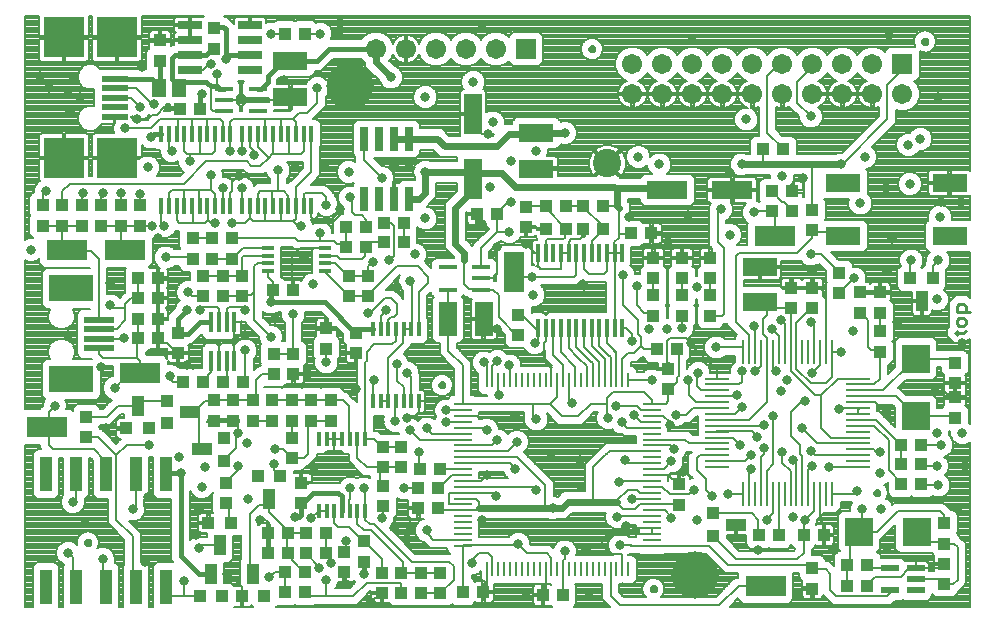
<source format=gbr>
G75*
G70*
%OFA0B0*%
%FSLAX24Y24*%
%IPPOS*%
%LPD*%
%AMOC8*
5,1,8,0,0,1.08239X$1,22.5*
%
%ADD10C,0.0160*%
%ADD11C,0.0090*%
%ADD12R,0.0591X0.0157*%
%ADD13R,0.0906X0.0197*%
%ADD14R,0.1378X0.1378*%
%ADD15R,0.0433X0.0394*%
%ADD16R,0.0591X0.0098*%
%ADD17R,0.0098X0.0492*%
%ADD18R,0.0945X0.0945*%
%ADD19R,0.0591X0.0197*%
%ADD20R,0.0098X0.0787*%
%ADD21R,0.0787X0.0098*%
%ADD22R,0.1496X0.0906*%
%ADD23R,0.0984X0.0217*%
%ADD24R,0.0142X0.0512*%
%ADD25R,0.0394X0.0433*%
%ADD26R,0.1142X0.0591*%
%ADD27R,0.0675X0.0675*%
%ADD28C,0.0675*%
%ADD29R,0.0400X0.0400*%
%ADD30R,0.0400X0.0700*%
%ADD31R,0.0700X0.0400*%
%ADD32R,0.0118X0.0591*%
%ADD33R,0.0142X0.0551*%
%ADD34R,0.0512X0.0591*%
%ADD35R,0.0128X0.0709*%
%ADD36R,0.0260X0.0800*%
%ADD37R,0.0591X0.1142*%
%ADD38R,0.0402X0.0161*%
%ADD39R,0.0394X0.1181*%
%ADD40R,0.1181X0.0591*%
%ADD41R,0.1378X0.0591*%
%ADD42R,0.0591X0.1378*%
%ADD43R,0.0700X0.1350*%
%ADD44R,0.1350X0.0700*%
%ADD45C,0.0945*%
%ADD46R,0.0800X0.0260*%
%ADD47C,0.0080*%
%ADD48C,0.0317*%
%ADD49C,0.1575*%
%ADD50C,0.0240*%
D10*
X031057Y019967D02*
X031059Y019981D01*
X031065Y019994D01*
X031074Y020005D01*
X031086Y020012D01*
X031100Y020016D01*
X031114Y020016D01*
X031128Y020012D01*
X031140Y020005D01*
X031149Y019994D01*
X031155Y019981D01*
X031157Y019967D01*
X031155Y019953D01*
X031149Y019940D01*
X031140Y019929D01*
X031128Y019922D01*
X031114Y019918D01*
X031100Y019918D01*
X031086Y019922D01*
X031074Y019929D01*
X031065Y019940D01*
X031059Y019953D01*
X031057Y019967D01*
X019957Y019717D02*
X019959Y019731D01*
X019965Y019744D01*
X019974Y019755D01*
X019986Y019762D01*
X020000Y019766D01*
X020014Y019766D01*
X020028Y019762D01*
X020040Y019755D01*
X020049Y019744D01*
X020055Y019731D01*
X020057Y019717D01*
X020055Y019703D01*
X020049Y019690D01*
X020040Y019679D01*
X020028Y019672D01*
X020014Y019668D01*
X020000Y019668D01*
X019986Y019672D01*
X019974Y019679D01*
X019965Y019690D01*
X019959Y019703D01*
X019957Y019717D01*
X012807Y019717D02*
X011257Y019717D01*
X010857Y019317D01*
X010007Y019317D01*
X009957Y019267D01*
X009957Y019307D01*
X009957Y019317D01*
X009927Y019287D01*
X009677Y019287D01*
X009207Y018817D01*
X009207Y018617D01*
X009107Y018517D01*
X008977Y018387D01*
X008869Y018387D01*
X009077Y018487D02*
X009107Y018517D01*
X009957Y019317D02*
X010007Y019367D01*
X008607Y019517D02*
X007957Y019517D01*
X007807Y019367D01*
X007807Y020367D01*
X007722Y020451D01*
X007441Y020451D01*
X007407Y020417D01*
X007407Y020401D01*
X007372Y019732D02*
X007407Y019732D01*
X007372Y019732D02*
X007157Y019517D01*
X006607Y019517D01*
X006107Y019517D01*
X006007Y019417D01*
X006007Y018717D01*
X006107Y018617D01*
X006107Y018567D01*
X006241Y018432D01*
X006241Y018417D01*
X006241Y018432D02*
X006257Y018417D01*
X006227Y018487D02*
X006357Y018617D01*
X007157Y018617D01*
X007307Y018467D01*
X007307Y018487D02*
X007503Y018487D01*
X007503Y018470D01*
X007587Y018387D01*
X007747Y018387D01*
X007007Y018217D02*
X006941Y018151D01*
X006941Y017717D01*
X006227Y018487D02*
X006177Y018487D01*
X006157Y018467D01*
X005607Y018467D02*
X005607Y019332D01*
X005349Y018724D02*
X005557Y018517D01*
X005349Y018724D02*
X004094Y018724D01*
X005406Y016866D02*
X005307Y016767D01*
X005406Y016866D02*
X005657Y016866D01*
X009372Y011667D02*
X009372Y011632D01*
X009307Y011567D01*
X009307Y011267D01*
X011107Y011267D01*
X012157Y010217D01*
X012157Y010251D01*
X012191Y010251D01*
X012306Y010366D01*
X012707Y010366D01*
X014957Y008517D02*
X014959Y008531D01*
X014965Y008544D01*
X014974Y008555D01*
X014986Y008562D01*
X015000Y008566D01*
X015014Y008566D01*
X015028Y008562D01*
X015040Y008555D01*
X015049Y008544D01*
X015055Y008531D01*
X015057Y008517D01*
X015055Y008503D01*
X015049Y008490D01*
X015040Y008479D01*
X015028Y008472D01*
X015014Y008468D01*
X015000Y008468D01*
X014986Y008472D01*
X014974Y008479D01*
X014965Y008490D01*
X014959Y008503D01*
X014957Y008517D01*
X011557Y004917D02*
X010707Y004917D01*
X010372Y004582D01*
X010307Y004582D01*
X010307Y004167D01*
X010257Y004117D01*
X010107Y004117D01*
X011674Y004317D02*
X011674Y004799D01*
X011557Y004917D01*
X012407Y002632D02*
X012407Y002217D01*
X007312Y002217D02*
X006907Y002217D01*
X006307Y002817D01*
X006307Y005567D01*
X005807Y005567D01*
X005757Y005517D01*
X005725Y005549D01*
X005807Y005549D01*
X003157Y003267D02*
X003159Y003281D01*
X003165Y003294D01*
X003174Y003305D01*
X003186Y003312D01*
X003200Y003316D01*
X003214Y003316D01*
X003228Y003312D01*
X003240Y003305D01*
X003249Y003294D01*
X003255Y003281D01*
X003257Y003267D01*
X003255Y003253D01*
X003249Y003240D01*
X003240Y003229D01*
X003228Y003222D01*
X003214Y003218D01*
X003200Y003218D01*
X003186Y003222D01*
X003174Y003229D01*
X003165Y003240D01*
X003159Y003253D01*
X003157Y003267D01*
X006107Y010217D02*
X006141Y010251D01*
X006207Y010317D01*
X006207Y010717D01*
X006507Y011017D01*
X006957Y010617D02*
X007257Y010617D01*
X006957Y010617D02*
X006557Y010217D01*
X006207Y010217D01*
X006207Y010251D01*
X006141Y010251D01*
X022007Y001717D02*
X022009Y001731D01*
X022015Y001744D01*
X022024Y001755D01*
X022036Y001762D01*
X022050Y001766D01*
X022064Y001766D01*
X022078Y001762D01*
X022090Y001755D01*
X022099Y001744D01*
X022105Y001731D01*
X022107Y001717D01*
X022105Y001703D01*
X022099Y001690D01*
X022090Y001679D01*
X022078Y001672D01*
X022064Y001668D01*
X022050Y001668D01*
X022036Y001672D01*
X022024Y001679D01*
X022015Y001690D01*
X022009Y001703D01*
X022007Y001717D01*
X029457Y004917D02*
X029459Y004931D01*
X029465Y004944D01*
X029474Y004955D01*
X029486Y004962D01*
X029500Y004966D01*
X029514Y004966D01*
X029528Y004962D01*
X029540Y004955D01*
X029549Y004944D01*
X029555Y004931D01*
X029557Y004917D01*
X029555Y004903D01*
X029549Y004890D01*
X029540Y004879D01*
X029528Y004872D01*
X029514Y004868D01*
X029500Y004868D01*
X029486Y004872D01*
X029474Y004879D01*
X029465Y004890D01*
X029459Y004903D01*
X029457Y004917D01*
D11*
X032188Y010184D02*
X032188Y010321D01*
X032120Y010252D02*
X032393Y010252D01*
X032462Y010321D01*
X032393Y010491D02*
X032257Y010491D01*
X032188Y010559D01*
X032188Y010696D01*
X032257Y010765D01*
X032393Y010765D01*
X032462Y010696D01*
X032462Y010559D01*
X032393Y010491D01*
X032462Y010951D02*
X032462Y011156D01*
X032393Y011225D01*
X032257Y011225D01*
X032188Y011156D01*
X032188Y010951D01*
X032598Y010951D01*
D12*
X016317Y011697D03*
X016317Y012071D03*
X016317Y012445D03*
X015195Y012445D03*
X015195Y011697D03*
X008869Y017639D03*
X008869Y018387D03*
X007747Y018387D03*
X007747Y018013D03*
X007747Y017639D03*
D13*
X004094Y017779D03*
X004094Y017464D03*
X004094Y018094D03*
X004094Y018409D03*
X004094Y018724D03*
D14*
X004173Y020102D03*
X002401Y020102D03*
X002401Y016086D03*
X004173Y016086D03*
D15*
X004307Y014501D03*
X004957Y014501D03*
X004957Y013832D03*
X004307Y013832D03*
X003657Y013832D03*
X003007Y013832D03*
X002357Y013832D03*
X001707Y013832D03*
X001707Y014501D03*
X002357Y014501D03*
X003007Y014501D03*
X003657Y014501D03*
X006707Y013401D03*
X007357Y013401D03*
X008007Y013401D03*
X008007Y012732D03*
X007357Y012732D03*
X006707Y012732D03*
X007057Y012151D03*
X007707Y012151D03*
X008357Y012151D03*
X008357Y011482D03*
X007707Y011482D03*
X007057Y011482D03*
X006207Y010251D03*
X006207Y009582D03*
X007407Y008001D03*
X008057Y008001D03*
X008707Y008001D03*
X009357Y008001D03*
X010007Y008001D03*
X010657Y008001D03*
X011307Y008001D03*
X011307Y007332D03*
X010657Y007332D03*
X010007Y007332D03*
X010007Y006751D03*
X009357Y007332D03*
X008707Y007332D03*
X008057Y007332D03*
X007407Y007332D03*
X009407Y008882D03*
X010057Y008882D03*
X010057Y009551D03*
X009407Y009551D03*
X011157Y009732D03*
X011157Y010401D03*
X012157Y010251D03*
X012157Y009582D03*
X011907Y011482D03*
X012557Y011482D03*
X012557Y012151D03*
X011907Y012151D03*
X017557Y010851D03*
X017557Y010182D03*
X022057Y010832D03*
X022057Y011501D03*
X022057Y012082D03*
X022057Y012751D03*
X023007Y012751D03*
X023007Y012082D03*
X023007Y011501D03*
X023007Y010832D03*
X023957Y010832D03*
X023957Y011501D03*
X023957Y012082D03*
X023957Y012751D03*
X026657Y011751D03*
X027357Y011751D03*
X028257Y011582D03*
X028957Y011601D03*
X029607Y011601D03*
X029607Y010932D03*
X028957Y010932D03*
X029607Y010301D03*
X029607Y009632D03*
X027357Y011082D03*
X026657Y011082D03*
X028257Y012251D03*
X027357Y013682D03*
X027357Y014351D03*
X032107Y009251D03*
X032107Y008582D03*
X032107Y008101D03*
X032107Y007432D03*
X031757Y003901D03*
X031757Y003232D03*
X031757Y002551D03*
X031757Y001882D03*
X027357Y001732D03*
X027357Y002401D03*
X022907Y004532D03*
X022907Y005201D03*
X022557Y008382D03*
X022557Y009051D03*
X017807Y013782D03*
X017807Y014451D03*
X007407Y019732D03*
X007407Y020401D03*
X005607Y020001D03*
X005607Y019332D03*
X003157Y007451D03*
X003157Y006782D03*
X007807Y005251D03*
X007807Y004582D03*
X010307Y004582D03*
X010307Y005251D03*
X010007Y006082D03*
X013057Y005782D03*
X013657Y005782D03*
X013057Y005151D03*
X013057Y004482D03*
X012407Y003301D03*
X011757Y002951D03*
X012407Y002632D03*
X013007Y002251D03*
X013657Y002251D03*
X014307Y002251D03*
X014957Y002251D03*
X014957Y001582D03*
X014307Y001582D03*
X013657Y001582D03*
X013007Y001582D03*
X011757Y002282D03*
X013057Y006451D03*
X013657Y006451D03*
D16*
X015707Y006501D03*
X015707Y006304D03*
X015707Y006107D03*
X015707Y005910D03*
X015707Y005714D03*
X015707Y005517D03*
X015707Y005320D03*
X015707Y005123D03*
X015707Y004926D03*
X015707Y004729D03*
X015707Y004533D03*
X015707Y004336D03*
X015707Y004139D03*
X015707Y003942D03*
X015707Y003745D03*
X015707Y003548D03*
X015707Y003351D03*
X015707Y003155D03*
X015707Y006698D03*
X015707Y006895D03*
X015707Y007092D03*
X015707Y007288D03*
X015707Y007485D03*
X015707Y007682D03*
X015707Y007879D03*
X022006Y007879D03*
X022006Y007682D03*
X022006Y007485D03*
X022006Y007288D03*
X022006Y007092D03*
X022006Y006895D03*
X022006Y006698D03*
X022006Y006501D03*
X022006Y006304D03*
X022006Y006107D03*
X022006Y005910D03*
X022006Y005714D03*
X022006Y005517D03*
X022006Y005320D03*
X022006Y005123D03*
X022006Y004926D03*
X022006Y004729D03*
X022006Y004533D03*
X022006Y004336D03*
X022006Y004139D03*
X022006Y003942D03*
X022006Y003745D03*
X022006Y003548D03*
X022006Y003351D03*
X022006Y003155D03*
D17*
X021219Y002367D03*
X021022Y002367D03*
X020825Y002367D03*
X020628Y002367D03*
X020431Y002367D03*
X020235Y002367D03*
X020038Y002367D03*
X019841Y002367D03*
X019644Y002367D03*
X019447Y002367D03*
X019250Y002367D03*
X019054Y002367D03*
X018857Y002367D03*
X018660Y002367D03*
X018463Y002367D03*
X018266Y002367D03*
X018069Y002367D03*
X017872Y002367D03*
X017676Y002367D03*
X017479Y002367D03*
X017282Y002367D03*
X017085Y002367D03*
X016888Y002367D03*
X016691Y002367D03*
X016494Y002367D03*
X016494Y008666D03*
X016691Y008666D03*
X016888Y008666D03*
X017085Y008666D03*
X017282Y008666D03*
X017479Y008666D03*
X017676Y008666D03*
X017872Y008666D03*
X018069Y008666D03*
X018266Y008666D03*
X018463Y008666D03*
X018660Y008666D03*
X018857Y008666D03*
X019054Y008666D03*
X019250Y008666D03*
X019447Y008666D03*
X019644Y008666D03*
X019841Y008666D03*
X020038Y008666D03*
X020235Y008666D03*
X020431Y008666D03*
X020628Y008666D03*
X020825Y008666D03*
X021022Y008666D03*
X021219Y008666D03*
D18*
X028906Y003617D03*
X030835Y003617D03*
X030807Y007466D03*
X030807Y009396D03*
D19*
X030807Y002415D03*
X030807Y002041D03*
X030807Y001667D03*
X029941Y001667D03*
X029941Y002415D03*
D20*
X028007Y004892D03*
X027810Y004892D03*
X027613Y004892D03*
X027416Y004892D03*
X027219Y004892D03*
X027022Y004892D03*
X026826Y004892D03*
X026629Y004892D03*
X026432Y004892D03*
X026235Y004892D03*
X026038Y004892D03*
X025841Y004892D03*
X025644Y004892D03*
X025448Y004892D03*
X025251Y004892D03*
X025054Y004892D03*
X025054Y009617D03*
X025251Y009617D03*
X025448Y009617D03*
X025644Y009617D03*
X025841Y009617D03*
X026038Y009617D03*
X026235Y009617D03*
X026432Y009617D03*
X026629Y009617D03*
X026826Y009617D03*
X027022Y009617D03*
X027219Y009617D03*
X027416Y009617D03*
X027613Y009617D03*
X027810Y009617D03*
X028007Y009617D03*
D21*
X028893Y008731D03*
X028893Y008534D03*
X028893Y008337D03*
X028893Y008140D03*
X028893Y007944D03*
X028893Y007747D03*
X028893Y007550D03*
X028893Y007353D03*
X028893Y007156D03*
X028893Y006959D03*
X028893Y006762D03*
X028893Y006566D03*
X028893Y006369D03*
X028893Y006172D03*
X028893Y005975D03*
X028893Y005778D03*
X024168Y005778D03*
X024168Y005975D03*
X024168Y006172D03*
X024168Y006369D03*
X024168Y006566D03*
X024168Y006762D03*
X024168Y006959D03*
X024168Y007156D03*
X024168Y007353D03*
X024168Y007550D03*
X024168Y007747D03*
X024168Y007944D03*
X024168Y008140D03*
X024168Y008337D03*
X024168Y008534D03*
X024168Y008731D03*
D22*
X002659Y008701D03*
X002659Y011733D03*
D23*
X003564Y010689D03*
X003564Y010374D03*
X003564Y010059D03*
X003564Y009744D03*
D24*
X010907Y006716D03*
X011163Y006716D03*
X011419Y006716D03*
X011674Y006716D03*
X011930Y006716D03*
X012186Y006716D03*
X012442Y006716D03*
X012707Y007967D03*
X012963Y007967D03*
X013219Y007967D03*
X013474Y007967D03*
X013730Y007967D03*
X013986Y007967D03*
X014242Y007967D03*
X014242Y010366D03*
X013986Y010366D03*
X013730Y010366D03*
X013474Y010366D03*
X013219Y010366D03*
X012963Y010366D03*
X012707Y010366D03*
X012442Y004317D03*
X012186Y004317D03*
X011930Y004317D03*
X011674Y004317D03*
X011419Y004317D03*
X011163Y004317D03*
X010907Y004317D03*
D25*
X011141Y003567D03*
X010472Y003567D03*
X009891Y003567D03*
X009222Y003567D03*
X009222Y002917D03*
X009891Y002917D03*
X010472Y002917D03*
X011141Y002917D03*
X010441Y002267D03*
X009772Y002267D03*
X009772Y001617D03*
X010441Y001617D03*
X014222Y004417D03*
X014891Y004417D03*
X014891Y005067D03*
X014222Y005067D03*
X014272Y005717D03*
X014941Y005717D03*
X015722Y001617D03*
X016391Y001617D03*
X018372Y001517D03*
X019041Y001517D03*
X025572Y003517D03*
X026241Y003517D03*
X027072Y003517D03*
X027741Y003517D03*
X028522Y002517D03*
X029191Y002517D03*
X029191Y001817D03*
X028522Y001817D03*
X030322Y005217D03*
X030991Y005217D03*
X030991Y005867D03*
X030322Y005867D03*
X030322Y006517D03*
X030991Y006517D03*
X022841Y009717D03*
X022172Y009717D03*
X021991Y013567D03*
X021322Y013567D03*
X020391Y013717D03*
X019722Y013717D03*
X019141Y013717D03*
X018472Y013717D03*
X018472Y014467D03*
X019141Y014467D03*
X019722Y014467D03*
X020391Y014467D03*
X016841Y014217D03*
X016172Y014217D03*
X013741Y013917D03*
X013072Y013917D03*
X012491Y013767D03*
X011822Y013767D03*
X011822Y013117D03*
X012491Y013117D03*
X013072Y013267D03*
X013741Y013267D03*
X010041Y011667D03*
X009372Y011667D03*
X005541Y011417D03*
X004872Y011417D03*
X004872Y012067D03*
X005541Y012067D03*
X005541Y010717D03*
X004872Y010717D03*
X004872Y010067D03*
X005541Y010067D03*
X006372Y008617D03*
X007041Y008617D03*
X007722Y008617D03*
X008391Y008617D03*
X006941Y017717D03*
X006272Y017717D03*
X009772Y020217D03*
X010441Y020217D03*
X025722Y016367D03*
X026391Y016367D03*
X026691Y014967D03*
X026022Y014967D03*
X026022Y014317D03*
X026691Y014317D03*
D26*
X025607Y012457D03*
X025607Y011276D03*
X018157Y015726D03*
X018157Y016907D03*
X009957Y018126D03*
X009957Y019307D03*
D27*
X017807Y019717D03*
X030357Y019217D03*
D28*
X029357Y019217D03*
X028357Y019217D03*
X027357Y019217D03*
X026357Y019217D03*
X025357Y019217D03*
X024357Y019217D03*
X023357Y019217D03*
X022357Y019217D03*
X021357Y019217D03*
X021357Y018217D03*
X022357Y018217D03*
X023357Y018217D03*
X024357Y018217D03*
X025357Y018217D03*
X026357Y018217D03*
X027357Y018217D03*
X028357Y018217D03*
X029357Y018217D03*
X030357Y018217D03*
X016807Y019717D03*
X015807Y019717D03*
X014807Y019717D03*
X013807Y019717D03*
X012807Y019717D03*
D29*
X005857Y007987D03*
X005857Y007237D03*
X005237Y007067D03*
X004487Y007067D03*
X007757Y006747D03*
X007757Y005997D03*
X008877Y005467D03*
X009627Y005467D03*
X007977Y003917D03*
X007227Y003917D03*
X006937Y001467D03*
X007687Y001467D03*
X008337Y001467D03*
X009087Y001467D03*
X024057Y003487D03*
X024057Y004237D03*
X030627Y012067D03*
X031377Y012067D03*
D30*
X031002Y011317D03*
X009252Y004717D03*
X007602Y003167D03*
X007312Y002217D03*
X008712Y002217D03*
X004862Y007817D03*
D31*
X006607Y007612D03*
X007007Y006372D03*
X024807Y003862D03*
D32*
X021020Y010407D03*
X020764Y010407D03*
X020508Y010407D03*
X020252Y010407D03*
X019996Y010407D03*
X019741Y010407D03*
X019485Y010407D03*
X019229Y010407D03*
X018973Y010407D03*
X018717Y010407D03*
X018461Y010407D03*
X018205Y010407D03*
X018205Y012927D03*
X018461Y012927D03*
X018717Y012927D03*
X018973Y012927D03*
X019229Y012927D03*
X019485Y012927D03*
X019741Y012927D03*
X019996Y012927D03*
X020252Y012927D03*
X020508Y012927D03*
X020764Y012927D03*
X021020Y012927D03*
D33*
X010660Y014467D03*
X010404Y014467D03*
X010148Y014467D03*
X009892Y014467D03*
X009636Y014467D03*
X009380Y014467D03*
X009124Y014467D03*
X008869Y014467D03*
X008613Y014467D03*
X008357Y014467D03*
X007960Y014467D03*
X007704Y014467D03*
X007448Y014467D03*
X007192Y014467D03*
X006936Y014467D03*
X006680Y014467D03*
X006424Y014467D03*
X006169Y014467D03*
X005913Y014467D03*
X005657Y014467D03*
X005657Y016866D03*
X005913Y016866D03*
X006169Y016866D03*
X006424Y016866D03*
X006680Y016866D03*
X006936Y016866D03*
X007192Y016866D03*
X007448Y016866D03*
X007704Y016866D03*
X007960Y016866D03*
X008357Y016866D03*
X008613Y016866D03*
X008869Y016866D03*
X009124Y016866D03*
X009380Y016866D03*
X009636Y016866D03*
X009892Y016866D03*
X010148Y016866D03*
X010404Y016866D03*
X010660Y016866D03*
D34*
X006241Y018417D03*
X005572Y018417D03*
D35*
X007323Y010616D03*
X007579Y010616D03*
X007835Y010616D03*
X008091Y010616D03*
X008091Y009317D03*
X007835Y009317D03*
X007579Y009317D03*
X007323Y009317D03*
D36*
X012407Y014717D03*
X012907Y014717D03*
X013407Y014717D03*
X013907Y014717D03*
X013907Y016717D03*
X013407Y016717D03*
X012907Y016717D03*
X012407Y016717D03*
D37*
X015216Y010717D03*
X016397Y010717D03*
D38*
X011107Y012317D03*
X011107Y012573D03*
X011107Y012829D03*
X011107Y013084D03*
X009217Y013084D03*
X009217Y012829D03*
X009217Y012573D03*
X009217Y012317D03*
D39*
X005807Y005549D03*
X004807Y005549D03*
X003807Y005549D03*
X002807Y005549D03*
X001807Y005549D03*
X001807Y001785D03*
X002807Y001785D03*
X003807Y001785D03*
X004807Y001785D03*
X005807Y001785D03*
D40*
X028385Y013481D03*
X028385Y015253D03*
X031928Y015253D03*
X031928Y013481D03*
D41*
X024689Y015017D03*
X022524Y015017D03*
D42*
X016057Y015384D03*
X016057Y017549D03*
D43*
X017407Y012267D03*
D44*
X026107Y013467D03*
X025807Y001817D03*
X004957Y008917D03*
X001857Y007117D03*
X002507Y013017D03*
X004457Y013017D03*
D45*
X020521Y015902D03*
D46*
X008607Y019017D03*
X008607Y019517D03*
X008607Y020017D03*
X008607Y020517D03*
X006607Y020517D03*
X006607Y020017D03*
X006607Y019517D03*
X006607Y019017D03*
D47*
X001107Y006527D02*
X001107Y001117D01*
X001370Y001117D01*
X001370Y002475D01*
X001510Y002615D01*
X002103Y002615D01*
X002244Y002475D01*
X002244Y001117D01*
X002370Y001117D01*
X002370Y002475D01*
X002427Y002532D01*
X002427Y002539D01*
X002331Y002579D01*
X002219Y002691D01*
X002158Y002837D01*
X002158Y002996D01*
X002219Y003143D01*
X002331Y003255D01*
X002477Y003315D01*
X002636Y003315D01*
X002783Y003255D01*
X002844Y003193D01*
X002843Y003200D01*
X002838Y003233D01*
X002837Y003267D01*
X002838Y003300D01*
X002843Y003334D01*
X002850Y003367D01*
X002861Y003399D01*
X002874Y003429D01*
X002891Y003459D01*
X002909Y003487D01*
X002931Y003513D01*
X002954Y003537D01*
X002980Y003559D01*
X003007Y003578D01*
X003036Y003595D01*
X003067Y003609D01*
X003099Y003621D01*
X003131Y003629D01*
X003165Y003634D01*
X003198Y003637D01*
X003232Y003636D01*
X003265Y003632D01*
X003298Y003625D01*
X003331Y003615D01*
X003362Y003603D01*
X003392Y003587D01*
X003420Y003569D01*
X003447Y003548D01*
X003471Y003525D01*
X003494Y003500D01*
X003514Y003473D01*
X003531Y003444D01*
X003546Y003414D01*
X003558Y003383D01*
X003567Y003350D01*
X003573Y003317D01*
X003576Y003284D01*
X003576Y003250D01*
X003573Y003216D01*
X003567Y003183D01*
X003558Y003151D01*
X003546Y003119D01*
X003531Y003089D01*
X003520Y003071D01*
X003627Y003115D01*
X003786Y003115D01*
X003933Y003055D01*
X004045Y002943D01*
X004105Y002796D01*
X004105Y002637D01*
X004096Y002615D01*
X004103Y002615D01*
X004244Y002475D01*
X004244Y001117D01*
X004370Y001117D01*
X004370Y002475D01*
X004427Y002532D01*
X004427Y003351D01*
X004041Y003737D01*
X003877Y003901D01*
X003877Y004718D01*
X003510Y004718D01*
X003370Y004859D01*
X003370Y006008D01*
X003291Y006087D01*
X003244Y006087D01*
X003244Y004859D01*
X003103Y004718D01*
X003096Y004718D01*
X003105Y004696D01*
X003105Y004537D01*
X003045Y004391D01*
X002933Y004279D01*
X002786Y004218D01*
X002627Y004218D01*
X002481Y004279D01*
X002369Y004391D01*
X002308Y004537D01*
X002308Y004696D01*
X002369Y004843D01*
X002377Y004851D01*
X002370Y004859D01*
X002370Y006087D01*
X002244Y006087D01*
X002244Y004859D01*
X002103Y004718D01*
X001510Y004718D01*
X001370Y004859D01*
X001370Y006239D01*
X001510Y006379D01*
X001648Y006379D01*
X001627Y006401D01*
X001627Y006527D01*
X001107Y006527D01*
X001107Y006522D02*
X001627Y006522D01*
X001627Y006443D02*
X001107Y006443D01*
X001107Y006365D02*
X001496Y006365D01*
X001417Y006286D02*
X001107Y006286D01*
X001107Y006208D02*
X001370Y006208D01*
X001370Y006129D02*
X001107Y006129D01*
X001107Y006051D02*
X001370Y006051D01*
X001370Y005972D02*
X001107Y005972D01*
X001107Y005894D02*
X001370Y005894D01*
X001370Y005815D02*
X001107Y005815D01*
X001107Y005736D02*
X001370Y005736D01*
X001370Y005658D02*
X001107Y005658D01*
X001107Y005579D02*
X001370Y005579D01*
X001370Y005501D02*
X001107Y005501D01*
X001107Y005422D02*
X001370Y005422D01*
X001370Y005344D02*
X001107Y005344D01*
X001107Y005265D02*
X001370Y005265D01*
X001370Y005187D02*
X001107Y005187D01*
X001107Y005108D02*
X001370Y005108D01*
X001370Y005030D02*
X001107Y005030D01*
X001107Y004951D02*
X001370Y004951D01*
X001370Y004872D02*
X001107Y004872D01*
X001107Y004794D02*
X001435Y004794D01*
X001107Y004715D02*
X002316Y004715D01*
X002308Y004637D02*
X001107Y004637D01*
X001107Y004558D02*
X002308Y004558D01*
X002332Y004480D02*
X001107Y004480D01*
X001107Y004401D02*
X002364Y004401D01*
X002437Y004323D02*
X001107Y004323D01*
X001107Y004244D02*
X002564Y004244D01*
X002849Y004244D02*
X003877Y004244D01*
X003877Y004166D02*
X001107Y004166D01*
X001107Y004087D02*
X003877Y004087D01*
X003877Y004009D02*
X001107Y004009D01*
X001107Y003930D02*
X003877Y003930D01*
X003926Y003851D02*
X001107Y003851D01*
X001107Y003773D02*
X004005Y003773D01*
X004083Y003694D02*
X001107Y003694D01*
X001107Y003616D02*
X003085Y003616D01*
X002954Y003537D02*
X001107Y003537D01*
X001107Y003459D02*
X002890Y003459D01*
X002855Y003380D02*
X001107Y003380D01*
X001107Y003302D02*
X002444Y003302D01*
X002299Y003223D02*
X001107Y003223D01*
X001107Y003145D02*
X002221Y003145D01*
X002187Y003066D02*
X001107Y003066D01*
X001107Y002987D02*
X002158Y002987D01*
X002158Y002909D02*
X001107Y002909D01*
X001107Y002830D02*
X002161Y002830D01*
X002193Y002752D02*
X001107Y002752D01*
X001107Y002673D02*
X002236Y002673D01*
X002315Y002595D02*
X002124Y002595D01*
X002202Y002516D02*
X002411Y002516D01*
X002370Y002438D02*
X002244Y002438D01*
X002244Y002359D02*
X002370Y002359D01*
X002370Y002281D02*
X002244Y002281D01*
X002244Y002202D02*
X002370Y002202D01*
X002370Y002123D02*
X002244Y002123D01*
X002244Y002045D02*
X002370Y002045D01*
X002370Y001966D02*
X002244Y001966D01*
X002244Y001888D02*
X002370Y001888D01*
X002370Y001809D02*
X002244Y001809D01*
X002244Y001731D02*
X002370Y001731D01*
X002370Y001652D02*
X002244Y001652D01*
X002244Y001574D02*
X002370Y001574D01*
X002370Y001495D02*
X002244Y001495D01*
X002244Y001417D02*
X002370Y001417D01*
X002370Y001338D02*
X002244Y001338D01*
X002244Y001259D02*
X002370Y001259D01*
X002370Y001181D02*
X002244Y001181D01*
X002807Y001717D02*
X002707Y001817D01*
X002707Y002767D01*
X002557Y002917D01*
X002814Y003223D02*
X002840Y003223D01*
X002838Y003302D02*
X002669Y003302D01*
X003329Y003616D02*
X004162Y003616D01*
X004240Y003537D02*
X003459Y003537D01*
X003523Y003459D02*
X004319Y003459D01*
X004397Y003380D02*
X003559Y003380D01*
X003575Y003302D02*
X004427Y003302D01*
X004427Y003223D02*
X003574Y003223D01*
X003556Y003145D02*
X004427Y003145D01*
X004427Y003066D02*
X003905Y003066D01*
X004000Y002987D02*
X004427Y002987D01*
X004427Y002909D02*
X004059Y002909D01*
X004091Y002830D02*
X004427Y002830D01*
X004427Y002752D02*
X004105Y002752D01*
X004105Y002673D02*
X004427Y002673D01*
X004427Y002595D02*
X004124Y002595D01*
X004202Y002516D02*
X004411Y002516D01*
X004370Y002438D02*
X004244Y002438D01*
X004244Y002359D02*
X004370Y002359D01*
X004370Y002281D02*
X004244Y002281D01*
X004244Y002202D02*
X004370Y002202D01*
X004370Y002123D02*
X004244Y002123D01*
X004244Y002045D02*
X004370Y002045D01*
X004370Y001966D02*
X004244Y001966D01*
X004244Y001888D02*
X004370Y001888D01*
X004370Y001809D02*
X004244Y001809D01*
X004244Y001731D02*
X004370Y001731D01*
X004370Y001652D02*
X004244Y001652D01*
X004244Y001574D02*
X004370Y001574D01*
X004370Y001495D02*
X004244Y001495D01*
X004244Y001417D02*
X004370Y001417D01*
X004370Y001338D02*
X004244Y001338D01*
X004244Y001259D02*
X004370Y001259D01*
X004370Y001181D02*
X004244Y001181D01*
X003707Y001667D02*
X003807Y001767D01*
X003807Y001785D01*
X003707Y001667D02*
X003707Y002717D01*
X004707Y003467D02*
X004707Y001867D01*
X004807Y001767D01*
X004807Y001785D01*
X005244Y001809D02*
X005370Y001809D01*
X005370Y001731D02*
X005244Y001731D01*
X005244Y001652D02*
X005370Y001652D01*
X005370Y001574D02*
X005244Y001574D01*
X005244Y001495D02*
X005370Y001495D01*
X005370Y001417D02*
X005244Y001417D01*
X005244Y001338D02*
X005370Y001338D01*
X005370Y001259D02*
X005244Y001259D01*
X005244Y001181D02*
X005370Y001181D01*
X005370Y001117D02*
X005244Y001117D01*
X005244Y002475D01*
X005103Y002615D01*
X004987Y002615D01*
X004987Y003583D01*
X004823Y003747D01*
X004823Y003747D01*
X004583Y003986D01*
X004627Y003968D01*
X004786Y003968D01*
X004933Y004029D01*
X005045Y004141D01*
X005105Y004287D01*
X005105Y004446D01*
X005087Y004491D01*
X005087Y004583D01*
X005087Y004718D01*
X005103Y004718D01*
X005244Y004859D01*
X005244Y006118D01*
X005336Y006118D01*
X005370Y006132D01*
X005370Y004859D01*
X005510Y004718D01*
X005987Y004718D01*
X005987Y002949D01*
X005987Y002684D01*
X006056Y002615D01*
X005510Y002615D01*
X005370Y002475D01*
X005370Y001117D01*
X005657Y001467D02*
X005657Y001767D01*
X005707Y001817D01*
X005807Y001717D01*
X005807Y001785D01*
X006407Y001967D02*
X006407Y001467D01*
X006937Y001467D01*
X006407Y001467D02*
X005657Y001467D01*
X005370Y001888D02*
X005244Y001888D01*
X005244Y001966D02*
X005370Y001966D01*
X005370Y002045D02*
X005244Y002045D01*
X005244Y002123D02*
X005370Y002123D01*
X005370Y002202D02*
X005244Y002202D01*
X005244Y002281D02*
X005370Y002281D01*
X005370Y002359D02*
X005244Y002359D01*
X005244Y002438D02*
X005370Y002438D01*
X005411Y002516D02*
X005202Y002516D01*
X005124Y002595D02*
X005490Y002595D01*
X004987Y002673D02*
X005998Y002673D01*
X005987Y002752D02*
X004987Y002752D01*
X004987Y002830D02*
X005987Y002830D01*
X005987Y002909D02*
X004987Y002909D01*
X004987Y002987D02*
X005987Y002987D01*
X005987Y003066D02*
X004987Y003066D01*
X004987Y003145D02*
X005987Y003145D01*
X005987Y003223D02*
X004987Y003223D01*
X004987Y003302D02*
X005987Y003302D01*
X005987Y003380D02*
X004987Y003380D01*
X004987Y003459D02*
X005987Y003459D01*
X005987Y003537D02*
X004987Y003537D01*
X004954Y003616D02*
X005987Y003616D01*
X005987Y003694D02*
X004875Y003694D01*
X004796Y003773D02*
X005987Y003773D01*
X005987Y003851D02*
X004718Y003851D01*
X004639Y003930D02*
X005987Y003930D01*
X005987Y004009D02*
X004884Y004009D01*
X004991Y004087D02*
X005987Y004087D01*
X005987Y004166D02*
X005055Y004166D01*
X005087Y004244D02*
X005987Y004244D01*
X005987Y004323D02*
X005105Y004323D01*
X005105Y004401D02*
X005987Y004401D01*
X005987Y004480D02*
X005091Y004480D01*
X005087Y004558D02*
X005987Y004558D01*
X005987Y004637D02*
X005087Y004637D01*
X005087Y004715D02*
X005987Y004715D01*
X005435Y004794D02*
X005179Y004794D01*
X005244Y004872D02*
X005370Y004872D01*
X005370Y004951D02*
X005244Y004951D01*
X005244Y005030D02*
X005370Y005030D01*
X005370Y005108D02*
X005244Y005108D01*
X005244Y005187D02*
X005370Y005187D01*
X005370Y005265D02*
X005244Y005265D01*
X005244Y005344D02*
X005370Y005344D01*
X005370Y005422D02*
X005244Y005422D01*
X005244Y005501D02*
X005370Y005501D01*
X005370Y005579D02*
X005244Y005579D01*
X005244Y005658D02*
X005370Y005658D01*
X005370Y005736D02*
X005244Y005736D01*
X005244Y005815D02*
X005370Y005815D01*
X005370Y005894D02*
X005244Y005894D01*
X005244Y005972D02*
X005370Y005972D01*
X005370Y006051D02*
X005244Y006051D01*
X005363Y006129D02*
X005370Y006129D01*
X005257Y006517D02*
X004507Y006517D01*
X004157Y006167D01*
X003557Y006767D01*
X003257Y006767D01*
X003207Y006817D01*
X003172Y006782D01*
X003157Y006782D01*
X003613Y007047D02*
X003613Y007078D01*
X003575Y007117D01*
X003613Y007155D01*
X003613Y007171D01*
X003725Y007171D01*
X003957Y007171D01*
X004323Y007537D01*
X004422Y007537D01*
X004422Y007407D01*
X004229Y007407D01*
X004147Y007325D01*
X004147Y007107D01*
X004447Y007107D01*
X004447Y007027D01*
X004147Y007027D01*
X004147Y006809D01*
X004229Y006727D01*
X004321Y006727D01*
X004227Y006633D01*
X004157Y006563D01*
X003837Y006883D01*
X003673Y007047D01*
X003613Y007047D01*
X003613Y007072D02*
X004447Y007072D01*
X004147Y007150D02*
X003608Y007150D01*
X003726Y006993D02*
X004147Y006993D01*
X004147Y006915D02*
X003805Y006915D01*
X003883Y006836D02*
X004147Y006836D01*
X004198Y006758D02*
X003962Y006758D01*
X004040Y006679D02*
X004273Y006679D01*
X004194Y006600D02*
X004119Y006600D01*
X004157Y006167D02*
X004157Y004017D01*
X004707Y003467D01*
X004707Y004367D02*
X004807Y004467D01*
X004807Y005549D01*
X003807Y005549D02*
X003807Y005517D01*
X003757Y005567D01*
X003757Y005517D01*
X003732Y005492D01*
X003707Y005467D01*
X003732Y005492D02*
X003657Y005567D01*
X003757Y005567D02*
X003757Y006017D01*
X003407Y006367D01*
X002057Y006367D01*
X001907Y006517D01*
X001907Y007117D01*
X001907Y007617D01*
X002107Y007817D01*
X001708Y007814D02*
X001627Y007733D01*
X001627Y007707D01*
X001107Y007707D01*
X001107Y012668D01*
X001227Y012618D01*
X001386Y012618D01*
X001533Y012679D01*
X001592Y012738D01*
X001592Y012567D01*
X001732Y012427D01*
X003281Y012427D01*
X003284Y012430D01*
X003284Y012425D01*
X001811Y012425D01*
X001671Y012285D01*
X001671Y011180D01*
X001811Y011040D01*
X001947Y011040D01*
X001887Y010894D01*
X001887Y010720D01*
X001954Y010560D01*
X002077Y010437D01*
X002237Y010370D01*
X002411Y010370D01*
X002571Y010437D01*
X002694Y010560D01*
X002761Y010720D01*
X002761Y010894D01*
X002701Y011040D01*
X003284Y011040D01*
X003284Y011037D01*
X002973Y011037D01*
X002832Y010897D01*
X002832Y010481D01*
X002832Y010167D01*
X002832Y009952D01*
X002832Y009537D01*
X002973Y009396D01*
X003331Y009396D01*
X003334Y009394D01*
X002701Y009394D01*
X002761Y009539D01*
X002761Y009713D01*
X002694Y009874D01*
X002571Y009997D01*
X002411Y010063D01*
X002237Y010063D01*
X002077Y009997D01*
X001954Y009874D01*
X001887Y009713D01*
X001887Y009539D01*
X001947Y009394D01*
X001811Y009394D01*
X001671Y009253D01*
X001671Y008149D01*
X001773Y008047D01*
X001769Y008043D01*
X001708Y007896D01*
X001708Y007814D01*
X001708Y007857D02*
X001107Y007857D01*
X001107Y007779D02*
X001673Y007779D01*
X001724Y007936D02*
X001107Y007936D01*
X001107Y008014D02*
X001757Y008014D01*
X001727Y008093D02*
X001107Y008093D01*
X001107Y008171D02*
X001671Y008171D01*
X001671Y008250D02*
X001107Y008250D01*
X001107Y008328D02*
X001671Y008328D01*
X001671Y008407D02*
X001107Y008407D01*
X001107Y008485D02*
X001671Y008485D01*
X001671Y008564D02*
X001107Y008564D01*
X001107Y008643D02*
X001671Y008643D01*
X001671Y008721D02*
X001107Y008721D01*
X001107Y008800D02*
X001671Y008800D01*
X001671Y008878D02*
X001107Y008878D01*
X001107Y008957D02*
X001671Y008957D01*
X001671Y009035D02*
X001107Y009035D01*
X001107Y009114D02*
X001671Y009114D01*
X001671Y009192D02*
X001107Y009192D01*
X001107Y009271D02*
X001688Y009271D01*
X001767Y009349D02*
X001107Y009349D01*
X001107Y009428D02*
X001933Y009428D01*
X001901Y009507D02*
X001107Y009507D01*
X001107Y009585D02*
X001887Y009585D01*
X001887Y009664D02*
X001107Y009664D01*
X001107Y009742D02*
X001899Y009742D01*
X001932Y009821D02*
X001107Y009821D01*
X001107Y009899D02*
X001979Y009899D01*
X002058Y009978D02*
X001107Y009978D01*
X001107Y010056D02*
X002221Y010056D01*
X002427Y010056D02*
X002832Y010056D01*
X002832Y009978D02*
X002590Y009978D01*
X002669Y009899D02*
X002832Y009899D01*
X002832Y009821D02*
X002716Y009821D01*
X002749Y009742D02*
X002832Y009742D01*
X002832Y009664D02*
X002761Y009664D01*
X002761Y009585D02*
X002832Y009585D01*
X002862Y009507D02*
X002747Y009507D01*
X002715Y009428D02*
X002941Y009428D01*
X003564Y009559D02*
X003707Y009417D01*
X004857Y009417D01*
X004857Y010017D01*
X004872Y010032D01*
X004872Y010717D01*
X004457Y010667D02*
X004457Y011067D01*
X004057Y011067D01*
X003957Y011167D01*
X004217Y011470D02*
X004314Y011470D01*
X004266Y011422D02*
X004183Y011505D01*
X004036Y011565D01*
X003877Y011565D01*
X003844Y011552D01*
X003844Y012427D01*
X004479Y012427D01*
X004435Y012383D01*
X004435Y011751D01*
X004444Y011742D01*
X004435Y011733D01*
X004435Y011591D01*
X004377Y011533D01*
X004266Y011422D01*
X004393Y011549D02*
X004077Y011549D01*
X003844Y011627D02*
X004435Y011627D01*
X004435Y011706D02*
X003844Y011706D01*
X003844Y011784D02*
X004435Y011784D01*
X004435Y011863D02*
X003844Y011863D01*
X003844Y011941D02*
X004435Y011941D01*
X004435Y012020D02*
X003844Y012020D01*
X003844Y012098D02*
X004435Y012098D01*
X004435Y012177D02*
X003844Y012177D01*
X003844Y012256D02*
X004435Y012256D01*
X004435Y012334D02*
X003844Y012334D01*
X003844Y012413D02*
X004465Y012413D01*
X004872Y012067D02*
X004872Y011451D01*
X004907Y011417D01*
X004872Y011417D01*
X004657Y011417D01*
X004457Y011217D01*
X004457Y011067D01*
X004457Y010667D02*
X004164Y010374D01*
X003564Y010374D01*
X003564Y010059D02*
X004299Y010059D01*
X004307Y010067D01*
X004407Y010067D01*
X004857Y010067D02*
X004857Y010017D01*
X004872Y010032D02*
X004872Y010067D01*
X004857Y010067D01*
X005137Y009610D02*
X005168Y009610D01*
X005277Y009719D01*
X005286Y009710D01*
X005501Y009710D01*
X005501Y010027D01*
X005581Y010027D01*
X005581Y009710D01*
X005796Y009710D01*
X005850Y009764D01*
X005850Y009622D01*
X006167Y009622D01*
X006167Y009542D01*
X006247Y009542D01*
X006247Y009622D01*
X006563Y009622D01*
X006563Y009837D01*
X006554Y009846D01*
X006605Y009897D01*
X006689Y009897D01*
X007019Y010226D01*
X007019Y010163D01*
X007159Y010022D01*
X007486Y010022D01*
X007671Y010022D01*
X007998Y010022D01*
X008098Y010122D01*
X008213Y010122D01*
X008294Y010204D01*
X008294Y010616D01*
X008139Y010616D01*
X008139Y010617D01*
X008294Y010617D01*
X008294Y010652D01*
X008377Y010618D01*
X008477Y010618D01*
X008477Y010551D01*
X008908Y010120D01*
X008908Y010037D01*
X008969Y009891D01*
X008981Y009879D01*
X008950Y009848D01*
X008950Y009255D01*
X008989Y009217D01*
X008950Y009178D01*
X008950Y009162D01*
X008906Y009162D01*
X008752Y009008D01*
X008737Y009024D01*
X008737Y009383D01*
X008795Y009441D01*
X008855Y009587D01*
X008855Y009746D01*
X008795Y009893D01*
X008683Y010005D01*
X008536Y010065D01*
X008377Y010065D01*
X008231Y010005D01*
X008119Y009893D01*
X008089Y009821D01*
X008089Y009821D01*
X007998Y009911D01*
X007671Y009911D01*
X007579Y009819D01*
X007486Y009911D01*
X007159Y009911D01*
X007019Y009771D01*
X007019Y009073D01*
X006745Y009073D01*
X006707Y009035D01*
X006706Y009035D01*
X006707Y009035D02*
X006668Y009073D01*
X006264Y009073D01*
X006183Y009155D01*
X006036Y009215D01*
X005877Y009215D01*
X005872Y009213D01*
X005872Y009306D01*
X005932Y009245D01*
X006167Y009245D01*
X006167Y009542D01*
X005850Y009542D01*
X005850Y009388D01*
X005731Y009507D01*
X005163Y009507D01*
X005137Y009533D01*
X005137Y009610D01*
X005137Y009585D02*
X006167Y009585D01*
X006191Y009582D02*
X005857Y009917D01*
X005607Y009917D01*
X005541Y009982D01*
X005541Y010067D01*
X005541Y010701D01*
X005557Y010717D01*
X005541Y010717D01*
X005541Y011382D01*
X005507Y011417D01*
X005541Y011417D01*
X005557Y011417D01*
X005541Y011432D01*
X005541Y012067D01*
X005581Y012098D02*
X006600Y012098D01*
X006600Y012020D02*
X005878Y012020D01*
X005878Y012027D02*
X005581Y012027D01*
X005581Y011773D01*
X005581Y011457D01*
X005501Y011457D01*
X005501Y011773D01*
X005501Y012027D01*
X005581Y012027D01*
X005581Y012107D01*
X005501Y012107D01*
X005501Y012423D01*
X005286Y012423D01*
X005277Y012414D01*
X005248Y012444D01*
X005372Y012567D01*
X005372Y013418D01*
X005436Y013418D01*
X005557Y013468D01*
X005677Y013418D01*
X005836Y013418D01*
X005983Y013479D01*
X006095Y013591D01*
X006122Y013656D01*
X006141Y013637D01*
X006250Y013637D01*
X006250Y013105D01*
X006289Y013067D01*
X006269Y013047D01*
X006091Y013047D01*
X006033Y013105D01*
X005886Y013165D01*
X005727Y013165D01*
X005581Y013105D01*
X005469Y012993D01*
X005408Y012846D01*
X005408Y012687D01*
X005469Y012541D01*
X005581Y012429D01*
X005594Y012423D01*
X005581Y012423D01*
X005581Y012107D01*
X005878Y012107D01*
X005878Y012341D01*
X005851Y012368D01*
X005886Y012368D01*
X006033Y012429D01*
X006091Y012487D01*
X006250Y012487D01*
X006250Y012436D01*
X006391Y012295D01*
X006600Y012295D01*
X006600Y012015D01*
X006477Y012015D01*
X006331Y011955D01*
X006219Y011843D01*
X006158Y011696D01*
X006158Y011537D01*
X006219Y011391D01*
X006268Y011342D01*
X006169Y011243D01*
X006108Y011096D01*
X006108Y011071D01*
X006074Y011037D01*
X005887Y010849D01*
X005887Y010684D01*
X005878Y010676D01*
X005878Y010677D01*
X005581Y010677D01*
X005581Y010423D01*
X005581Y010107D01*
X005501Y010107D01*
X005501Y010423D01*
X005501Y010677D01*
X005581Y010677D01*
X005581Y010757D01*
X005501Y010757D01*
X005501Y011060D01*
X005501Y011377D01*
X005581Y011377D01*
X005581Y011060D01*
X005581Y010757D01*
X005878Y010757D01*
X005878Y010991D01*
X005803Y011067D01*
X005878Y011142D01*
X005878Y011377D01*
X005581Y011377D01*
X005581Y011457D01*
X005878Y011457D01*
X005878Y011691D01*
X005828Y011742D01*
X005878Y011792D01*
X005878Y012027D01*
X005878Y011941D02*
X006317Y011941D01*
X006239Y011863D02*
X005878Y011863D01*
X005870Y011784D02*
X006195Y011784D01*
X006162Y011706D02*
X005864Y011706D01*
X005878Y011627D02*
X006158Y011627D01*
X006158Y011549D02*
X005878Y011549D01*
X005878Y011470D02*
X006186Y011470D01*
X006218Y011392D02*
X005581Y011392D01*
X005581Y011470D02*
X005501Y011470D01*
X005501Y011549D02*
X005581Y011549D01*
X005581Y011627D02*
X005501Y011627D01*
X005501Y011706D02*
X005581Y011706D01*
X005581Y011784D02*
X005501Y011784D01*
X005501Y011863D02*
X005581Y011863D01*
X005581Y011941D02*
X005501Y011941D01*
X005501Y012020D02*
X005581Y012020D01*
X005581Y012177D02*
X005501Y012177D01*
X005501Y012256D02*
X005581Y012256D01*
X005581Y012334D02*
X005501Y012334D01*
X005501Y012413D02*
X005581Y012413D01*
X005518Y012491D02*
X005295Y012491D01*
X005372Y012570D02*
X005457Y012570D01*
X005424Y012648D02*
X005372Y012648D01*
X005372Y012727D02*
X005408Y012727D01*
X005408Y012805D02*
X005372Y012805D01*
X005372Y012884D02*
X005424Y012884D01*
X005456Y012962D02*
X005372Y012962D01*
X005372Y013041D02*
X005517Y013041D01*
X005616Y013120D02*
X005372Y013120D01*
X005372Y013198D02*
X006250Y013198D01*
X006250Y013120D02*
X005997Y013120D01*
X006250Y013277D02*
X005372Y013277D01*
X005372Y013355D02*
X006250Y013355D01*
X006250Y013434D02*
X005874Y013434D01*
X006016Y013512D02*
X006250Y013512D01*
X006250Y013591D02*
X006095Y013591D01*
X006707Y013401D02*
X007391Y013401D01*
X007407Y013417D01*
X007391Y013401D02*
X007357Y013401D01*
X007307Y013917D02*
X007207Y014017D01*
X007207Y014317D01*
X007192Y014331D01*
X007192Y014467D01*
X007207Y014417D02*
X007207Y014317D01*
X007448Y014425D02*
X007448Y014467D01*
X007448Y014425D02*
X007457Y014417D01*
X007457Y014867D01*
X007307Y015017D01*
X007307Y015517D01*
X007668Y015687D02*
X008391Y015687D01*
X008541Y015537D01*
X008841Y015537D01*
X009073Y015537D01*
X009158Y015622D01*
X009158Y015587D01*
X009219Y015441D01*
X009277Y015383D01*
X009277Y015247D01*
X009241Y015247D01*
X008841Y015247D01*
X008751Y015157D01*
X008695Y015293D01*
X008583Y015405D01*
X008436Y015465D01*
X008277Y015465D01*
X008131Y015405D01*
X008032Y015306D01*
X007933Y015405D01*
X007786Y015465D01*
X007705Y015465D01*
X007705Y015596D01*
X007668Y015687D01*
X007690Y015633D02*
X008445Y015633D01*
X008523Y015554D02*
X007705Y015554D01*
X007705Y015476D02*
X009204Y015476D01*
X009172Y015554D02*
X009090Y015554D01*
X009262Y015397D02*
X008590Y015397D01*
X008669Y015319D02*
X009277Y015319D01*
X009357Y014967D02*
X008957Y014967D01*
X008869Y014879D01*
X008869Y014467D01*
X009107Y014467D02*
X009107Y013967D01*
X009657Y013967D01*
X009657Y014417D01*
X009636Y014437D01*
X009636Y014467D01*
X009407Y014467D02*
X009357Y014517D01*
X009357Y014967D01*
X009557Y014967D01*
X009557Y015667D01*
X009850Y015937D02*
X010380Y015937D01*
X010380Y015736D01*
X010041Y015397D01*
X009851Y015397D01*
X009837Y015383D02*
X009895Y015441D01*
X009955Y015587D01*
X009955Y015746D01*
X009895Y015893D01*
X009850Y015937D01*
X009905Y015869D02*
X010380Y015869D01*
X010380Y015790D02*
X009937Y015790D01*
X009955Y015711D02*
X010355Y015711D01*
X010277Y015633D02*
X009955Y015633D01*
X009942Y015554D02*
X010198Y015554D01*
X010120Y015476D02*
X009909Y015476D01*
X009837Y015383D02*
X009837Y015247D01*
X009873Y015247D01*
X009882Y015238D01*
X010041Y015397D01*
X009963Y015319D02*
X009837Y015319D01*
X009879Y015240D02*
X009884Y015240D01*
X010157Y015117D02*
X010157Y014517D01*
X010148Y014508D01*
X010148Y014467D01*
X010148Y014058D01*
X010057Y013967D01*
X010207Y013817D01*
X010307Y013817D01*
X010057Y013967D02*
X009657Y013967D01*
X009107Y013967D02*
X008707Y013967D01*
X008607Y014067D01*
X008457Y013917D01*
X008007Y013917D01*
X007457Y013917D02*
X007307Y013917D01*
X007207Y014017D02*
X007107Y013917D01*
X006707Y013917D01*
X006707Y014417D01*
X006657Y014467D01*
X006680Y014467D01*
X006907Y014517D02*
X006907Y015017D01*
X007307Y015017D01*
X006907Y015017D02*
X006407Y015017D01*
X006407Y014467D01*
X006424Y014467D01*
X006169Y014467D02*
X006169Y014005D01*
X006257Y013917D01*
X006707Y013917D01*
X006936Y014467D02*
X006936Y014487D01*
X006907Y014517D01*
X006407Y015017D02*
X006007Y015017D01*
X005913Y014923D01*
X005913Y014467D01*
X005657Y014467D02*
X005657Y013917D01*
X005757Y013817D01*
X005707Y013867D01*
X005357Y013817D02*
X004957Y013817D01*
X004941Y013832D01*
X004957Y013832D01*
X004322Y013832D01*
X004307Y013817D01*
X004307Y013167D01*
X004457Y013017D01*
X003564Y012709D02*
X003307Y012967D01*
X002507Y012967D01*
X002457Y013017D01*
X002507Y013017D01*
X002407Y013017D01*
X002357Y013067D01*
X002357Y013832D01*
X002991Y013832D01*
X003007Y013817D01*
X003007Y013832D01*
X003007Y013817D02*
X003057Y013767D01*
X003657Y013832D02*
X004291Y013832D01*
X004307Y013817D01*
X004307Y013832D01*
X004907Y013867D02*
X004941Y013832D01*
X005474Y013434D02*
X005640Y013434D01*
X005807Y012767D02*
X006657Y012767D01*
X006707Y012717D01*
X006707Y012732D01*
X006352Y012334D02*
X005878Y012334D01*
X005878Y012256D02*
X006600Y012256D01*
X006600Y012177D02*
X005878Y012177D01*
X005994Y012413D02*
X006273Y012413D01*
X007057Y012151D02*
X007057Y012117D01*
X007091Y012151D01*
X007707Y012151D01*
X008341Y012151D01*
X008357Y012167D01*
X008357Y012767D01*
X008419Y012829D01*
X009217Y012829D01*
X009217Y013084D02*
X008374Y013084D01*
X008007Y012717D01*
X008007Y012732D01*
X007972Y012732D01*
X007957Y012717D01*
X007941Y012732D01*
X007357Y012732D01*
X008007Y013401D02*
X010122Y013401D01*
X010207Y013317D01*
X010957Y013317D01*
X010957Y013567D01*
X010957Y013317D02*
X011407Y013317D01*
X011507Y013217D01*
X011807Y013217D01*
X011822Y013201D01*
X011857Y013167D01*
X011822Y013132D01*
X011822Y013117D01*
X011822Y013201D01*
X011822Y013767D01*
X011385Y013748D02*
X011313Y013748D01*
X011295Y013793D02*
X011183Y013905D01*
X011036Y013965D01*
X010877Y013965D01*
X010731Y013905D01*
X010705Y013879D01*
X010705Y013896D01*
X010651Y014028D01*
X010674Y014051D01*
X010789Y014051D01*
X010871Y014133D01*
X010871Y014239D01*
X010931Y014179D01*
X011077Y014118D01*
X011236Y014118D01*
X011383Y014179D01*
X011495Y014291D01*
X011555Y014437D01*
X011555Y014596D01*
X011495Y014743D01*
X011437Y014801D01*
X011437Y014883D01*
X011287Y015033D01*
X011123Y015197D01*
X010633Y015197D01*
X010940Y015504D01*
X010940Y015736D01*
X010940Y016460D01*
X010971Y016491D01*
X010971Y017241D01*
X010830Y017382D01*
X010718Y017382D01*
X010973Y017637D01*
X011137Y017801D01*
X011137Y018133D01*
X011195Y018191D01*
X011255Y018337D01*
X011255Y018496D01*
X011195Y018643D01*
X011083Y018755D01*
X010936Y018815D01*
X010777Y018815D01*
X010631Y018755D01*
X010519Y018643D01*
X010485Y018561D01*
X009997Y018561D01*
X009997Y018166D01*
X009917Y018166D01*
X009917Y018561D01*
X009527Y018561D01*
X009527Y018684D01*
X009614Y018772D01*
X010627Y018772D01*
X010768Y018913D01*
X010768Y018997D01*
X010989Y018997D01*
X011177Y019184D01*
X011389Y019397D01*
X012314Y019397D01*
X012317Y019390D01*
X012447Y019260D01*
X012447Y019118D01*
X012930Y018634D01*
X012969Y018541D01*
X013081Y018429D01*
X013227Y018368D01*
X013386Y018368D01*
X013533Y018429D01*
X013645Y018541D01*
X013705Y018687D01*
X013705Y018846D01*
X013645Y018993D01*
X013533Y019105D01*
X013439Y019143D01*
X013245Y019338D01*
X013296Y019390D01*
X013361Y019545D01*
X013402Y019446D01*
X013536Y019312D01*
X013712Y019239D01*
X013767Y019239D01*
X013767Y019677D01*
X013847Y019677D01*
X013847Y019239D01*
X013902Y019239D01*
X014077Y019312D01*
X014211Y019446D01*
X014253Y019545D01*
X014317Y019390D01*
X014480Y019227D01*
X014692Y019139D01*
X014922Y019139D01*
X015134Y019227D01*
X015296Y019390D01*
X015307Y019415D01*
X015317Y019390D01*
X015480Y019227D01*
X015692Y019139D01*
X015922Y019139D01*
X016134Y019227D01*
X016296Y019390D01*
X016307Y019415D01*
X016317Y019390D01*
X016480Y019227D01*
X016692Y019139D01*
X016922Y019139D01*
X017134Y019227D01*
X017229Y019323D01*
X017229Y019280D01*
X017370Y019139D01*
X018244Y019139D01*
X018384Y019280D01*
X018384Y020154D01*
X018244Y020294D01*
X017370Y020294D01*
X017229Y020154D01*
X017229Y020111D01*
X017134Y020206D01*
X016922Y020294D01*
X016692Y020294D01*
X016480Y020206D01*
X016317Y020044D01*
X016307Y020019D01*
X016296Y020044D01*
X016134Y020206D01*
X015922Y020294D01*
X015692Y020294D01*
X015480Y020206D01*
X015317Y020044D01*
X015307Y020019D01*
X015296Y020044D01*
X015134Y020206D01*
X014922Y020294D01*
X014692Y020294D01*
X014480Y020206D01*
X014317Y020044D01*
X014253Y019888D01*
X014211Y019987D01*
X014077Y020122D01*
X013902Y020194D01*
X013847Y020194D01*
X013847Y019757D01*
X013767Y019757D01*
X013767Y020194D01*
X013712Y020194D01*
X013536Y020122D01*
X013402Y019987D01*
X013361Y019888D01*
X013296Y020044D01*
X013134Y020206D01*
X012922Y020294D01*
X012692Y020294D01*
X012480Y020206D01*
X012317Y020044D01*
X012314Y020037D01*
X011389Y020037D01*
X011314Y020037D01*
X011355Y020137D01*
X011355Y020296D01*
X011295Y020443D01*
X011183Y020555D01*
X011036Y020615D01*
X010877Y020615D01*
X010819Y020591D01*
X010738Y020673D01*
X010145Y020673D01*
X010107Y020635D01*
X010068Y020673D01*
X009476Y020673D01*
X009409Y020606D01*
X009386Y020615D01*
X009227Y020615D01*
X009147Y020582D01*
X009147Y020705D01*
X009065Y020787D01*
X008632Y020787D01*
X008632Y020542D01*
X008582Y020542D01*
X008582Y020787D01*
X008149Y020787D01*
X008067Y020705D01*
X008067Y020559D01*
X008042Y020584D01*
X007855Y020771D01*
X007789Y020771D01*
X007744Y020817D01*
X032607Y020817D01*
X032607Y015658D01*
X032577Y015688D01*
X031968Y015688D01*
X031968Y015293D01*
X031888Y015293D01*
X031888Y015688D01*
X031280Y015688D01*
X031198Y015606D01*
X031198Y015292D01*
X031888Y015292D01*
X031888Y015213D01*
X031198Y015213D01*
X031198Y014899D01*
X031280Y014817D01*
X031888Y014817D01*
X031888Y015212D01*
X031968Y015212D01*
X031968Y014817D01*
X032577Y014817D01*
X032607Y014847D01*
X032607Y014016D01*
X031997Y014016D01*
X032005Y014037D01*
X032005Y014196D01*
X031945Y014343D01*
X031833Y014455D01*
X032607Y014455D01*
X032607Y014533D02*
X029355Y014533D01*
X029355Y014487D02*
X029355Y014646D01*
X029295Y014793D01*
X029216Y014872D01*
X029216Y015647D01*
X029145Y015718D01*
X029186Y015718D01*
X029333Y015779D01*
X029445Y015891D01*
X029505Y016037D01*
X029505Y016196D01*
X029445Y016343D01*
X029337Y016451D01*
X030137Y017251D01*
X030137Y017483D01*
X030137Y017683D01*
X030242Y017639D01*
X030472Y017639D01*
X030684Y017727D01*
X030846Y017890D01*
X030934Y018102D01*
X030934Y018332D01*
X030846Y018544D01*
X030751Y018639D01*
X030794Y018639D01*
X030934Y018780D01*
X030934Y019640D01*
X030936Y019638D01*
X030967Y019624D01*
X030999Y019613D01*
X031031Y019605D01*
X031065Y019599D01*
X031098Y019597D01*
X031132Y019598D01*
X031165Y019601D01*
X031198Y019608D01*
X031231Y019618D01*
X031262Y019631D01*
X031292Y019646D01*
X031320Y019664D01*
X031347Y019685D01*
X031371Y019708D01*
X031394Y019733D01*
X031414Y019760D01*
X031431Y019789D01*
X031446Y019819D01*
X031458Y019851D01*
X031467Y019883D01*
X031473Y019916D01*
X031476Y019950D01*
X031476Y019984D01*
X031473Y020017D01*
X031467Y020050D01*
X031458Y020083D01*
X031446Y020114D01*
X031431Y020144D01*
X031414Y020173D01*
X031394Y020200D01*
X031371Y020225D01*
X031347Y020248D01*
X031320Y020269D01*
X031292Y020287D01*
X031262Y020303D01*
X031231Y020315D01*
X031198Y020325D01*
X031165Y020332D01*
X031132Y020336D01*
X031098Y020337D01*
X031065Y020334D01*
X031031Y020329D01*
X030999Y020321D01*
X030967Y020309D01*
X030936Y020295D01*
X030907Y020278D01*
X030880Y020259D01*
X030854Y020237D01*
X030831Y020213D01*
X030809Y020187D01*
X030791Y020159D01*
X030774Y020129D01*
X030761Y020099D01*
X030750Y020067D01*
X030743Y020034D01*
X030738Y020000D01*
X030737Y019967D01*
X030738Y019933D01*
X030743Y019900D01*
X030750Y019867D01*
X030761Y019835D01*
X030774Y019804D01*
X030780Y019794D01*
X029920Y019794D01*
X029779Y019654D01*
X029779Y019611D01*
X029684Y019706D01*
X029472Y019794D01*
X029242Y019794D01*
X029030Y019706D01*
X028867Y019544D01*
X028857Y019519D01*
X028846Y019544D01*
X028684Y019706D01*
X028472Y019794D01*
X028242Y019794D01*
X028030Y019706D01*
X027867Y019544D01*
X027857Y019519D01*
X027846Y019544D01*
X027684Y019706D01*
X027472Y019794D01*
X027242Y019794D01*
X027030Y019706D01*
X026867Y019544D01*
X026857Y019519D01*
X026846Y019544D01*
X026684Y019706D01*
X026472Y019794D01*
X026242Y019794D01*
X026030Y019706D01*
X025867Y019544D01*
X025857Y019519D01*
X025846Y019544D01*
X025684Y019706D01*
X025472Y019794D01*
X025242Y019794D01*
X025030Y019706D01*
X024867Y019544D01*
X024857Y019519D01*
X024846Y019544D01*
X024684Y019706D01*
X024472Y019794D01*
X024242Y019794D01*
X024030Y019706D01*
X023867Y019544D01*
X023857Y019519D01*
X023846Y019544D01*
X023684Y019706D01*
X023472Y019794D01*
X023242Y019794D01*
X023030Y019706D01*
X022867Y019544D01*
X022857Y019519D01*
X022846Y019544D01*
X022684Y019706D01*
X022472Y019794D01*
X022242Y019794D01*
X022030Y019706D01*
X021867Y019544D01*
X021857Y019519D01*
X021846Y019544D01*
X021684Y019706D01*
X021472Y019794D01*
X021242Y019794D01*
X021030Y019706D01*
X020867Y019544D01*
X020779Y019332D01*
X020779Y019102D01*
X020867Y018890D01*
X021030Y018727D01*
X021185Y018663D01*
X021086Y018622D01*
X020952Y018487D01*
X020879Y018312D01*
X020879Y018257D01*
X021316Y018257D01*
X021316Y018177D01*
X020879Y018177D01*
X020879Y018122D01*
X020952Y017946D01*
X021086Y017812D01*
X021262Y017739D01*
X021317Y017739D01*
X021317Y018177D01*
X021397Y018177D01*
X021397Y018257D01*
X021834Y018257D01*
X021834Y018312D01*
X021761Y018487D01*
X021627Y018622D01*
X021528Y018663D01*
X021684Y018727D01*
X021846Y018890D01*
X021857Y018915D01*
X021867Y018890D01*
X022030Y018727D01*
X022185Y018663D01*
X022086Y018622D01*
X021952Y018487D01*
X021879Y018312D01*
X021879Y018257D01*
X022316Y018257D01*
X022316Y018177D01*
X021879Y018177D01*
X021879Y018122D01*
X021952Y017946D01*
X022086Y017812D01*
X022262Y017739D01*
X022317Y017739D01*
X022317Y018177D01*
X022397Y018177D01*
X022397Y018257D01*
X022834Y018257D01*
X022834Y018312D01*
X022761Y018487D01*
X022627Y018622D01*
X022528Y018663D01*
X022684Y018727D01*
X022846Y018890D01*
X022857Y018915D01*
X022867Y018890D01*
X023030Y018727D01*
X023185Y018663D01*
X023086Y018622D01*
X022952Y018487D01*
X022879Y018312D01*
X022879Y018257D01*
X023316Y018257D01*
X023316Y018177D01*
X022879Y018177D01*
X022879Y018122D01*
X022952Y017946D01*
X023086Y017812D01*
X023262Y017739D01*
X023317Y017739D01*
X023317Y018177D01*
X023397Y018177D01*
X023397Y018257D01*
X023834Y018257D01*
X023834Y018312D01*
X023761Y018487D01*
X023627Y018622D01*
X023528Y018663D01*
X023684Y018727D01*
X023846Y018890D01*
X023857Y018915D01*
X023867Y018890D01*
X024030Y018727D01*
X024185Y018663D01*
X024086Y018622D01*
X023952Y018487D01*
X023879Y018312D01*
X023879Y018257D01*
X024316Y018257D01*
X024316Y018177D01*
X023879Y018177D01*
X023879Y018122D01*
X023952Y017946D01*
X024086Y017812D01*
X024262Y017739D01*
X024317Y017739D01*
X024317Y018177D01*
X024397Y018177D01*
X024397Y018257D01*
X024834Y018257D01*
X024834Y018312D01*
X024761Y018487D01*
X024627Y018622D01*
X024528Y018663D01*
X024684Y018727D01*
X024846Y018890D01*
X024857Y018915D01*
X024867Y018890D01*
X025030Y018727D01*
X025185Y018663D01*
X025086Y018622D01*
X024952Y018487D01*
X024879Y018312D01*
X024879Y018257D01*
X025316Y018257D01*
X025316Y018177D01*
X024879Y018177D01*
X024879Y018122D01*
X024952Y017946D01*
X025086Y017812D01*
X025198Y017765D01*
X025077Y017765D01*
X024931Y017705D01*
X024819Y017593D01*
X024758Y017446D01*
X024758Y017287D01*
X024819Y017141D01*
X024931Y017029D01*
X025077Y016968D01*
X019505Y016968D01*
X019505Y016996D02*
X019445Y017143D01*
X019333Y017255D01*
X019186Y017315D01*
X019027Y017315D01*
X018968Y017291D01*
X018968Y017302D01*
X018827Y017443D01*
X017486Y017443D01*
X017346Y017302D01*
X017346Y017227D01*
X017108Y017227D01*
X017105Y017225D01*
X017105Y017346D01*
X017045Y017493D01*
X016933Y017605D01*
X016786Y017665D01*
X016627Y017665D01*
X016492Y017609D01*
X016492Y018296D01*
X016410Y018378D01*
X016382Y018378D01*
X016395Y018391D01*
X016455Y018537D01*
X016455Y018696D01*
X021105Y018696D01*
X021082Y018618D02*
X016455Y018618D01*
X016455Y018696D02*
X016395Y018843D01*
X016283Y018955D01*
X016136Y019015D01*
X015977Y019015D01*
X015831Y018955D01*
X015719Y018843D01*
X015658Y018696D01*
X015658Y018537D01*
X015719Y018391D01*
X015731Y018378D01*
X015703Y018378D01*
X015621Y018296D01*
X015621Y017589D01*
X016017Y017589D01*
X016017Y017509D01*
X015621Y017509D01*
X015621Y016827D01*
X015256Y016827D01*
X015006Y017077D01*
X014708Y017077D01*
X014277Y017077D01*
X014277Y017216D01*
X014136Y017357D01*
X013677Y017357D01*
X013657Y017336D01*
X013636Y017357D01*
X013177Y017357D01*
X013157Y017336D01*
X013136Y017357D01*
X012677Y017357D01*
X012657Y017336D01*
X012636Y017357D01*
X012177Y017357D01*
X012037Y017216D01*
X012037Y016217D01*
X012127Y016127D01*
X012127Y015957D01*
X011986Y016015D01*
X011827Y016015D01*
X011681Y015955D01*
X011569Y015843D01*
X011508Y015696D01*
X011508Y015537D01*
X011569Y015391D01*
X011681Y015279D01*
X011827Y015218D01*
X011986Y015218D01*
X012076Y015255D01*
X012037Y015216D01*
X012037Y015165D01*
X012036Y015165D01*
X011877Y015165D01*
X011731Y015105D01*
X011619Y014993D01*
X011558Y014846D01*
X011558Y014687D01*
X011619Y014541D01*
X011727Y014433D01*
X011727Y014223D01*
X011526Y014223D01*
X011385Y014083D01*
X011385Y013597D01*
X011355Y013597D01*
X011355Y013646D01*
X011295Y013793D01*
X011261Y013826D02*
X011385Y013826D01*
X011385Y013905D02*
X011182Y013905D01*
X011357Y013917D02*
X011607Y014167D01*
X011607Y014367D01*
X011530Y014376D02*
X011727Y014376D01*
X011727Y014298D02*
X011497Y014298D01*
X011522Y014219D02*
X011423Y014219D01*
X011443Y014141D02*
X011290Y014141D01*
X011385Y014062D02*
X010800Y014062D01*
X010871Y014141D02*
X011023Y014141D01*
X010890Y014219D02*
X010871Y014219D01*
X010660Y014114D02*
X010660Y014467D01*
X010407Y014467D02*
X010407Y014867D01*
X010457Y014917D01*
X011007Y014917D01*
X011157Y014767D01*
X011157Y014517D01*
X011555Y014533D02*
X011626Y014533D01*
X011589Y014612D02*
X011549Y014612D01*
X011558Y014690D02*
X011516Y014690D01*
X011558Y014769D02*
X011468Y014769D01*
X011437Y014847D02*
X011559Y014847D01*
X011591Y014926D02*
X011393Y014926D01*
X011315Y015005D02*
X011631Y015005D01*
X011709Y015083D02*
X011236Y015083D01*
X011158Y015162D02*
X011868Y015162D01*
X011774Y015240D02*
X010676Y015240D01*
X010755Y015319D02*
X011641Y015319D01*
X011566Y015397D02*
X010833Y015397D01*
X010912Y015476D02*
X011533Y015476D01*
X011508Y015554D02*
X010940Y015554D01*
X010940Y015633D02*
X011508Y015633D01*
X011514Y015711D02*
X010940Y015711D01*
X010940Y015790D02*
X011547Y015790D01*
X011595Y015869D02*
X010940Y015869D01*
X010940Y015947D02*
X011673Y015947D01*
X012127Y016026D02*
X010940Y016026D01*
X010940Y016104D02*
X012127Y016104D01*
X012071Y016183D02*
X010940Y016183D01*
X010940Y016261D02*
X012037Y016261D01*
X012037Y016340D02*
X010940Y016340D01*
X010940Y016418D02*
X012037Y016418D01*
X012037Y016497D02*
X010971Y016497D01*
X010971Y016575D02*
X012037Y016575D01*
X012037Y016654D02*
X010971Y016654D01*
X010971Y016733D02*
X012037Y016733D01*
X012037Y016811D02*
X010971Y016811D01*
X010971Y016890D02*
X012037Y016890D01*
X012037Y016968D02*
X010971Y016968D01*
X010971Y017047D02*
X012037Y017047D01*
X012037Y017125D02*
X010971Y017125D01*
X010971Y017204D02*
X012037Y017204D01*
X012103Y017282D02*
X010930Y017282D01*
X010851Y017361D02*
X015621Y017361D01*
X015621Y017439D02*
X010775Y017439D01*
X010854Y017518D02*
X016017Y017518D01*
X016024Y017549D02*
X016307Y017267D01*
X016307Y016917D01*
X016357Y016867D01*
X016557Y016867D01*
X016575Y016890D02*
X016492Y016890D01*
X016492Y016924D02*
X016627Y016868D01*
X016749Y016868D01*
X016708Y016827D01*
X016492Y016827D01*
X016492Y016924D01*
X017105Y017282D02*
X017346Y017282D01*
X017405Y017361D02*
X017099Y017361D01*
X017067Y017439D02*
X017483Y017439D01*
X017019Y017518D02*
X024788Y017518D01*
X024758Y017439D02*
X018830Y017439D01*
X018909Y017361D02*
X024758Y017361D01*
X024760Y017282D02*
X019266Y017282D01*
X019384Y017204D02*
X024793Y017204D01*
X024834Y017125D02*
X019452Y017125D01*
X019484Y017047D02*
X024913Y017047D01*
X025077Y016968D02*
X025236Y016968D01*
X025383Y017029D01*
X025495Y017141D01*
X025555Y017287D01*
X025555Y017446D01*
X025495Y017593D01*
X025383Y017705D01*
X025299Y017739D01*
X025317Y017739D01*
X025317Y018177D01*
X025397Y018177D01*
X025397Y017739D01*
X025452Y017739D01*
X025577Y017791D01*
X025577Y017033D01*
X025577Y016823D01*
X025426Y016823D01*
X025285Y016683D01*
X025285Y016227D01*
X025179Y016227D01*
X025086Y016265D01*
X024927Y016265D01*
X024781Y016205D01*
X024669Y016093D01*
X024608Y015946D01*
X024608Y015787D01*
X024669Y015641D01*
X024781Y015529D01*
X024927Y015468D01*
X025086Y015468D01*
X025179Y015507D01*
X025558Y015507D01*
X025958Y015507D01*
X025958Y015423D01*
X025726Y015423D01*
X025585Y015283D01*
X025585Y014651D01*
X025594Y014642D01*
X025585Y014633D01*
X025585Y014624D01*
X025510Y014655D01*
X025518Y014663D01*
X025518Y014977D01*
X024729Y014977D01*
X024729Y014581D01*
X025158Y014581D01*
X025069Y014493D01*
X025008Y014346D01*
X025008Y014187D01*
X025069Y014041D01*
X025181Y013929D01*
X025197Y013922D01*
X025192Y013916D01*
X025192Y013197D01*
X024850Y013197D01*
X024945Y013291D01*
X025005Y013437D01*
X025005Y013596D01*
X024945Y013743D01*
X024833Y013855D01*
X024686Y013915D01*
X024527Y013915D01*
X024487Y013899D01*
X024487Y014010D01*
X024533Y014029D01*
X024645Y014141D01*
X024705Y014287D01*
X024705Y014446D01*
X024649Y014581D01*
X024649Y014581D01*
X024649Y014977D01*
X023860Y014977D01*
X023860Y014663D01*
X023942Y014581D01*
X023964Y014581D01*
X023908Y014446D01*
X023908Y014287D01*
X023927Y014242D01*
X023927Y014151D01*
X023927Y013151D01*
X023997Y013081D01*
X023997Y012792D01*
X023917Y012792D01*
X023917Y013088D01*
X023682Y013088D01*
X023600Y013006D01*
X023600Y012791D01*
X023917Y012791D01*
X023917Y012711D01*
X023600Y012711D01*
X023600Y012497D01*
X023609Y012487D01*
X023500Y012378D01*
X023500Y012165D01*
X023463Y012165D01*
X023463Y012378D01*
X023354Y012487D01*
X023363Y012497D01*
X023363Y012711D01*
X023047Y012711D01*
X023047Y012791D01*
X023363Y012791D01*
X023363Y013006D01*
X023281Y013088D01*
X023047Y013088D01*
X023047Y012792D01*
X022967Y012792D01*
X022967Y013088D01*
X022732Y013088D01*
X022650Y013006D01*
X022650Y012791D01*
X022967Y012791D01*
X022967Y012711D01*
X022650Y012711D01*
X022650Y012497D01*
X022659Y012487D01*
X022550Y012378D01*
X022550Y011786D01*
X022550Y011205D01*
X022589Y011167D01*
X022550Y011128D01*
X022550Y010765D01*
X022513Y010765D01*
X022513Y011128D01*
X022475Y011167D01*
X022513Y011205D01*
X022513Y011798D01*
X022513Y012378D01*
X022404Y012487D01*
X022413Y012497D01*
X022413Y012711D01*
X022097Y012711D01*
X022097Y012791D01*
X022413Y012791D01*
X022413Y013006D01*
X022331Y013088D01*
X022097Y013088D01*
X022097Y012792D01*
X022017Y012792D01*
X022017Y013088D01*
X021782Y013088D01*
X021700Y013006D01*
X021700Y012791D01*
X022017Y012791D01*
X022017Y012711D01*
X021700Y012711D01*
X021700Y012497D01*
X021709Y012487D01*
X021600Y012378D01*
X021600Y012210D01*
X021586Y012215D01*
X021455Y012215D01*
X021455Y012246D01*
X021395Y012393D01*
X021287Y012500D01*
X021319Y012532D01*
X021319Y013110D01*
X021618Y013110D01*
X021727Y013219D01*
X021736Y013210D01*
X021951Y013210D01*
X021951Y013527D01*
X022031Y013527D01*
X022031Y013210D01*
X022246Y013210D01*
X022328Y013292D01*
X022328Y013527D01*
X022031Y013527D01*
X022031Y013607D01*
X021951Y013607D01*
X021951Y013923D01*
X021736Y013923D01*
X021727Y013914D01*
X021618Y014023D01*
X021187Y014023D01*
X021187Y014188D01*
X021267Y014268D01*
X021267Y014566D01*
X021217Y014616D01*
X021217Y014707D01*
X021595Y014707D01*
X021595Y014622D01*
X021736Y014481D01*
X023312Y014481D01*
X023453Y014622D01*
X023453Y015411D01*
X023312Y015552D01*
X022506Y015552D01*
X022595Y015641D01*
X022655Y015787D01*
X022655Y015946D01*
X022595Y016093D01*
X022483Y016205D01*
X022336Y016265D01*
X022177Y016265D01*
X022031Y016205D01*
X021955Y016129D01*
X021955Y016196D01*
X021895Y016343D01*
X021783Y016455D01*
X021636Y016515D01*
X021477Y016515D01*
X021331Y016455D01*
X021219Y016343D01*
X021158Y016196D01*
X021158Y016037D01*
X021219Y015891D01*
X021331Y015779D01*
X021477Y015718D01*
X021636Y015718D01*
X021783Y015779D01*
X021858Y015854D01*
X021858Y015787D01*
X021919Y015641D01*
X022008Y015552D01*
X021736Y015552D01*
X021610Y015427D01*
X021006Y015427D01*
X020956Y015427D01*
X020906Y015477D01*
X020890Y015477D01*
X020521Y015845D01*
X020152Y015477D01*
X018868Y015477D01*
X018868Y015686D01*
X018197Y015686D01*
X018197Y015766D01*
X018868Y015766D01*
X018868Y016079D01*
X018786Y016161D01*
X018524Y016161D01*
X018555Y016237D01*
X018555Y016372D01*
X018827Y016372D01*
X018968Y016513D01*
X018968Y016543D01*
X019027Y016518D01*
X019186Y016518D01*
X019333Y016579D01*
X019445Y016691D01*
X019505Y016837D01*
X019505Y016996D01*
X019505Y016890D02*
X025577Y016890D01*
X025577Y016968D02*
X025236Y016968D01*
X025400Y017047D02*
X025577Y017047D01*
X025577Y017125D02*
X025479Y017125D01*
X025521Y017204D02*
X025577Y017204D01*
X025577Y017282D02*
X025553Y017282D01*
X025555Y017361D02*
X025577Y017361D01*
X025577Y017439D02*
X025555Y017439D01*
X025577Y017518D02*
X025526Y017518D01*
X025491Y017596D02*
X025577Y017596D01*
X025577Y017675D02*
X025412Y017675D01*
X025397Y017754D02*
X025317Y017754D01*
X025317Y017832D02*
X025397Y017832D01*
X025397Y017911D02*
X025317Y017911D01*
X025317Y017989D02*
X025397Y017989D01*
X025397Y018068D02*
X025317Y018068D01*
X025317Y018146D02*
X025397Y018146D01*
X025316Y018225D02*
X024397Y018225D01*
X024397Y018177D02*
X024834Y018177D01*
X024834Y018122D01*
X024761Y017946D01*
X024627Y017812D01*
X024452Y017739D01*
X024397Y017739D01*
X024397Y018177D01*
X024397Y018146D02*
X024317Y018146D01*
X024317Y018068D02*
X024397Y018068D01*
X024397Y017989D02*
X024317Y017989D01*
X024317Y017911D02*
X024397Y017911D01*
X024397Y017832D02*
X024317Y017832D01*
X024317Y017754D02*
X024397Y017754D01*
X024486Y017754D02*
X025049Y017754D01*
X025066Y017832D02*
X024647Y017832D01*
X024726Y017911D02*
X024987Y017911D01*
X024934Y017989D02*
X024779Y017989D01*
X024812Y018068D02*
X024902Y018068D01*
X024879Y018146D02*
X024834Y018146D01*
X024834Y018303D02*
X024879Y018303D01*
X024908Y018382D02*
X024805Y018382D01*
X024773Y018460D02*
X024941Y018460D01*
X025004Y018539D02*
X024710Y018539D01*
X024631Y018618D02*
X025082Y018618D01*
X025105Y018696D02*
X024609Y018696D01*
X024731Y018775D02*
X024982Y018775D01*
X024904Y018853D02*
X024810Y018853D01*
X024105Y018696D02*
X023609Y018696D01*
X023631Y018618D02*
X024082Y018618D01*
X024004Y018539D02*
X023710Y018539D01*
X023773Y018460D02*
X023941Y018460D01*
X023908Y018382D02*
X023805Y018382D01*
X023834Y018303D02*
X023879Y018303D01*
X023834Y018177D02*
X023397Y018177D01*
X023397Y017739D01*
X023452Y017739D01*
X023627Y017812D01*
X023761Y017946D01*
X023834Y018122D01*
X023834Y018177D01*
X023834Y018146D02*
X023879Y018146D01*
X023902Y018068D02*
X023812Y018068D01*
X023779Y017989D02*
X023934Y017989D01*
X023987Y017911D02*
X023726Y017911D01*
X023647Y017832D02*
X024066Y017832D01*
X024227Y017754D02*
X023486Y017754D01*
X023397Y017754D02*
X023317Y017754D01*
X023317Y017832D02*
X023397Y017832D01*
X023397Y017911D02*
X023317Y017911D01*
X023317Y017989D02*
X023397Y017989D01*
X023397Y018068D02*
X023317Y018068D01*
X023317Y018146D02*
X023397Y018146D01*
X023397Y018225D02*
X024316Y018225D01*
X024901Y017675D02*
X016492Y017675D01*
X016492Y017754D02*
X021227Y017754D01*
X021317Y017754D02*
X021397Y017754D01*
X021397Y017739D02*
X021452Y017739D01*
X021627Y017812D01*
X021761Y017946D01*
X021834Y018122D01*
X021834Y018177D01*
X021397Y018177D01*
X021397Y017739D01*
X021486Y017754D02*
X022227Y017754D01*
X022317Y017754D02*
X022397Y017754D01*
X022397Y017739D02*
X022452Y017739D01*
X022627Y017812D01*
X022761Y017946D01*
X022834Y018122D01*
X022834Y018177D01*
X022397Y018177D01*
X022397Y017739D01*
X022486Y017754D02*
X023227Y017754D01*
X023066Y017832D02*
X022647Y017832D01*
X022726Y017911D02*
X022987Y017911D01*
X022934Y017989D02*
X022779Y017989D01*
X022812Y018068D02*
X022902Y018068D01*
X022879Y018146D02*
X022834Y018146D01*
X022834Y018303D02*
X022879Y018303D01*
X022908Y018382D02*
X022805Y018382D01*
X022773Y018460D02*
X022941Y018460D01*
X023004Y018539D02*
X022710Y018539D01*
X022631Y018618D02*
X023082Y018618D01*
X023105Y018696D02*
X022609Y018696D01*
X022731Y018775D02*
X022982Y018775D01*
X022904Y018853D02*
X022810Y018853D01*
X022105Y018696D02*
X021609Y018696D01*
X021631Y018618D02*
X022082Y018618D01*
X022004Y018539D02*
X021710Y018539D01*
X021773Y018460D02*
X021941Y018460D01*
X021908Y018382D02*
X021805Y018382D01*
X021834Y018303D02*
X021879Y018303D01*
X021879Y018146D02*
X021834Y018146D01*
X021812Y018068D02*
X021902Y018068D01*
X021934Y017989D02*
X021779Y017989D01*
X021726Y017911D02*
X021987Y017911D01*
X022066Y017832D02*
X021647Y017832D01*
X021397Y017832D02*
X021317Y017832D01*
X021317Y017911D02*
X021397Y017911D01*
X021397Y017989D02*
X021317Y017989D01*
X021317Y018068D02*
X021397Y018068D01*
X021397Y018146D02*
X021317Y018146D01*
X021316Y018225D02*
X016492Y018225D01*
X016492Y018146D02*
X020879Y018146D01*
X020902Y018068D02*
X016492Y018068D01*
X016492Y017989D02*
X020934Y017989D01*
X020987Y017911D02*
X016492Y017911D01*
X016492Y017832D02*
X021066Y017832D01*
X021397Y018225D02*
X022316Y018225D01*
X022317Y018146D02*
X022397Y018146D01*
X022397Y018068D02*
X022317Y018068D01*
X022317Y017989D02*
X022397Y017989D01*
X022397Y017911D02*
X022317Y017911D01*
X022317Y017832D02*
X022397Y017832D01*
X022397Y018225D02*
X023316Y018225D01*
X023731Y018775D02*
X023982Y018775D01*
X023904Y018853D02*
X023810Y018853D01*
X023830Y019560D02*
X023883Y019560D01*
X023962Y019639D02*
X023752Y019639D01*
X023658Y019717D02*
X024056Y019717D01*
X024658Y019717D02*
X025056Y019717D01*
X024962Y019639D02*
X024752Y019639D01*
X024830Y019560D02*
X024883Y019560D01*
X025658Y019717D02*
X026056Y019717D01*
X025962Y019639D02*
X025752Y019639D01*
X025830Y019560D02*
X025883Y019560D01*
X026257Y019217D02*
X025857Y018817D01*
X025857Y016917D01*
X026407Y016367D01*
X026391Y016367D01*
X026828Y016340D02*
X028434Y016340D01*
X028359Y016265D02*
X028227Y016265D01*
X028134Y016227D01*
X027158Y016227D01*
X026828Y016227D01*
X026828Y016683D01*
X026688Y016823D01*
X026346Y016823D01*
X026137Y017033D01*
X026137Y017791D01*
X026262Y017739D01*
X026317Y017739D01*
X026317Y018177D01*
X026397Y018177D01*
X026397Y017739D01*
X026452Y017739D01*
X026584Y017794D01*
X026908Y017470D01*
X026908Y017387D01*
X026969Y017241D01*
X027081Y017129D01*
X027227Y017068D01*
X027386Y017068D01*
X027533Y017129D01*
X027645Y017241D01*
X027705Y017387D01*
X027705Y017546D01*
X027645Y017693D01*
X027555Y017782D01*
X027627Y017812D01*
X027761Y017946D01*
X027834Y018122D01*
X027834Y018177D01*
X027397Y018177D01*
X027397Y018257D01*
X027834Y018257D01*
X027834Y018312D01*
X027761Y018487D01*
X027627Y018622D01*
X027528Y018663D01*
X027684Y018727D01*
X027846Y018890D01*
X027857Y018915D01*
X027867Y018890D01*
X028030Y018727D01*
X028185Y018663D01*
X028086Y018622D01*
X027952Y018487D01*
X027879Y018312D01*
X027879Y018257D01*
X028316Y018257D01*
X028316Y018177D01*
X027879Y018177D01*
X027879Y018122D01*
X027952Y017946D01*
X028086Y017812D01*
X028262Y017739D01*
X028317Y017739D01*
X028317Y018177D01*
X028397Y018177D01*
X028397Y018257D01*
X028834Y018257D01*
X028834Y018312D01*
X028761Y018487D01*
X028627Y018622D01*
X028528Y018663D01*
X028684Y018727D01*
X028846Y018890D01*
X028857Y018915D01*
X028867Y018890D01*
X029030Y018727D01*
X029185Y018663D01*
X029086Y018622D01*
X028952Y018487D01*
X028879Y018312D01*
X028879Y018257D01*
X029316Y018257D01*
X029316Y018177D01*
X028879Y018177D01*
X028879Y018122D01*
X028952Y017946D01*
X029086Y017812D01*
X029262Y017739D01*
X029317Y017739D01*
X029317Y018177D01*
X029397Y018177D01*
X029397Y017739D01*
X029452Y017739D01*
X029577Y017791D01*
X029577Y017483D01*
X028359Y016265D01*
X028217Y016261D02*
X026828Y016261D01*
X026828Y016418D02*
X028512Y016418D01*
X028591Y016497D02*
X026828Y016497D01*
X026828Y016575D02*
X028669Y016575D01*
X028748Y016654D02*
X026828Y016654D01*
X026778Y016733D02*
X028826Y016733D01*
X028905Y016811D02*
X026700Y016811D01*
X027089Y017125D02*
X026137Y017125D01*
X026137Y017047D02*
X029141Y017047D01*
X029219Y017125D02*
X027524Y017125D01*
X027608Y017204D02*
X029298Y017204D01*
X029376Y017282D02*
X027662Y017282D01*
X027694Y017361D02*
X029455Y017361D01*
X029533Y017439D02*
X027705Y017439D01*
X027705Y017518D02*
X029577Y017518D01*
X029577Y017596D02*
X027685Y017596D01*
X027652Y017675D02*
X029577Y017675D01*
X029577Y017754D02*
X029486Y017754D01*
X029397Y017754D02*
X029317Y017754D01*
X029317Y017832D02*
X029397Y017832D01*
X029397Y017911D02*
X029317Y017911D01*
X029317Y017989D02*
X029397Y017989D01*
X029397Y018068D02*
X029317Y018068D01*
X029317Y018146D02*
X029397Y018146D01*
X029316Y018225D02*
X028397Y018225D01*
X028397Y018177D02*
X028834Y018177D01*
X028834Y018122D01*
X028761Y017946D01*
X028627Y017812D01*
X028452Y017739D01*
X028397Y017739D01*
X028397Y018177D01*
X028397Y018146D02*
X028317Y018146D01*
X028317Y018068D02*
X028397Y018068D01*
X028397Y017989D02*
X028317Y017989D01*
X028317Y017911D02*
X028397Y017911D01*
X028397Y017832D02*
X028317Y017832D01*
X028317Y017754D02*
X028397Y017754D01*
X028486Y017754D02*
X029227Y017754D01*
X029066Y017832D02*
X028647Y017832D01*
X028726Y017911D02*
X028987Y017911D01*
X028934Y017989D02*
X028779Y017989D01*
X028812Y018068D02*
X028902Y018068D01*
X028879Y018146D02*
X028834Y018146D01*
X028834Y018303D02*
X028879Y018303D01*
X028908Y018382D02*
X028805Y018382D01*
X028773Y018460D02*
X028941Y018460D01*
X029004Y018539D02*
X028710Y018539D01*
X028631Y018618D02*
X029082Y018618D01*
X029105Y018696D02*
X028609Y018696D01*
X028731Y018775D02*
X028982Y018775D01*
X028904Y018853D02*
X028810Y018853D01*
X028105Y018696D02*
X027609Y018696D01*
X027631Y018618D02*
X028082Y018618D01*
X028004Y018539D02*
X027710Y018539D01*
X027773Y018460D02*
X027941Y018460D01*
X027908Y018382D02*
X027805Y018382D01*
X027834Y018303D02*
X027879Y018303D01*
X027879Y018146D02*
X027834Y018146D01*
X027812Y018068D02*
X027902Y018068D01*
X027934Y017989D02*
X027779Y017989D01*
X027726Y017911D02*
X027987Y017911D01*
X028066Y017832D02*
X027647Y017832D01*
X027584Y017754D02*
X028227Y017754D01*
X028316Y018225D02*
X027397Y018225D01*
X026857Y017917D02*
X026857Y018617D01*
X027357Y019117D01*
X027357Y019217D01*
X027830Y019560D02*
X027883Y019560D01*
X027962Y019639D02*
X027752Y019639D01*
X027658Y019717D02*
X028056Y019717D01*
X028658Y019717D02*
X029056Y019717D01*
X028962Y019639D02*
X028752Y019639D01*
X028830Y019560D02*
X028883Y019560D01*
X029658Y019717D02*
X029843Y019717D01*
X029779Y019639D02*
X029752Y019639D01*
X030357Y019217D02*
X030357Y019017D01*
X029857Y018517D01*
X029857Y017367D01*
X028307Y015817D01*
X028307Y015867D01*
X027357Y015767D02*
X027307Y015817D01*
X027307Y015867D01*
X027357Y015767D02*
X027357Y014351D01*
X027813Y014376D02*
X028604Y014376D01*
X028619Y014341D02*
X028731Y014229D01*
X028877Y014168D01*
X029036Y014168D01*
X029183Y014229D01*
X029295Y014341D01*
X029355Y014487D01*
X029342Y014455D02*
X031381Y014455D01*
X031269Y014343D01*
X031208Y014196D01*
X031208Y014037D01*
X031223Y014001D01*
X031098Y013876D01*
X031098Y013086D01*
X031238Y012946D01*
X031272Y012946D01*
X031219Y012893D01*
X031158Y012746D01*
X031158Y012664D01*
X031097Y012603D01*
X031097Y012507D01*
X031077Y012507D01*
X031002Y012431D01*
X030993Y012440D01*
X030995Y012441D01*
X031055Y012587D01*
X031055Y012746D01*
X030995Y012893D01*
X030883Y013005D01*
X030736Y013065D01*
X030577Y013065D01*
X030431Y013005D01*
X030319Y012893D01*
X030258Y012746D01*
X030258Y012587D01*
X030302Y012481D01*
X030187Y012366D01*
X030187Y011767D01*
X030327Y011627D01*
X029647Y011627D01*
X029647Y011641D02*
X029963Y011641D01*
X029963Y011856D01*
X029881Y011938D01*
X029647Y011938D01*
X029647Y011642D01*
X029567Y011642D01*
X029567Y011938D01*
X029332Y011938D01*
X029282Y011888D01*
X029231Y011938D01*
X029135Y011938D01*
X029155Y011987D01*
X029155Y012146D01*
X029095Y012293D01*
X028983Y012405D01*
X028836Y012465D01*
X028713Y012465D01*
X028713Y012548D01*
X028573Y012688D01*
X028231Y012688D01*
X027974Y012946D01*
X029075Y012946D01*
X029216Y013086D01*
X029216Y013876D01*
X029075Y014016D01*
X027775Y014016D01*
X027775Y014017D01*
X027813Y014055D01*
X027813Y014648D01*
X027744Y014717D01*
X028588Y014717D01*
X028558Y014646D01*
X028558Y014487D01*
X028619Y014341D01*
X028662Y014298D02*
X027813Y014298D01*
X027813Y014219D02*
X028754Y014219D01*
X028571Y014455D02*
X027813Y014455D01*
X027813Y014533D02*
X028558Y014533D01*
X028558Y014612D02*
X027813Y014612D01*
X027770Y014690D02*
X028576Y014690D01*
X029216Y014926D02*
X030334Y014926D01*
X030381Y014879D02*
X030269Y014991D01*
X030208Y015137D01*
X030208Y015296D01*
X030269Y015443D01*
X030381Y015555D01*
X030527Y015615D01*
X030686Y015615D01*
X030833Y015555D01*
X030945Y015443D01*
X031005Y015296D01*
X031005Y015137D01*
X030945Y014991D01*
X030833Y014879D01*
X030686Y014818D01*
X030527Y014818D01*
X030381Y014879D01*
X030456Y014847D02*
X029240Y014847D01*
X029304Y014769D02*
X032607Y014769D01*
X032607Y014690D02*
X029337Y014690D01*
X029355Y014612D02*
X032607Y014612D01*
X032607Y014376D02*
X031911Y014376D01*
X031963Y014298D02*
X032607Y014298D01*
X032607Y014219D02*
X031996Y014219D01*
X032005Y014141D02*
X032607Y014141D01*
X032607Y014062D02*
X032005Y014062D01*
X031833Y014455D02*
X031686Y014515D01*
X031527Y014515D01*
X031381Y014455D01*
X031302Y014376D02*
X029309Y014376D01*
X029251Y014298D02*
X031250Y014298D01*
X031218Y014219D02*
X029159Y014219D01*
X029108Y013984D02*
X031206Y013984D01*
X031208Y014062D02*
X027813Y014062D01*
X027813Y014141D02*
X031208Y014141D01*
X031127Y013905D02*
X029186Y013905D01*
X029216Y013826D02*
X031098Y013826D01*
X031098Y013748D02*
X029216Y013748D01*
X029216Y013669D02*
X031098Y013669D01*
X031098Y013591D02*
X029216Y013591D01*
X029216Y013512D02*
X031098Y013512D01*
X031098Y013434D02*
X029216Y013434D01*
X029216Y013355D02*
X031098Y013355D01*
X031098Y013277D02*
X029216Y013277D01*
X029216Y013198D02*
X031098Y013198D01*
X031098Y013120D02*
X029216Y013120D01*
X029170Y013041D02*
X030518Y013041D01*
X030389Y012962D02*
X029092Y012962D01*
X028691Y012570D02*
X030265Y012570D01*
X030258Y012648D02*
X028613Y012648D01*
X028713Y012491D02*
X030298Y012491D01*
X030233Y012413D02*
X028964Y012413D01*
X029053Y012334D02*
X030187Y012334D01*
X030187Y012256D02*
X029110Y012256D01*
X029143Y012177D02*
X030187Y012177D01*
X030187Y012098D02*
X029155Y012098D01*
X029155Y012020D02*
X030187Y012020D01*
X030187Y011941D02*
X029136Y011941D01*
X028997Y011641D02*
X029313Y011641D01*
X029567Y011641D01*
X029567Y011561D01*
X029313Y011561D01*
X028997Y011561D01*
X028997Y011641D01*
X028997Y011627D02*
X029567Y011627D01*
X029567Y011706D02*
X029647Y011706D01*
X029647Y011641D02*
X029647Y011561D01*
X029963Y011561D01*
X029963Y011347D01*
X029954Y011337D01*
X030063Y011228D01*
X030063Y010636D01*
X030044Y010617D01*
X030063Y010598D01*
X030063Y010005D01*
X030025Y009967D01*
X030063Y009928D01*
X030063Y009336D01*
X029923Y009195D01*
X029887Y009195D01*
X029887Y008893D01*
X030094Y009100D01*
X030094Y009967D01*
X030235Y010108D01*
X031379Y010108D01*
X031519Y009967D01*
X031519Y009675D01*
X031778Y009675D01*
X031791Y009688D01*
X032423Y009688D01*
X032563Y009548D01*
X032563Y008955D01*
X032454Y008846D01*
X032463Y008837D01*
X032463Y008622D01*
X032147Y008622D01*
X032147Y008542D01*
X032463Y008542D01*
X032463Y008356D01*
X032463Y008141D01*
X032147Y008141D01*
X032147Y008061D01*
X032463Y008061D01*
X032463Y007847D01*
X032454Y007837D01*
X032563Y007728D01*
X032563Y007263D01*
X032583Y007255D01*
X032607Y007231D01*
X032607Y010063D01*
X032511Y009967D01*
X032375Y009967D01*
X032306Y009899D01*
X032070Y009899D01*
X031903Y010066D01*
X031835Y010134D01*
X031835Y010371D01*
X030063Y010371D01*
X030063Y010449D02*
X031903Y010449D01*
X031903Y010441D02*
X031904Y010440D01*
X031903Y010439D01*
X031835Y010371D01*
X031835Y010292D02*
X030063Y010292D01*
X030063Y010213D02*
X031835Y010213D01*
X031835Y010135D02*
X030063Y010135D01*
X030063Y010056D02*
X030183Y010056D01*
X030105Y009978D02*
X030036Y009978D01*
X030063Y009899D02*
X030094Y009899D01*
X030094Y009821D02*
X030063Y009821D01*
X030063Y009742D02*
X030094Y009742D01*
X030094Y009664D02*
X030063Y009664D01*
X030063Y009585D02*
X030094Y009585D01*
X030094Y009507D02*
X030063Y009507D01*
X030063Y009428D02*
X030094Y009428D01*
X030094Y009349D02*
X030063Y009349D01*
X030094Y009271D02*
X029998Y009271D01*
X030094Y009192D02*
X029887Y009192D01*
X029887Y009114D02*
X030094Y009114D01*
X030029Y009035D02*
X029887Y009035D01*
X029887Y008957D02*
X029951Y008957D01*
X029607Y008717D02*
X029607Y009617D01*
X029557Y009667D01*
X029307Y009667D01*
X029207Y009767D01*
X029207Y010667D01*
X028957Y010917D01*
X028957Y010932D01*
X029607Y010932D02*
X029607Y010301D01*
X030063Y010528D02*
X031903Y010528D01*
X031903Y010606D02*
X030055Y010606D01*
X030063Y010685D02*
X031903Y010685D01*
X031903Y010677D02*
X031903Y010441D01*
X031903Y010677D02*
X031903Y010814D01*
X031913Y010824D01*
X031903Y010833D01*
X031903Y011038D01*
X031903Y011275D01*
X031972Y011343D01*
X032138Y011510D01*
X032275Y011510D01*
X032511Y011510D01*
X032580Y011441D01*
X032607Y011414D01*
X032607Y012946D01*
X031842Y012946D01*
X031895Y012893D01*
X031955Y012746D01*
X031955Y012587D01*
X031895Y012441D01*
X031817Y012363D01*
X031817Y011767D01*
X031743Y011694D01*
X031845Y011593D01*
X031905Y011446D01*
X031905Y011287D01*
X031845Y011141D01*
X031733Y011029D01*
X031586Y010968D01*
X031427Y010968D01*
X031342Y011004D01*
X031342Y010909D01*
X031260Y010827D01*
X031042Y010827D01*
X031042Y011277D01*
X030962Y011277D01*
X030962Y010827D01*
X030744Y010827D01*
X030662Y010909D01*
X030662Y011277D01*
X030962Y011277D01*
X030962Y011357D01*
X030662Y011357D01*
X030662Y011627D01*
X030327Y011627D01*
X030248Y011706D02*
X029963Y011706D01*
X029963Y011784D02*
X030187Y011784D01*
X030187Y011863D02*
X029957Y011863D01*
X029647Y011863D02*
X029567Y011863D01*
X029567Y011784D02*
X029647Y011784D01*
X029963Y011549D02*
X030662Y011549D01*
X030662Y011470D02*
X029963Y011470D01*
X029963Y011392D02*
X030662Y011392D01*
X030662Y011234D02*
X030057Y011234D01*
X030063Y011156D02*
X030662Y011156D01*
X030662Y011077D02*
X030063Y011077D01*
X030063Y010999D02*
X030662Y010999D01*
X030662Y010920D02*
X030063Y010920D01*
X030063Y010842D02*
X030729Y010842D01*
X030962Y010842D02*
X031042Y010842D01*
X031042Y010920D02*
X030962Y010920D01*
X030962Y010999D02*
X031042Y010999D01*
X031042Y011077D02*
X030962Y011077D01*
X030962Y011156D02*
X031042Y011156D01*
X031042Y011234D02*
X030962Y011234D01*
X030962Y011313D02*
X029979Y011313D01*
X030063Y010763D02*
X031903Y010763D01*
X031903Y010842D02*
X031275Y010842D01*
X031342Y010920D02*
X031903Y010920D01*
X031903Y010999D02*
X031660Y010999D01*
X031781Y011077D02*
X031903Y011077D01*
X031903Y011156D02*
X031851Y011156D01*
X031883Y011234D02*
X031903Y011234D01*
X031905Y011313D02*
X031942Y011313D01*
X031905Y011392D02*
X032020Y011392D01*
X032099Y011470D02*
X031895Y011470D01*
X031863Y011549D02*
X032607Y011549D01*
X032607Y011627D02*
X031810Y011627D01*
X031755Y011706D02*
X032607Y011706D01*
X032607Y011784D02*
X031817Y011784D01*
X031817Y011863D02*
X032607Y011863D01*
X032607Y011941D02*
X031817Y011941D01*
X031817Y012020D02*
X032607Y012020D01*
X032607Y012098D02*
X031817Y012098D01*
X031817Y012177D02*
X032607Y012177D01*
X032607Y012256D02*
X031817Y012256D01*
X031817Y012334D02*
X032607Y012334D01*
X032607Y012413D02*
X031866Y012413D01*
X031916Y012491D02*
X032607Y012491D01*
X032607Y012570D02*
X031948Y012570D01*
X031955Y012648D02*
X032607Y012648D01*
X032607Y012727D02*
X031955Y012727D01*
X031931Y012805D02*
X032607Y012805D01*
X032607Y012884D02*
X031898Y012884D01*
X031557Y012667D02*
X031377Y012487D01*
X031377Y012067D01*
X031062Y012491D02*
X031016Y012491D01*
X031048Y012570D02*
X031097Y012570D01*
X031055Y012648D02*
X031142Y012648D01*
X031158Y012727D02*
X031055Y012727D01*
X031031Y012805D02*
X031183Y012805D01*
X031215Y012884D02*
X030998Y012884D01*
X030925Y012962D02*
X031222Y012962D01*
X031143Y013041D02*
X030795Y013041D01*
X030657Y012667D02*
X030627Y012637D01*
X030627Y012067D01*
X030258Y012727D02*
X028193Y012727D01*
X028114Y012805D02*
X030283Y012805D01*
X030315Y012884D02*
X028035Y012884D01*
X027657Y012867D02*
X028272Y012251D01*
X028257Y012251D01*
X028272Y012251D02*
X028307Y012217D01*
X027800Y012256D02*
X026318Y012256D01*
X026318Y012334D02*
X027793Y012334D01*
X027800Y012327D02*
X027800Y011955D01*
X027839Y011917D01*
X027800Y011878D01*
X027800Y011391D01*
X027704Y011487D01*
X027713Y011497D01*
X027713Y011711D01*
X027397Y011711D01*
X027397Y011791D01*
X027713Y011791D01*
X027713Y012006D01*
X027631Y012088D01*
X027397Y012088D01*
X027397Y011792D01*
X027317Y011792D01*
X027317Y012088D01*
X027082Y012088D01*
X027007Y012013D01*
X026931Y012088D01*
X026697Y012088D01*
X026697Y011792D01*
X026617Y011792D01*
X026617Y012088D01*
X026382Y012088D01*
X026300Y012006D01*
X026300Y011791D01*
X026617Y011791D01*
X026617Y011711D01*
X026377Y011711D01*
X026277Y011811D01*
X025087Y011811D01*
X025087Y012022D01*
X025567Y012022D01*
X025567Y012417D01*
X025647Y012417D01*
X025647Y012497D01*
X026318Y012497D01*
X026318Y012637D01*
X026741Y012637D01*
X026973Y012637D01*
X027081Y012529D01*
X027227Y012468D01*
X027386Y012468D01*
X027533Y012529D01*
X027566Y012562D01*
X027800Y012327D01*
X027715Y012413D02*
X026318Y012413D01*
X026318Y012417D02*
X025647Y012417D01*
X025647Y012022D01*
X026236Y012022D01*
X026318Y012104D01*
X026318Y012417D01*
X026318Y012570D02*
X027040Y012570D01*
X026973Y012637D02*
X026973Y012637D01*
X027171Y012491D02*
X025647Y012491D01*
X025647Y012413D02*
X025567Y012413D01*
X025567Y012334D02*
X025647Y012334D01*
X025647Y012256D02*
X025567Y012256D01*
X025567Y012177D02*
X025647Y012177D01*
X025647Y012098D02*
X025567Y012098D01*
X025087Y012020D02*
X026314Y012020D01*
X026312Y012098D02*
X027800Y012098D01*
X027800Y012020D02*
X027700Y012020D01*
X027713Y011941D02*
X027814Y011941D01*
X027800Y011863D02*
X027713Y011863D01*
X027800Y011784D02*
X027397Y011784D01*
X027407Y011767D02*
X027457Y011717D01*
X027657Y011717D01*
X027810Y011564D01*
X027810Y009617D01*
X028007Y009617D02*
X028007Y008767D01*
X027807Y008567D01*
X027307Y008567D01*
X026826Y009048D01*
X026826Y009617D01*
X026826Y010586D01*
X026907Y010667D01*
X027322Y011082D01*
X027357Y011082D01*
X027307Y010617D02*
X027416Y010507D01*
X027416Y009617D01*
X027607Y009610D02*
X027607Y009167D01*
X027357Y008917D01*
X026707Y008917D02*
X027457Y008167D01*
X027657Y008167D01*
X028221Y008731D01*
X028893Y008731D01*
X028893Y008534D02*
X029424Y008534D01*
X029607Y008717D01*
X029727Y008337D02*
X028893Y008337D01*
X028893Y008140D02*
X030133Y008140D01*
X030807Y007467D01*
X030807Y007466D01*
X032106Y007466D01*
X032107Y007467D01*
X032107Y007432D01*
X032563Y007464D02*
X032607Y007464D01*
X032607Y007386D02*
X032563Y007386D01*
X032563Y007307D02*
X032607Y007307D01*
X032607Y007543D02*
X032563Y007543D01*
X032563Y007621D02*
X032607Y007621D01*
X032607Y007700D02*
X032563Y007700D01*
X032607Y007779D02*
X032513Y007779D01*
X032463Y007857D02*
X032607Y007857D01*
X032607Y007936D02*
X032463Y007936D01*
X032463Y008014D02*
X032607Y008014D01*
X032607Y008093D02*
X032147Y008093D01*
X032107Y008101D02*
X032107Y008117D01*
X032007Y008217D01*
X031857Y008217D01*
X031657Y008417D01*
X031457Y008417D01*
X031407Y008417D01*
X031379Y008179D02*
X030491Y008179D01*
X030249Y008420D01*
X030206Y008420D01*
X030469Y008683D01*
X031379Y008683D01*
X031519Y008824D01*
X031519Y009116D01*
X031650Y009116D01*
X031650Y008955D01*
X031759Y008846D01*
X031750Y008837D01*
X031750Y008622D01*
X032067Y008622D01*
X032067Y008542D01*
X032147Y008542D01*
X032147Y008438D01*
X032147Y008142D01*
X032067Y008142D01*
X032067Y008438D01*
X032067Y008542D01*
X031750Y008542D01*
X031750Y008356D01*
X031750Y008141D01*
X032067Y008141D01*
X032067Y008061D01*
X031750Y008061D01*
X031750Y007847D01*
X031759Y007837D01*
X031668Y007746D01*
X031519Y007746D01*
X031519Y008038D01*
X031379Y008179D01*
X031386Y008171D02*
X031750Y008171D01*
X031750Y008250D02*
X030420Y008250D01*
X030341Y008328D02*
X031750Y008328D01*
X031750Y008407D02*
X030262Y008407D01*
X030271Y008485D02*
X031750Y008485D01*
X031807Y008567D02*
X032107Y008567D01*
X032107Y008582D01*
X032147Y008564D02*
X032607Y008564D01*
X032607Y008643D02*
X032463Y008643D01*
X032463Y008721D02*
X032607Y008721D01*
X032607Y008800D02*
X032463Y008800D01*
X032486Y008878D02*
X032607Y008878D01*
X032607Y008957D02*
X032563Y008957D01*
X032563Y009035D02*
X032607Y009035D01*
X032607Y009114D02*
X032563Y009114D01*
X032563Y009192D02*
X032607Y009192D01*
X032607Y009271D02*
X032563Y009271D01*
X032563Y009349D02*
X032607Y009349D01*
X032607Y009428D02*
X032563Y009428D01*
X032563Y009507D02*
X032607Y009507D01*
X032607Y009585D02*
X032526Y009585D01*
X032447Y009664D02*
X032607Y009664D01*
X032607Y009742D02*
X031519Y009742D01*
X031519Y009821D02*
X032607Y009821D01*
X032607Y009899D02*
X032306Y009899D01*
X032522Y009978D02*
X032607Y009978D01*
X032600Y010056D02*
X032607Y010056D01*
X032070Y009899D02*
X031519Y009899D01*
X031509Y009978D02*
X031991Y009978D01*
X031913Y010056D02*
X031430Y010056D01*
X030807Y009396D02*
X032078Y009396D01*
X032107Y009367D01*
X032107Y009251D01*
X031650Y009114D02*
X031519Y009114D01*
X031519Y009035D02*
X031650Y009035D01*
X031650Y008957D02*
X031519Y008957D01*
X031519Y008878D02*
X031727Y008878D01*
X031750Y008800D02*
X031495Y008800D01*
X031417Y008721D02*
X031750Y008721D01*
X031750Y008643D02*
X030428Y008643D01*
X030350Y008564D02*
X032067Y008564D01*
X032067Y008485D02*
X032147Y008485D01*
X032147Y008407D02*
X032067Y008407D01*
X032067Y008328D02*
X032147Y008328D01*
X032147Y008250D02*
X032067Y008250D01*
X032067Y008171D02*
X032147Y008171D01*
X032067Y008093D02*
X031465Y008093D01*
X031519Y008014D02*
X031750Y008014D01*
X031750Y007936D02*
X031519Y007936D01*
X031519Y007857D02*
X031750Y007857D01*
X031700Y007779D02*
X031519Y007779D01*
X030807Y007466D02*
X030757Y007466D01*
X030807Y007417D01*
X030094Y007386D02*
X029834Y007386D01*
X029912Y007307D02*
X030094Y007307D01*
X030094Y007229D02*
X029991Y007229D01*
X030069Y007150D02*
X030094Y007150D01*
X030094Y007125D02*
X029586Y007633D01*
X029526Y007633D01*
X029526Y007698D01*
X029526Y007860D01*
X030017Y007860D01*
X030094Y007783D01*
X030094Y007125D01*
X030094Y007464D02*
X029755Y007464D01*
X029676Y007543D02*
X030094Y007543D01*
X030094Y007621D02*
X029598Y007621D01*
X029526Y007700D02*
X030094Y007700D01*
X030094Y007779D02*
X029526Y007779D01*
X029526Y007857D02*
X030020Y007857D01*
X029907Y007567D02*
X029857Y007567D01*
X029807Y007567D01*
X029430Y007944D01*
X028893Y007944D01*
X028893Y007747D02*
X028287Y007747D01*
X028877Y007747D01*
X028907Y007717D01*
X028893Y007703D01*
X028893Y007550D01*
X028893Y007353D02*
X029470Y007353D01*
X030322Y006501D01*
X030322Y006517D01*
X030322Y005901D01*
X030357Y005867D01*
X030322Y005867D01*
X029907Y005667D02*
X029907Y006667D01*
X029417Y007156D01*
X028893Y007156D01*
X028893Y006762D02*
X027961Y006762D01*
X027657Y007067D01*
X027657Y008167D01*
X027157Y007967D02*
X027107Y007967D01*
X027007Y007967D01*
X026657Y007617D01*
X026657Y006817D01*
X026957Y006517D01*
X026957Y006217D01*
X027022Y006151D01*
X027022Y004892D01*
X026826Y004892D02*
X026826Y005898D01*
X026707Y006017D01*
X026357Y005917D02*
X026357Y006267D01*
X026357Y005917D02*
X026629Y005645D01*
X026629Y004892D01*
X026235Y004892D02*
X026235Y003545D01*
X026207Y003517D01*
X026241Y003517D01*
X026622Y003145D02*
X026691Y003145D01*
X026657Y003179D02*
X026776Y003060D01*
X026792Y003060D01*
X026792Y003048D01*
X026741Y002997D01*
X025473Y002997D01*
X024923Y002997D01*
X024497Y003423D01*
X024497Y003522D01*
X024767Y003522D01*
X024767Y003822D01*
X024847Y003822D01*
X024847Y003522D01*
X025135Y003522D01*
X025135Y003201D01*
X025276Y003060D01*
X025868Y003060D01*
X025907Y003099D01*
X025945Y003060D01*
X026538Y003060D01*
X026657Y003179D01*
X026770Y003066D02*
X026543Y003066D01*
X026857Y002717D02*
X025357Y002717D01*
X024807Y002717D01*
X024082Y003442D01*
X024057Y003417D01*
X024057Y003487D01*
X024052Y003472D02*
X024082Y003442D01*
X024052Y003472D02*
X024052Y003522D01*
X024002Y003522D01*
X023919Y003155D02*
X024557Y002517D01*
X027357Y002517D01*
X027357Y002401D01*
X027357Y002367D01*
X027807Y002367D01*
X027957Y002217D01*
X027957Y001667D01*
X028157Y001467D01*
X029857Y001467D01*
X029957Y001567D01*
X029957Y001717D01*
X029941Y001733D01*
X029941Y001667D01*
X030345Y001338D02*
X030402Y001338D01*
X030412Y001328D02*
X030374Y001367D01*
X030335Y001328D01*
X030114Y001328D01*
X030073Y001287D01*
X030073Y001287D01*
X029973Y001187D01*
X029741Y001187D01*
X028273Y001187D01*
X028041Y001187D01*
X027713Y001514D01*
X027713Y001477D01*
X027631Y001395D01*
X027397Y001395D01*
X027397Y001692D01*
X027317Y001692D01*
X027317Y001395D01*
X027082Y001395D01*
X027000Y001477D01*
X027000Y001692D01*
X027317Y001692D01*
X027317Y001772D01*
X027000Y001772D01*
X027000Y001987D01*
X027009Y001996D01*
X026900Y002105D01*
X026900Y002237D01*
X026722Y002237D01*
X026722Y001367D01*
X026581Y001227D01*
X025032Y001227D01*
X024892Y001367D01*
X024892Y001406D01*
X024603Y001117D01*
X032607Y001117D01*
X032607Y006603D01*
X032583Y006579D01*
X032436Y006518D01*
X032277Y006518D01*
X032131Y006579D01*
X032019Y006691D01*
X031958Y006837D01*
X031958Y006995D01*
X031905Y006995D01*
X031905Y006837D01*
X031904Y006834D01*
X031995Y006743D01*
X032055Y006596D01*
X032055Y006437D01*
X031995Y006291D01*
X031883Y006179D01*
X031759Y006128D01*
X031845Y006043D01*
X031905Y005896D01*
X031905Y005737D01*
X031905Y005736D02*
X032607Y005736D01*
X032607Y005658D02*
X031872Y005658D01*
X031845Y005591D02*
X031905Y005737D01*
X031905Y005815D02*
X032607Y005815D01*
X032607Y005894D02*
X031905Y005894D01*
X031874Y005972D02*
X032607Y005972D01*
X032607Y006051D02*
X031837Y006051D01*
X031763Y006129D02*
X032607Y006129D01*
X032607Y006208D02*
X031911Y006208D01*
X031990Y006286D02*
X032607Y006286D01*
X032607Y006365D02*
X032025Y006365D01*
X032055Y006443D02*
X032607Y006443D01*
X032607Y006522D02*
X032445Y006522D01*
X032268Y006522D02*
X032055Y006522D01*
X032054Y006600D02*
X032109Y006600D01*
X032031Y006679D02*
X032021Y006679D01*
X031991Y006758D02*
X031980Y006758D01*
X031959Y006836D02*
X031905Y006836D01*
X031905Y006915D02*
X031958Y006915D01*
X031958Y006993D02*
X031905Y006993D01*
X031657Y006517D02*
X030991Y006517D01*
X030957Y006517D01*
X030357Y006467D02*
X030322Y006501D01*
X029607Y006267D02*
X029507Y006267D01*
X029457Y006317D01*
X029405Y006369D01*
X028893Y006369D01*
X028893Y006566D02*
X027508Y006566D01*
X027007Y007067D01*
X027307Y006317D02*
X027452Y006172D01*
X028893Y006172D01*
X028893Y005778D02*
X028168Y005778D01*
X028157Y005767D01*
X027907Y005767D01*
X027357Y005817D02*
X027219Y005679D01*
X027219Y004892D01*
X027416Y004892D02*
X027416Y004326D01*
X027107Y004017D01*
X027072Y003982D01*
X027072Y003517D01*
X027072Y002932D01*
X026857Y002717D01*
X027352Y002838D02*
X027352Y003048D01*
X027352Y003060D01*
X027368Y003060D01*
X027477Y003169D01*
X027486Y003160D01*
X027701Y003160D01*
X027701Y003477D01*
X027781Y003477D01*
X027781Y003160D01*
X027996Y003160D01*
X028078Y003242D01*
X028078Y003477D01*
X027781Y003477D01*
X027781Y003557D01*
X027701Y003557D01*
X027701Y003873D01*
X027486Y003873D01*
X027477Y003864D01*
X027476Y003866D01*
X027505Y003937D01*
X027505Y004020D01*
X027696Y004210D01*
X027696Y004259D01*
X027958Y004259D01*
X028155Y004259D01*
X028296Y004399D01*
X028296Y004612D01*
X028666Y004612D01*
X028670Y004612D01*
X028683Y004607D01*
X028669Y004593D01*
X028608Y004446D01*
X028608Y004329D01*
X028334Y004329D01*
X028194Y004189D01*
X028194Y003045D01*
X028266Y002973D01*
X028226Y002973D01*
X028085Y002833D01*
X028085Y002484D01*
X028073Y002497D01*
X027923Y002647D01*
X027813Y002647D01*
X027813Y002698D01*
X027673Y002838D01*
X027352Y002838D01*
X027352Y002909D02*
X028161Y002909D01*
X028085Y002830D02*
X027681Y002830D01*
X027759Y002752D02*
X028085Y002752D01*
X028085Y002673D02*
X027813Y002673D01*
X027975Y002595D02*
X028085Y002595D01*
X028085Y002516D02*
X028053Y002516D01*
X028507Y002517D02*
X028607Y002617D01*
X028607Y003267D01*
X028906Y003566D01*
X028906Y003617D01*
X028956Y003667D01*
X029007Y003667D01*
X029007Y004367D01*
X028608Y004401D02*
X028296Y004401D01*
X028296Y004480D02*
X028622Y004480D01*
X028654Y004558D02*
X028296Y004558D01*
X028328Y004323D02*
X028219Y004323D01*
X028249Y004244D02*
X027696Y004244D01*
X027651Y004166D02*
X028194Y004166D01*
X028194Y004087D02*
X027573Y004087D01*
X027613Y004010D02*
X027757Y003867D01*
X027757Y003567D01*
X027707Y003517D01*
X027741Y003517D01*
X027781Y003537D02*
X028194Y003537D01*
X028194Y003459D02*
X028078Y003459D01*
X028078Y003380D02*
X028194Y003380D01*
X028194Y003302D02*
X028078Y003302D01*
X028059Y003223D02*
X028194Y003223D01*
X028194Y003145D02*
X027453Y003145D01*
X027374Y003066D02*
X028194Y003066D01*
X028251Y002987D02*
X027352Y002987D01*
X027701Y003223D02*
X027781Y003223D01*
X027781Y003302D02*
X027701Y003302D01*
X027701Y003380D02*
X027781Y003380D01*
X027781Y003459D02*
X027701Y003459D01*
X027781Y003557D02*
X028078Y003557D01*
X028078Y003791D01*
X027996Y003873D01*
X027781Y003873D01*
X027781Y003557D01*
X027781Y003616D02*
X027701Y003616D01*
X027701Y003694D02*
X027781Y003694D01*
X027781Y003773D02*
X027701Y003773D01*
X027701Y003851D02*
X027781Y003851D01*
X027613Y004010D02*
X027613Y004892D01*
X028007Y004892D02*
X028782Y004892D01*
X028857Y004967D01*
X029750Y005195D02*
X029833Y005229D01*
X029885Y005281D01*
X029885Y004901D01*
X030026Y004760D01*
X030618Y004760D01*
X030657Y004799D01*
X030695Y004760D01*
X031288Y004760D01*
X031349Y004821D01*
X031477Y004768D01*
X031636Y004768D01*
X031783Y004829D01*
X031895Y004941D01*
X031955Y005087D01*
X031955Y005246D01*
X031895Y005393D01*
X031783Y005505D01*
X031766Y005512D01*
X031845Y005591D01*
X031833Y005579D02*
X032607Y005579D01*
X032607Y005501D02*
X031786Y005501D01*
X031865Y005422D02*
X032607Y005422D01*
X032607Y005344D02*
X031915Y005344D01*
X031947Y005265D02*
X032607Y005265D01*
X032607Y005187D02*
X031955Y005187D01*
X031955Y005108D02*
X032607Y005108D01*
X032607Y005030D02*
X031931Y005030D01*
X031899Y004951D02*
X032607Y004951D01*
X032607Y004872D02*
X031826Y004872D01*
X031699Y004794D02*
X032607Y004794D01*
X032607Y004715D02*
X029857Y004715D01*
X029883Y004705D02*
X029825Y004729D01*
X029831Y004739D01*
X029846Y004769D01*
X029858Y004801D01*
X029867Y004833D01*
X029873Y004866D01*
X029876Y004900D01*
X029876Y004934D01*
X029873Y004967D01*
X029867Y005000D01*
X029858Y005033D01*
X029846Y005064D01*
X029831Y005094D01*
X029814Y005123D01*
X029794Y005150D01*
X029771Y005175D01*
X029750Y005195D01*
X029759Y005187D02*
X029885Y005187D01*
X029885Y005265D02*
X029869Y005265D01*
X029885Y005108D02*
X029823Y005108D01*
X029859Y005030D02*
X029885Y005030D01*
X029875Y004951D02*
X029885Y004951D01*
X029874Y004872D02*
X029914Y004872D01*
X029855Y004794D02*
X029992Y004794D01*
X029883Y004705D02*
X029995Y004593D01*
X030022Y004528D01*
X030091Y004597D01*
X031491Y004597D01*
X031723Y004597D01*
X031873Y004447D01*
X031981Y004338D01*
X032073Y004338D01*
X032213Y004198D01*
X032213Y003605D01*
X032175Y003567D01*
X032213Y003528D01*
X032213Y003506D01*
X032323Y003397D01*
X032487Y003233D01*
X032487Y002133D01*
X032487Y001901D01*
X032337Y001751D01*
X032213Y001627D01*
X032213Y001586D01*
X032073Y001445D01*
X031441Y001445D01*
X031342Y001544D01*
X031342Y001469D01*
X031201Y001328D01*
X030412Y001328D01*
X030045Y001259D02*
X032607Y001259D01*
X032607Y001181D02*
X024667Y001181D01*
X024745Y001259D02*
X025000Y001259D01*
X024921Y001338D02*
X024824Y001338D01*
X024425Y001731D02*
X022426Y001731D01*
X022426Y001734D02*
X022423Y001767D01*
X022417Y001800D01*
X022408Y001833D01*
X022396Y001864D01*
X022381Y001894D01*
X022364Y001923D01*
X022344Y001950D01*
X022321Y001975D01*
X022297Y001998D01*
X022270Y002019D01*
X022242Y002037D01*
X022212Y002053D01*
X022181Y002065D01*
X022148Y002075D01*
X022115Y002082D01*
X022082Y002086D01*
X022048Y002087D01*
X022015Y002084D01*
X021981Y002079D01*
X021949Y002071D01*
X021917Y002059D01*
X021886Y002045D01*
X021508Y002045D01*
X021508Y002022D02*
X021508Y002713D01*
X021368Y002853D01*
X021207Y002853D01*
X021228Y002875D01*
X021435Y002875D01*
X021602Y002875D01*
X021612Y002865D01*
X022401Y002865D01*
X022410Y002875D01*
X023803Y002875D01*
X024441Y002237D01*
X024673Y002237D01*
X024892Y002237D01*
X024892Y002097D01*
X024791Y002097D01*
X024627Y001933D01*
X024141Y001447D01*
X022309Y001447D01*
X022321Y001458D01*
X022344Y001483D01*
X022364Y001510D01*
X022381Y001539D01*
X022396Y001569D01*
X022408Y001601D01*
X022417Y001633D01*
X022423Y001666D01*
X022426Y001700D01*
X022426Y001734D01*
X022415Y001809D02*
X024503Y001809D01*
X024582Y001888D02*
X022384Y001888D01*
X022329Y001966D02*
X024660Y001966D01*
X024739Y002045D02*
X022227Y002045D01*
X021886Y002045D02*
X021857Y002028D01*
X021830Y002009D01*
X021804Y001987D01*
X021781Y001963D01*
X021759Y001937D01*
X021741Y001909D01*
X021724Y001879D01*
X021711Y001849D01*
X021700Y001817D01*
X021693Y001784D01*
X021688Y001750D01*
X021687Y001717D01*
X021688Y001683D01*
X021693Y001650D01*
X021700Y001617D01*
X021711Y001585D01*
X021724Y001554D01*
X021741Y001524D01*
X021759Y001497D01*
X021781Y001470D01*
X021804Y001447D01*
X021073Y001447D01*
X020908Y001611D01*
X020908Y001881D01*
X020974Y001881D01*
X021022Y001929D01*
X021070Y001881D01*
X021368Y001881D01*
X021508Y002022D01*
X021453Y001966D02*
X021784Y001966D01*
X021729Y001888D02*
X021374Y001888D01*
X021508Y002123D02*
X024892Y002123D01*
X024892Y002202D02*
X021508Y002202D01*
X021508Y002281D02*
X024397Y002281D01*
X024318Y002359D02*
X021508Y002359D01*
X021508Y002438D02*
X024240Y002438D01*
X024161Y002516D02*
X021508Y002516D01*
X021508Y002595D02*
X024083Y002595D01*
X024004Y002673D02*
X021508Y002673D01*
X021469Y002752D02*
X023926Y002752D01*
X023847Y002830D02*
X021390Y002830D01*
X021022Y002851D02*
X021007Y002867D01*
X020657Y002867D01*
X020357Y003167D01*
X020357Y003367D01*
X020507Y003517D01*
X021257Y003517D01*
X021288Y003548D01*
X022006Y003548D01*
X022006Y003566D01*
X022007Y003567D01*
X022006Y003567D01*
X022006Y003745D01*
X021378Y003745D01*
X021357Y003767D01*
X021207Y003767D01*
X021157Y003817D01*
X021155Y003851D02*
X021471Y003851D01*
X021471Y003859D02*
X021471Y003793D01*
X021571Y003693D01*
X021571Y003638D01*
X021571Y003600D01*
X021471Y003500D01*
X021471Y003447D01*
X021423Y003447D01*
X021241Y003447D01*
X021183Y003505D01*
X021036Y003565D01*
X020877Y003565D01*
X020731Y003505D01*
X020619Y003393D01*
X020558Y003246D01*
X020558Y003087D01*
X020619Y002941D01*
X020706Y002853D01*
X020580Y002853D01*
X020383Y002853D01*
X020186Y002853D01*
X019889Y002853D01*
X019793Y002853D01*
X019596Y002853D01*
X019491Y002853D01*
X019505Y002887D01*
X019505Y003046D01*
X019445Y003193D01*
X019333Y003305D01*
X019186Y003365D01*
X019027Y003365D01*
X018881Y003305D01*
X018769Y003193D01*
X018727Y003092D01*
X018623Y003197D01*
X018391Y003197D01*
X017973Y003197D01*
X017955Y003214D01*
X017955Y003296D01*
X017895Y003443D01*
X017783Y003555D01*
X017636Y003615D01*
X017477Y003615D01*
X017331Y003555D01*
X017222Y003446D01*
X016242Y003446D01*
X016242Y003596D01*
X016242Y003793D01*
X016242Y003990D01*
X016242Y004056D01*
X016292Y004056D01*
X016442Y004056D01*
X016443Y004057D01*
X018308Y004057D01*
X018508Y004057D01*
X018534Y004057D01*
X018627Y004018D01*
X018786Y004018D01*
X018879Y004057D01*
X019156Y004057D01*
X019356Y004257D01*
X019908Y004257D01*
X020483Y004257D01*
X020458Y004196D01*
X020458Y004037D01*
X020519Y003891D01*
X020631Y003779D01*
X020777Y003718D01*
X020936Y003718D01*
X021083Y003779D01*
X021163Y003859D01*
X021471Y003859D01*
X021491Y003773D02*
X021068Y003773D01*
X021104Y003537D02*
X021508Y003537D01*
X021471Y003459D02*
X021229Y003459D01*
X021307Y003167D02*
X020957Y003167D01*
X021307Y003167D02*
X021319Y003155D01*
X022006Y003155D01*
X023919Y003155D01*
X024497Y003459D02*
X025135Y003459D01*
X025135Y003380D02*
X024539Y003380D01*
X024618Y003302D02*
X025135Y003302D01*
X025135Y003223D02*
X024696Y003223D01*
X024775Y003145D02*
X025191Y003145D01*
X025270Y003066D02*
X024853Y003066D01*
X024847Y003537D02*
X024767Y003537D01*
X024767Y003616D02*
X024847Y003616D01*
X024847Y003694D02*
X024767Y003694D01*
X024767Y003773D02*
X024847Y003773D01*
X025337Y004237D02*
X025557Y004017D01*
X025557Y003567D01*
X025607Y003517D01*
X025572Y003517D01*
X025557Y003517D01*
X025874Y003066D02*
X025939Y003066D01*
X025357Y002717D02*
X025307Y002717D01*
X024907Y001817D02*
X025807Y001817D01*
X024907Y001817D02*
X024257Y001167D01*
X020957Y001167D01*
X020628Y001495D01*
X020628Y002367D01*
X021022Y002367D02*
X021022Y002851D01*
X020651Y002909D02*
X019505Y002909D01*
X019505Y002987D02*
X020599Y002987D01*
X020567Y003066D02*
X019497Y003066D01*
X019465Y003145D02*
X020558Y003145D01*
X020558Y003223D02*
X019414Y003223D01*
X019336Y003302D02*
X020581Y003302D01*
X020614Y003380D02*
X017921Y003380D01*
X017953Y003302D02*
X018878Y003302D01*
X018799Y003223D02*
X017955Y003223D01*
X017879Y003459D02*
X020685Y003459D01*
X020809Y003537D02*
X017800Y003537D01*
X017557Y003217D02*
X017506Y003166D01*
X015707Y003166D01*
X015722Y003151D01*
X015722Y001617D01*
X016125Y001966D02*
X016130Y001966D01*
X016127Y001964D02*
X016018Y002073D01*
X016002Y002073D01*
X016002Y002168D01*
X016086Y002168D01*
X016233Y002229D01*
X016305Y002302D01*
X016305Y002063D01*
X016387Y001981D01*
X016443Y001981D01*
X016451Y001973D01*
X016431Y001973D01*
X016431Y001657D01*
X016351Y001657D01*
X016351Y001973D01*
X016136Y001973D01*
X016127Y001964D01*
X016047Y002045D02*
X016323Y002045D01*
X016305Y002123D02*
X016002Y002123D01*
X016168Y002202D02*
X016305Y002202D01*
X016305Y002281D02*
X016284Y002281D01*
X016494Y002367D02*
X016494Y001755D01*
X016357Y001617D01*
X016391Y001617D01*
X016431Y001652D02*
X018035Y001652D01*
X018035Y001574D02*
X016728Y001574D01*
X016728Y001577D02*
X016431Y001577D01*
X016431Y001260D01*
X016646Y001260D01*
X016728Y001342D01*
X016728Y001577D01*
X016728Y001657D02*
X016728Y001881D01*
X016840Y001881D01*
X017037Y001881D01*
X017234Y001881D01*
X017431Y001881D01*
X017627Y001881D01*
X017824Y001881D01*
X018021Y001881D01*
X018218Y001881D01*
X018415Y001881D01*
X018463Y001929D01*
X018511Y001881D01*
X018653Y001881D01*
X018636Y001864D01*
X018627Y001873D01*
X018412Y001873D01*
X018412Y001557D01*
X018332Y001557D01*
X018332Y001873D01*
X018117Y001873D01*
X018035Y001791D01*
X018035Y001557D01*
X018332Y001557D01*
X018332Y001477D01*
X018035Y001477D01*
X018035Y001242D01*
X018117Y001160D01*
X018332Y001160D01*
X018332Y001477D01*
X018412Y001477D01*
X018412Y001160D01*
X018627Y001160D01*
X018636Y001169D01*
X018689Y001117D01*
X009476Y001117D01*
X009520Y001160D01*
X010068Y001160D01*
X010107Y001199D01*
X010145Y001160D01*
X010738Y001160D01*
X010764Y001187D01*
X011041Y001187D01*
X011273Y001187D01*
X012173Y001187D01*
X012337Y001351D01*
X012623Y001637D01*
X012650Y001637D01*
X012650Y001622D01*
X012967Y001622D01*
X012967Y001542D01*
X013047Y001542D01*
X013047Y001245D01*
X013241Y001245D01*
X013341Y001145D01*
X013973Y001145D01*
X013982Y001154D01*
X013991Y001145D01*
X014623Y001145D01*
X014632Y001154D01*
X014641Y001145D01*
X015273Y001145D01*
X015357Y001229D01*
X015426Y001160D01*
X016018Y001160D01*
X016127Y001269D01*
X016136Y001260D01*
X016351Y001260D01*
X016351Y001577D01*
X016431Y001577D01*
X016431Y001657D01*
X016728Y001657D01*
X016728Y001731D02*
X018035Y001731D01*
X018053Y001809D02*
X016728Y001809D01*
X016431Y001809D02*
X016351Y001809D01*
X016351Y001731D02*
X016431Y001731D01*
X016431Y001888D02*
X016351Y001888D01*
X016351Y001966D02*
X016431Y001966D01*
X016431Y001574D02*
X016351Y001574D01*
X016351Y001495D02*
X016431Y001495D01*
X016431Y001417D02*
X016351Y001417D01*
X016351Y001338D02*
X016431Y001338D01*
X016724Y001338D02*
X018035Y001338D01*
X018035Y001259D02*
X016118Y001259D01*
X016039Y001181D02*
X018096Y001181D01*
X018332Y001181D02*
X018412Y001181D01*
X018412Y001259D02*
X018332Y001259D01*
X018332Y001338D02*
X018412Y001338D01*
X018412Y001417D02*
X018332Y001417D01*
X018332Y001495D02*
X016728Y001495D01*
X016728Y001417D02*
X018035Y001417D01*
X018307Y001517D02*
X018463Y001673D01*
X018463Y002367D01*
X018660Y002367D02*
X018660Y002764D01*
X018507Y002917D01*
X017857Y002917D01*
X017557Y003217D01*
X017313Y003537D02*
X016242Y003537D01*
X016242Y003459D02*
X017235Y003459D01*
X016691Y002782D02*
X016557Y002917D01*
X016257Y002917D01*
X016007Y002667D01*
X016007Y002567D01*
X015407Y002467D02*
X015407Y002017D01*
X014957Y001567D01*
X014957Y001582D01*
X014372Y001582D01*
X014357Y001567D01*
X014341Y001582D01*
X014307Y001582D01*
X013657Y001617D02*
X013657Y001582D01*
X013657Y001617D02*
X013657Y001867D01*
X013607Y001917D01*
X012507Y001917D01*
X012057Y001467D01*
X011157Y001467D01*
X011157Y002017D01*
X011007Y002017D01*
X010878Y002302D02*
X010878Y002460D01*
X010919Y002460D01*
X010958Y002366D01*
X010931Y002355D01*
X010878Y002302D01*
X010878Y002359D02*
X010941Y002359D01*
X010957Y002417D02*
X010472Y002901D01*
X010472Y002917D01*
X010007Y002767D02*
X010007Y002667D01*
X010441Y002232D01*
X010441Y002267D01*
X010441Y002232D02*
X010457Y002217D01*
X010878Y002438D02*
X010929Y002438D01*
X010907Y002417D02*
X010957Y002417D01*
X011257Y002617D02*
X011307Y002567D01*
X011257Y002617D02*
X011257Y002767D01*
X011207Y002817D01*
X011207Y002851D01*
X011141Y002917D01*
X011141Y003567D01*
X011419Y003905D02*
X011557Y003767D01*
X011907Y003767D01*
X012372Y003301D01*
X012407Y003301D01*
X013007Y002701D01*
X013007Y002251D01*
X013657Y002251D02*
X013691Y002217D01*
X013707Y002217D01*
X013707Y002617D01*
X012657Y003667D01*
X012407Y003667D01*
X012186Y003887D01*
X012186Y004317D01*
X011930Y004317D02*
X011930Y004290D01*
X011907Y004267D01*
X011907Y004667D01*
X011957Y004717D01*
X011957Y005067D01*
X011670Y005344D02*
X010663Y005344D01*
X010663Y005291D02*
X010663Y005506D01*
X010581Y005588D01*
X010347Y005588D01*
X010347Y005292D01*
X010267Y005292D01*
X010267Y005588D01*
X010067Y005588D01*
X010067Y005645D01*
X010323Y005645D01*
X010463Y005786D01*
X010463Y005802D01*
X010538Y005802D01*
X010673Y005937D01*
X010837Y006101D01*
X010837Y006220D01*
X011077Y006220D01*
X011177Y006320D01*
X011290Y006320D01*
X011418Y006320D01*
X011418Y006716D01*
X011218Y006716D01*
X011218Y006717D01*
X011418Y006717D01*
X011418Y006716D01*
X011419Y006716D01*
X011419Y006717D01*
X011464Y006717D01*
X011619Y006717D01*
X011619Y006716D01*
X011464Y006716D01*
X011419Y006716D01*
X011419Y006320D01*
X011546Y006320D01*
X011660Y006320D01*
X011760Y006220D01*
X011906Y006220D01*
X011906Y006203D01*
X011906Y005971D01*
X012391Y005487D01*
X012600Y005487D01*
X012600Y005486D01*
X012619Y005467D01*
X012600Y005448D01*
X012600Y005418D01*
X012486Y005465D01*
X012327Y005465D01*
X012182Y005405D01*
X012036Y005465D01*
X011877Y005465D01*
X011731Y005405D01*
X011619Y005293D01*
X011596Y005237D01*
X010839Y005237D01*
X010574Y005237D01*
X010549Y005211D01*
X010347Y005211D01*
X010347Y005291D01*
X010663Y005291D01*
X010663Y005422D02*
X011773Y005422D01*
X011607Y005265D02*
X010347Y005265D01*
X010347Y005344D02*
X010267Y005344D01*
X010267Y005422D02*
X010347Y005422D01*
X010347Y005501D02*
X010267Y005501D01*
X010267Y005579D02*
X010347Y005579D01*
X010335Y005658D02*
X012220Y005658D01*
X012298Y005579D02*
X010590Y005579D01*
X010663Y005501D02*
X012377Y005501D01*
X012223Y005422D02*
X012140Y005422D01*
X012141Y005736D02*
X010414Y005736D01*
X010551Y005815D02*
X012062Y005815D01*
X011984Y005894D02*
X010629Y005894D01*
X010708Y005972D02*
X011906Y005972D01*
X011906Y006051D02*
X010786Y006051D01*
X010837Y006129D02*
X011906Y006129D01*
X011906Y006208D02*
X010837Y006208D01*
X010557Y006217D02*
X010557Y007167D01*
X010707Y007317D01*
X010691Y007332D01*
X010657Y007332D01*
X010657Y007267D01*
X010707Y007317D01*
X010722Y007332D01*
X011307Y007332D01*
X010657Y007267D02*
X010607Y007217D01*
X010007Y007332D02*
X010007Y006751D01*
X010007Y006717D01*
X009707Y006367D02*
X010007Y006067D01*
X010007Y006082D01*
X010422Y006082D01*
X010557Y006217D01*
X010057Y006017D02*
X010007Y006067D01*
X009707Y006367D02*
X009457Y006367D01*
X009407Y005867D02*
X009407Y005667D01*
X009607Y005467D01*
X009627Y005467D01*
X009252Y004717D02*
X009252Y004517D01*
X008907Y004517D01*
X008607Y004217D01*
X008607Y002317D01*
X008707Y002217D01*
X008712Y002217D01*
X008712Y002172D01*
X008707Y002167D01*
X008272Y002202D02*
X007752Y002202D01*
X007752Y002123D02*
X008272Y002123D01*
X008272Y002045D02*
X007752Y002045D01*
X007752Y001966D02*
X008272Y001966D01*
X008272Y001888D02*
X008005Y001888D01*
X007986Y001907D02*
X007752Y001907D01*
X007752Y002577D01*
X007901Y002577D01*
X008042Y002717D01*
X008042Y003477D01*
X008276Y003477D01*
X008327Y003527D01*
X008327Y002721D01*
X008272Y002666D01*
X008272Y001807D01*
X008086Y001807D01*
X007986Y001907D01*
X008084Y001809D02*
X008272Y001809D01*
X008337Y001787D02*
X007907Y002217D01*
X007857Y002217D01*
X007857Y002167D01*
X007752Y002281D02*
X008272Y002281D01*
X008272Y002359D02*
X007752Y002359D01*
X007752Y002438D02*
X008272Y002438D01*
X008272Y002516D02*
X007752Y002516D01*
X007919Y002595D02*
X008272Y002595D01*
X008279Y002673D02*
X007998Y002673D01*
X008042Y002752D02*
X008327Y002752D01*
X008327Y002830D02*
X008042Y002830D01*
X008042Y002909D02*
X008327Y002909D01*
X008327Y002987D02*
X008042Y002987D01*
X008042Y003066D02*
X008327Y003066D01*
X008327Y003145D02*
X008042Y003145D01*
X008042Y003223D02*
X008327Y003223D01*
X008327Y003302D02*
X008042Y003302D01*
X008042Y003380D02*
X008327Y003380D01*
X008327Y003459D02*
X008042Y003459D01*
X007657Y003167D02*
X007602Y003167D01*
X007007Y003167D01*
X006907Y003067D01*
X006627Y003351D02*
X006627Y004992D01*
X006669Y004891D01*
X006781Y004779D01*
X006927Y004718D01*
X007086Y004718D01*
X007233Y004779D01*
X007345Y004891D01*
X007365Y004940D01*
X007389Y004917D01*
X007350Y004878D01*
X007350Y004286D01*
X007379Y004257D01*
X007267Y004257D01*
X007267Y003957D01*
X007187Y003957D01*
X007187Y004257D01*
X006969Y004257D01*
X006887Y004175D01*
X006887Y003957D01*
X007187Y003957D01*
X007187Y003877D01*
X006887Y003877D01*
X006887Y003659D01*
X006969Y003577D01*
X007162Y003577D01*
X007162Y003447D01*
X007123Y003447D01*
X007031Y003447D01*
X006986Y003465D01*
X006827Y003465D01*
X006681Y003405D01*
X006627Y003351D01*
X006627Y003380D02*
X006656Y003380D01*
X006627Y003459D02*
X006811Y003459D01*
X007002Y003459D02*
X007162Y003459D01*
X007162Y003537D02*
X006627Y003537D01*
X006627Y003616D02*
X006930Y003616D01*
X006887Y003694D02*
X006627Y003694D01*
X006627Y003773D02*
X006887Y003773D01*
X006887Y003851D02*
X006627Y003851D01*
X006627Y003930D02*
X007187Y003930D01*
X007187Y004009D02*
X007267Y004009D01*
X007267Y004087D02*
X007187Y004087D01*
X007187Y004166D02*
X007267Y004166D01*
X007267Y004244D02*
X007187Y004244D01*
X007350Y004323D02*
X006627Y004323D01*
X006627Y004401D02*
X007350Y004401D01*
X007350Y004480D02*
X006627Y004480D01*
X006627Y004558D02*
X007350Y004558D01*
X007350Y004637D02*
X006627Y004637D01*
X006627Y004715D02*
X007350Y004715D01*
X007350Y004794D02*
X007248Y004794D01*
X007326Y004872D02*
X007350Y004872D01*
X006766Y004794D02*
X006627Y004794D01*
X006627Y004872D02*
X006687Y004872D01*
X006644Y004951D02*
X006627Y004951D01*
X006627Y004244D02*
X006956Y004244D01*
X006887Y004166D02*
X006627Y004166D01*
X006627Y004087D02*
X006887Y004087D01*
X006887Y004009D02*
X006627Y004009D01*
X007907Y003967D02*
X007977Y003897D01*
X007977Y003917D01*
X007977Y003897D02*
X008007Y003867D01*
X007907Y003967D02*
X007907Y004467D01*
X007807Y004567D01*
X007807Y004582D01*
X007807Y005251D02*
X007807Y005267D01*
X008207Y005667D01*
X008207Y005817D01*
X007757Y005997D02*
X007757Y006017D01*
X008157Y006417D01*
X008157Y006867D01*
X008207Y006917D01*
X008207Y007267D01*
X008141Y007332D01*
X008057Y007332D01*
X008022Y007332D01*
X008007Y007317D01*
X008017Y007307D02*
X007447Y007307D01*
X007447Y007292D02*
X007447Y007372D01*
X007763Y007372D01*
X008017Y007372D01*
X008017Y007292D01*
X007763Y007292D01*
X007447Y007292D01*
X007407Y007332D02*
X007372Y007332D01*
X007357Y007317D01*
X007367Y007307D02*
X007192Y007307D01*
X007187Y007302D02*
X007197Y007312D01*
X007197Y007372D01*
X007367Y007372D01*
X007367Y007292D01*
X007187Y007292D01*
X007187Y007302D01*
X007372Y007332D02*
X008057Y007332D01*
X008097Y007307D02*
X008250Y007307D01*
X008250Y007292D02*
X008097Y007292D01*
X008097Y007372D01*
X008250Y007372D01*
X008250Y007292D01*
X008291Y006995D02*
X008352Y006934D01*
X008281Y006905D01*
X008197Y006821D01*
X008197Y006995D01*
X008291Y006995D01*
X008293Y006993D02*
X008197Y006993D01*
X008197Y006915D02*
X008305Y006915D01*
X008212Y006836D02*
X008197Y006836D01*
X008707Y007332D02*
X009391Y007332D01*
X009407Y007317D01*
X009391Y007332D02*
X009357Y007332D01*
X009357Y008001D02*
X009972Y008001D01*
X010007Y007967D01*
X010007Y008001D01*
X010657Y008001D01*
X010657Y007917D01*
X010741Y008001D01*
X011307Y008001D01*
X011722Y008001D01*
X011907Y007817D01*
X011907Y006817D01*
X011957Y006767D01*
X011930Y006740D01*
X011930Y006716D01*
X012186Y006716D02*
X012186Y006087D01*
X012507Y005767D01*
X013007Y005767D01*
X012991Y005782D01*
X013057Y005782D01*
X013022Y005782D01*
X012957Y005717D01*
X012957Y005217D01*
X012907Y005167D01*
X012922Y005151D01*
X013057Y005151D01*
X012600Y005422D02*
X012590Y005422D01*
X013057Y005782D02*
X013657Y005782D01*
X014257Y005701D02*
X014257Y006267D01*
X014276Y006698D02*
X013957Y007017D01*
X013578Y006888D02*
X013341Y006888D01*
X012981Y006888D01*
X012873Y006996D01*
X012753Y006996D01*
X012753Y007072D01*
X013138Y007072D01*
X013119Y007091D02*
X013231Y006979D01*
X013377Y006918D01*
X013536Y006918D01*
X013562Y006929D01*
X013578Y006888D01*
X013567Y006915D02*
X012955Y006915D01*
X012876Y006993D02*
X013216Y006993D01*
X013119Y007091D02*
X013058Y007237D01*
X013058Y007396D01*
X013089Y007471D01*
X013048Y007471D01*
X012792Y007471D01*
X012737Y007471D01*
X012737Y007088D01*
X012753Y007072D01*
X012737Y007150D02*
X013094Y007150D01*
X013062Y007229D02*
X012737Y007229D01*
X012737Y007307D02*
X013058Y007307D01*
X013058Y007386D02*
X012737Y007386D01*
X012737Y007464D02*
X013086Y007464D01*
X013457Y007317D02*
X013457Y007967D01*
X013474Y007967D01*
X013219Y007967D02*
X013219Y009429D01*
X013707Y009917D01*
X013707Y010267D01*
X013757Y010317D01*
X013730Y010343D01*
X013730Y010366D01*
X013957Y010366D01*
X013986Y010337D01*
X013986Y010366D01*
X014006Y010366D01*
X014006Y011917D01*
X013957Y011967D01*
X013580Y012098D02*
X013534Y012098D01*
X013558Y012046D02*
X013612Y012176D01*
X013133Y011697D01*
X013423Y011697D01*
X013587Y011533D01*
X013587Y011533D01*
X013726Y011393D01*
X013726Y011633D01*
X013619Y011741D01*
X013558Y011887D01*
X013558Y012046D01*
X013558Y012020D02*
X013456Y012020D01*
X013377Y011941D02*
X013558Y011941D01*
X013568Y011863D02*
X013299Y011863D01*
X013220Y011784D02*
X013601Y011784D01*
X013654Y011706D02*
X013142Y011706D01*
X013107Y011417D02*
X013307Y011417D01*
X013507Y011217D01*
X013507Y010867D01*
X013407Y010767D01*
X013307Y010767D01*
X013219Y010679D01*
X013219Y010366D01*
X013474Y010366D02*
X013474Y009984D01*
X013357Y009867D01*
X012757Y009867D01*
X012507Y009617D01*
X012507Y009317D01*
X012457Y009267D01*
X012457Y006767D01*
X012442Y006752D01*
X012442Y006716D01*
X012757Y006716D01*
X013057Y006417D01*
X013057Y006451D01*
X013572Y006451D01*
X013607Y006417D01*
X013641Y006451D01*
X013657Y006451D01*
X014276Y006698D02*
X015707Y006698D01*
X015707Y006895D02*
X014679Y006895D01*
X014507Y007067D01*
X014207Y007331D02*
X014183Y007355D01*
X014036Y007415D01*
X013877Y007415D01*
X013852Y007405D01*
X013824Y007471D01*
X014156Y007471D01*
X014256Y007571D01*
X014371Y007571D01*
X014453Y007653D01*
X014453Y007967D01*
X014453Y008281D01*
X014371Y008363D01*
X014266Y008363D01*
X014266Y008671D01*
X014266Y008903D01*
X014255Y008914D01*
X014255Y008996D01*
X014195Y009143D01*
X014083Y009255D01*
X013936Y009315D01*
X013897Y009315D01*
X013845Y009443D01*
X013737Y009551D01*
X013823Y009637D01*
X013987Y009801D01*
X013987Y009870D01*
X014072Y009870D01*
X014412Y009870D01*
X014553Y010011D01*
X014553Y010722D01*
X014522Y010753D01*
X014522Y011486D01*
X014659Y011624D01*
X014659Y011519D01*
X014736Y011442D01*
X014681Y011387D01*
X014681Y010046D01*
X014821Y009906D01*
X014936Y009906D01*
X014936Y009773D01*
X014936Y009541D01*
X015427Y009051D01*
X015427Y008168D01*
X015312Y008168D01*
X015210Y008065D01*
X015077Y008065D01*
X014931Y008005D01*
X014819Y007893D01*
X014758Y007746D01*
X014758Y007587D01*
X014808Y007467D01*
X014768Y007370D01*
X014733Y007405D01*
X014586Y007465D01*
X014427Y007465D01*
X014281Y007405D01*
X014207Y007331D01*
X014262Y007386D02*
X014107Y007386D01*
X014057Y007417D02*
X013857Y007417D01*
X013827Y007464D02*
X014425Y007464D01*
X014422Y007621D02*
X014758Y007621D01*
X014758Y007700D02*
X014453Y007700D01*
X014453Y007779D02*
X014771Y007779D01*
X014804Y007857D02*
X014453Y007857D01*
X014453Y007936D02*
X014862Y007936D01*
X014954Y008014D02*
X014453Y008014D01*
X014453Y007967D02*
X014297Y007967D01*
X014297Y007967D01*
X014453Y007967D01*
X014453Y008093D02*
X015237Y008093D01*
X015192Y008196D02*
X015220Y008214D01*
X015247Y008235D01*
X015271Y008258D01*
X015294Y008283D01*
X015314Y008310D01*
X015331Y008339D01*
X015346Y008369D01*
X015358Y008401D01*
X015367Y008433D01*
X015373Y008466D01*
X015376Y008500D01*
X015376Y008534D01*
X015373Y008567D01*
X015367Y008600D01*
X015358Y008633D01*
X015346Y008664D01*
X015331Y008694D01*
X015314Y008723D01*
X015294Y008750D01*
X015271Y008775D01*
X015247Y008798D01*
X015220Y008819D01*
X015192Y008837D01*
X015162Y008853D01*
X015131Y008865D01*
X015098Y008875D01*
X015065Y008882D01*
X015032Y008886D01*
X014998Y008887D01*
X014965Y008884D01*
X014931Y008879D01*
X014899Y008871D01*
X014867Y008859D01*
X014836Y008845D01*
X014807Y008828D01*
X014780Y008809D01*
X014754Y008787D01*
X014731Y008763D01*
X014709Y008737D01*
X014691Y008709D01*
X014674Y008679D01*
X014661Y008649D01*
X014650Y008617D01*
X014643Y008584D01*
X014638Y008550D01*
X014637Y008517D01*
X014638Y008483D01*
X014643Y008450D01*
X014650Y008417D01*
X014661Y008385D01*
X014674Y008354D01*
X014691Y008324D01*
X014709Y008297D01*
X014731Y008270D01*
X014754Y008246D01*
X014780Y008225D01*
X014807Y008205D01*
X014836Y008188D01*
X014867Y008174D01*
X014899Y008163D01*
X014931Y008155D01*
X014965Y008149D01*
X014998Y008147D01*
X015032Y008148D01*
X015065Y008151D01*
X015098Y008158D01*
X015131Y008168D01*
X015162Y008181D01*
X015192Y008196D01*
X015138Y008171D02*
X015427Y008171D01*
X015427Y008250D02*
X015262Y008250D01*
X015325Y008328D02*
X015427Y008328D01*
X015427Y008407D02*
X015360Y008407D01*
X015375Y008485D02*
X015427Y008485D01*
X015427Y008564D02*
X015374Y008564D01*
X015354Y008643D02*
X015427Y008643D01*
X015427Y008721D02*
X015315Y008721D01*
X015245Y008800D02*
X015427Y008800D01*
X015427Y008878D02*
X015084Y008878D01*
X014928Y008878D02*
X014266Y008878D01*
X014266Y008800D02*
X014769Y008800D01*
X014699Y008721D02*
X014266Y008721D01*
X014266Y008643D02*
X014659Y008643D01*
X014640Y008564D02*
X014266Y008564D01*
X014266Y008485D02*
X014638Y008485D01*
X014654Y008407D02*
X014266Y008407D01*
X014405Y008328D02*
X014688Y008328D01*
X014751Y008250D02*
X014453Y008250D01*
X014453Y008171D02*
X014875Y008171D01*
X015172Y007682D02*
X015157Y007667D01*
X015207Y007667D01*
X015172Y007682D02*
X015707Y007682D01*
X015707Y007867D02*
X015707Y009167D01*
X015216Y009657D01*
X015216Y010717D01*
X015216Y010626D01*
X015207Y010617D01*
X015195Y010629D01*
X015195Y011697D01*
X015675Y011464D02*
X015719Y011508D01*
X015791Y011437D01*
X015863Y011437D01*
X015922Y011378D01*
X015994Y011378D01*
X015962Y011346D01*
X015962Y010757D01*
X016357Y010757D01*
X016357Y010677D01*
X015962Y010677D01*
X015962Y010088D01*
X016044Y010006D01*
X016357Y010006D01*
X016357Y010677D01*
X016437Y010677D01*
X016437Y010006D01*
X016751Y010006D01*
X016832Y010088D01*
X016832Y010445D01*
X017100Y010177D01*
X017100Y009886D01*
X017241Y009745D01*
X017746Y009745D01*
X017769Y009691D01*
X017881Y009579D01*
X018027Y009518D01*
X018186Y009518D01*
X018333Y009579D01*
X018437Y009683D01*
X018437Y009622D01*
X018437Y009391D01*
X018577Y009251D01*
X018692Y009136D01*
X018660Y009104D01*
X018612Y009152D01*
X018415Y009152D01*
X018218Y009152D01*
X018021Y009152D01*
X017824Y009152D01*
X017655Y009152D01*
X017655Y009246D01*
X017595Y009393D01*
X017483Y009505D01*
X017336Y009565D01*
X017177Y009565D01*
X017173Y009564D01*
X017083Y009655D01*
X016936Y009715D01*
X016777Y009715D01*
X016631Y009655D01*
X016596Y009620D01*
X016486Y009665D01*
X016327Y009665D01*
X016181Y009605D01*
X016069Y009493D01*
X016008Y009346D01*
X016008Y009187D01*
X016069Y009041D01*
X016181Y008929D01*
X016205Y008919D01*
X016205Y008321D01*
X016346Y008180D01*
X016508Y008180D01*
X016508Y008159D01*
X016111Y008159D01*
X016102Y008168D01*
X015987Y008168D01*
X015987Y009283D01*
X015823Y009447D01*
X015496Y009773D01*
X015496Y009906D01*
X015611Y009906D01*
X015751Y010046D01*
X015751Y011387D01*
X015675Y011464D01*
X015681Y011470D02*
X015757Y011470D01*
X015747Y011392D02*
X015908Y011392D01*
X015962Y011313D02*
X015751Y011313D01*
X015751Y011234D02*
X015962Y011234D01*
X015962Y011156D02*
X015751Y011156D01*
X015751Y011077D02*
X015962Y011077D01*
X015962Y010999D02*
X015751Y010999D01*
X015751Y010920D02*
X015962Y010920D01*
X015962Y010842D02*
X015751Y010842D01*
X015751Y010763D02*
X015962Y010763D01*
X015962Y010606D02*
X015751Y010606D01*
X015751Y010528D02*
X015962Y010528D01*
X015962Y010449D02*
X015751Y010449D01*
X015751Y010371D02*
X015962Y010371D01*
X015962Y010292D02*
X015751Y010292D01*
X015751Y010213D02*
X015962Y010213D01*
X015962Y010135D02*
X015751Y010135D01*
X015751Y010056D02*
X015994Y010056D01*
X015683Y009978D02*
X017100Y009978D01*
X017100Y010056D02*
X016801Y010056D01*
X016832Y010135D02*
X017100Y010135D01*
X017064Y010213D02*
X016832Y010213D01*
X016832Y010292D02*
X016986Y010292D01*
X016957Y010367D02*
X016857Y010367D01*
X016747Y010367D01*
X016397Y010717D01*
X016357Y010685D02*
X015751Y010685D01*
X016357Y010606D02*
X016437Y010606D01*
X016437Y010528D02*
X016357Y010528D01*
X016357Y010449D02*
X016437Y010449D01*
X016437Y010371D02*
X016357Y010371D01*
X016357Y010292D02*
X016437Y010292D01*
X016437Y010213D02*
X016357Y010213D01*
X016357Y010135D02*
X016437Y010135D01*
X016437Y010056D02*
X016357Y010056D01*
X016832Y010371D02*
X016907Y010371D01*
X016907Y010767D02*
X017557Y010117D01*
X017607Y010117D01*
X017607Y010132D01*
X017557Y010182D01*
X017591Y010182D01*
X017607Y010167D01*
X018057Y009867D02*
X018107Y009917D01*
X018207Y010017D01*
X018207Y010317D01*
X018157Y010367D01*
X018197Y010407D01*
X018205Y010407D01*
X018117Y010407D01*
X017672Y010851D01*
X017557Y010851D01*
X018013Y010909D02*
X018013Y011118D01*
X018136Y011118D01*
X018283Y011179D01*
X018395Y011291D01*
X018455Y011437D01*
X018455Y011596D01*
X018395Y011743D01*
X018300Y011837D01*
X019523Y011837D01*
X019687Y012001D01*
X019707Y012021D01*
X019791Y011937D01*
X020291Y011937D01*
X020484Y011937D01*
X020484Y010942D01*
X020350Y010942D01*
X020155Y010942D01*
X019838Y010942D01*
X019582Y010942D01*
X019326Y010942D01*
X019070Y010942D01*
X018814Y010942D01*
X018558Y010942D01*
X018461Y010845D01*
X018364Y010942D01*
X018047Y010942D01*
X018013Y010909D01*
X018013Y010920D02*
X018025Y010920D01*
X018013Y010999D02*
X020484Y010999D01*
X020484Y011077D02*
X018013Y011077D01*
X018227Y011156D02*
X020484Y011156D01*
X020484Y011234D02*
X018338Y011234D01*
X018404Y011313D02*
X020484Y011313D01*
X020484Y011392D02*
X018436Y011392D01*
X018455Y011470D02*
X020484Y011470D01*
X020484Y011549D02*
X018455Y011549D01*
X018443Y011627D02*
X020484Y011627D01*
X020484Y011706D02*
X018410Y011706D01*
X018353Y011784D02*
X020484Y011784D01*
X020484Y011863D02*
X019549Y011863D01*
X019627Y011941D02*
X019786Y011941D01*
X019708Y012020D02*
X019706Y012020D01*
X019907Y012217D02*
X020407Y012217D01*
X020507Y012317D01*
X020507Y012917D01*
X020508Y012918D01*
X020508Y012927D01*
X020764Y012927D01*
X020764Y012924D01*
X020757Y012917D01*
X020757Y013267D01*
X020907Y013417D01*
X020907Y013567D01*
X020907Y013551D01*
X021322Y013551D01*
X021322Y013567D01*
X021322Y013551D02*
X021357Y013517D01*
X020907Y013567D02*
X020907Y014417D01*
X020857Y014467D02*
X020391Y014467D01*
X019722Y014467D02*
X019141Y014467D01*
X019107Y014467D01*
X019722Y014451D02*
X019722Y014467D01*
X019722Y014451D02*
X020407Y013767D01*
X020391Y013751D01*
X020391Y013717D01*
X020407Y013717D01*
X019996Y013307D01*
X019996Y012927D01*
X019741Y012927D02*
X019741Y012383D01*
X019907Y012217D01*
X019485Y012195D02*
X019407Y012117D01*
X018057Y012117D01*
X018007Y012067D01*
X018007Y012117D01*
X017507Y012117D01*
X017357Y012267D01*
X017407Y012267D01*
X016857Y012217D02*
X016857Y013117D01*
X016895Y013120D02*
X016755Y013120D01*
X016817Y013041D02*
X016817Y012658D01*
X016711Y012764D01*
X016587Y012764D01*
X016587Y012951D01*
X016957Y013321D01*
X016988Y013321D01*
X017031Y013279D01*
X017177Y013218D01*
X017336Y013218D01*
X017483Y013279D01*
X017595Y013391D01*
X017617Y013445D01*
X017767Y013445D01*
X017767Y013742D01*
X017847Y013742D01*
X017847Y013822D01*
X018135Y013822D01*
X018135Y013757D01*
X018432Y013757D01*
X018432Y013677D01*
X018163Y013677D01*
X018163Y013742D01*
X017847Y013742D01*
X017847Y013445D01*
X018081Y013445D01*
X018135Y013499D01*
X018135Y013442D01*
X018181Y013396D01*
X018181Y013362D01*
X018088Y013362D01*
X018006Y013280D01*
X018006Y012927D01*
X018162Y012927D01*
X018162Y012926D01*
X018006Y012926D01*
X018006Y012573D01*
X018064Y012515D01*
X017997Y012515D01*
X017997Y013041D01*
X018006Y013041D01*
X017997Y013041D02*
X017856Y013182D01*
X016957Y013182D01*
X016817Y013041D01*
X016677Y013041D01*
X016598Y012962D02*
X016817Y012962D01*
X016817Y012884D02*
X016587Y012884D01*
X016587Y012805D02*
X016817Y012805D01*
X016817Y012727D02*
X016748Y012727D01*
X016307Y012467D02*
X016307Y013067D01*
X016841Y013601D01*
X017241Y013601D01*
X017257Y013617D01*
X017612Y013434D02*
X018144Y013434D01*
X018081Y013355D02*
X017559Y013355D01*
X017477Y013277D02*
X018006Y013277D01*
X018006Y013198D02*
X016834Y013198D01*
X016912Y013277D02*
X017036Y013277D01*
X016841Y013601D02*
X016841Y014217D01*
X016807Y014217D01*
X017207Y014617D01*
X017307Y014617D01*
X017807Y014467D02*
X018472Y014467D01*
X018472Y014401D01*
X019157Y013717D01*
X019141Y013717D01*
X019157Y013717D02*
X019207Y013667D01*
X019157Y013717D02*
X019107Y013667D01*
X019107Y013417D01*
X019057Y013367D01*
X018507Y013367D01*
X018461Y013321D01*
X018461Y012927D01*
X018205Y012927D02*
X018205Y012868D01*
X018207Y012867D01*
X018207Y012467D01*
X018307Y012367D01*
X018957Y012367D01*
X018973Y012383D01*
X018973Y012927D01*
X018997Y012927D01*
X019007Y012917D01*
X019017Y012927D01*
X019229Y012927D01*
X019229Y013289D01*
X019307Y013367D01*
X019607Y013367D01*
X019707Y013467D01*
X019707Y013717D01*
X019722Y013717D01*
X019762Y013677D02*
X019762Y013468D01*
X019756Y013462D01*
X019682Y013462D01*
X019682Y013677D01*
X019762Y013677D01*
X019762Y013669D02*
X019682Y013669D01*
X019682Y013591D02*
X019762Y013591D01*
X019762Y013512D02*
X019682Y013512D01*
X019485Y012927D02*
X019485Y012195D01*
X018297Y012397D02*
X018291Y012397D01*
X018233Y012455D01*
X018144Y012491D01*
X018203Y012491D01*
X018145Y012491D01*
X018203Y012491D02*
X018297Y012397D01*
X018281Y012413D02*
X018275Y012413D01*
X018010Y012570D02*
X017997Y012570D01*
X017997Y012648D02*
X018006Y012648D01*
X017997Y012727D02*
X018006Y012727D01*
X017997Y012805D02*
X018006Y012805D01*
X017997Y012884D02*
X018006Y012884D01*
X017997Y012962D02*
X018006Y012962D01*
X018097Y012927D02*
X017807Y013217D01*
X017918Y013120D02*
X018006Y013120D01*
X018097Y012927D02*
X018205Y012927D01*
X017847Y013512D02*
X017767Y013512D01*
X017767Y013591D02*
X017847Y013591D01*
X017847Y013669D02*
X017767Y013669D01*
X017847Y013748D02*
X018432Y013748D01*
X017807Y014451D02*
X017807Y014467D01*
X016561Y013760D02*
X016561Y013717D01*
X016027Y013183D01*
X016027Y013156D01*
X015906Y013277D01*
X015817Y013366D01*
X015817Y014268D01*
X015835Y014286D01*
X015835Y014257D01*
X016132Y014257D01*
X016132Y014177D01*
X015835Y014177D01*
X015835Y013942D01*
X015917Y013860D01*
X016132Y013860D01*
X016132Y014177D01*
X016212Y014177D01*
X016212Y013860D01*
X016427Y013860D01*
X016436Y013869D01*
X016545Y013760D01*
X016561Y013760D01*
X016561Y013748D02*
X015817Y013748D01*
X015817Y013826D02*
X016479Y013826D01*
X016513Y013669D02*
X015817Y013669D01*
X015817Y013591D02*
X016435Y013591D01*
X016356Y013512D02*
X015817Y013512D01*
X015817Y013434D02*
X016278Y013434D01*
X016199Y013355D02*
X015827Y013355D01*
X015906Y013277D02*
X016121Y013277D01*
X016042Y013198D02*
X015984Y013198D01*
X015397Y012768D02*
X015397Y012764D01*
X014800Y012764D01*
X014659Y012623D01*
X014659Y012410D01*
X014487Y012583D01*
X014437Y012633D01*
X014445Y012641D01*
X014505Y012787D01*
X014505Y012946D01*
X014445Y013093D01*
X014333Y013205D01*
X014186Y013265D01*
X014178Y013265D01*
X014178Y013583D01*
X014169Y013592D01*
X014178Y013601D01*
X014178Y013781D01*
X014231Y013729D01*
X014377Y013668D01*
X014536Y013668D01*
X014683Y013729D01*
X014795Y013841D01*
X014855Y013987D01*
X014855Y014146D01*
X014795Y014293D01*
X014683Y014405D01*
X014536Y014465D01*
X014514Y014465D01*
X014617Y014568D01*
X014817Y014768D01*
X014817Y015257D01*
X015521Y015257D01*
X015521Y014991D01*
X015097Y014566D01*
X015097Y014268D01*
X015097Y013366D01*
X015097Y013068D01*
X015397Y012768D01*
X015359Y012805D02*
X014505Y012805D01*
X014505Y012884D02*
X015280Y012884D01*
X015202Y012962D02*
X014499Y012962D01*
X014466Y013041D02*
X015123Y013041D01*
X015097Y013120D02*
X014418Y013120D01*
X014339Y013198D02*
X015097Y013198D01*
X015097Y013277D02*
X014178Y013277D01*
X014178Y013355D02*
X015097Y013355D01*
X015097Y013434D02*
X014178Y013434D01*
X014178Y013512D02*
X015097Y013512D01*
X015097Y013591D02*
X014170Y013591D01*
X014178Y013669D02*
X014374Y013669D01*
X014539Y013669D02*
X015097Y013669D01*
X015097Y013748D02*
X014702Y013748D01*
X014780Y013826D02*
X015097Y013826D01*
X015097Y013905D02*
X014821Y013905D01*
X014854Y013984D02*
X015097Y013984D01*
X015097Y014062D02*
X014855Y014062D01*
X014855Y014141D02*
X015097Y014141D01*
X015097Y014219D02*
X014825Y014219D01*
X014790Y014298D02*
X015097Y014298D01*
X015097Y014376D02*
X014711Y014376D01*
X014562Y014455D02*
X015097Y014455D01*
X015097Y014533D02*
X014582Y014533D01*
X014617Y014568D02*
X014617Y014568D01*
X014661Y014612D02*
X015143Y014612D01*
X015221Y014690D02*
X014739Y014690D01*
X014817Y014769D02*
X015300Y014769D01*
X015378Y014847D02*
X014817Y014847D01*
X014817Y014926D02*
X015457Y014926D01*
X015521Y015005D02*
X014817Y015005D01*
X014817Y015083D02*
X015521Y015083D01*
X015521Y015162D02*
X014817Y015162D01*
X014817Y015240D02*
X015521Y015240D01*
X015521Y015977D02*
X014629Y015977D01*
X014536Y016015D01*
X014377Y016015D01*
X014231Y015955D01*
X014119Y015843D01*
X014058Y015696D01*
X014058Y015537D01*
X014097Y015444D01*
X014097Y015357D01*
X013677Y015357D01*
X013577Y015257D01*
X013432Y015257D01*
X013432Y014742D01*
X013382Y014742D01*
X013382Y015257D01*
X013372Y015257D01*
X013405Y015337D01*
X013405Y015496D01*
X013345Y015643D01*
X013233Y015755D01*
X013086Y015815D01*
X013004Y015815D01*
X012743Y016077D01*
X013136Y016077D01*
X013157Y016097D01*
X013177Y016077D01*
X013636Y016077D01*
X013657Y016097D01*
X013677Y016077D01*
X014136Y016077D01*
X014277Y016217D01*
X014277Y016357D01*
X014708Y016357D01*
X014747Y016318D01*
X014958Y016107D01*
X015521Y016107D01*
X015521Y015977D01*
X015521Y016026D02*
X012794Y016026D01*
X012872Y015947D02*
X014223Y015947D01*
X014145Y015869D02*
X012951Y015869D01*
X013147Y015790D02*
X014097Y015790D01*
X014064Y015711D02*
X013276Y015711D01*
X013349Y015633D02*
X014058Y015633D01*
X014058Y015554D02*
X013381Y015554D01*
X013405Y015476D02*
X014083Y015476D01*
X014097Y015397D02*
X013405Y015397D01*
X013398Y015319D02*
X013639Y015319D01*
X013432Y015240D02*
X013382Y015240D01*
X013382Y015162D02*
X013432Y015162D01*
X013432Y015083D02*
X013382Y015083D01*
X013382Y015005D02*
X013432Y015005D01*
X013432Y014926D02*
X013382Y014926D01*
X013382Y014847D02*
X013432Y014847D01*
X013432Y014769D02*
X013382Y014769D01*
X013407Y014717D02*
X013407Y015817D01*
X013007Y015417D02*
X012407Y016017D01*
X012407Y016717D01*
X011089Y017754D02*
X014292Y017754D01*
X014231Y017779D02*
X014377Y017718D01*
X014536Y017718D01*
X014683Y017779D01*
X014795Y017891D01*
X014855Y018037D01*
X014855Y018196D01*
X014795Y018343D01*
X014683Y018455D01*
X014536Y018515D01*
X014377Y018515D01*
X014231Y018455D01*
X014119Y018343D01*
X014058Y018196D01*
X014058Y018037D01*
X014119Y017891D01*
X014231Y017779D01*
X014177Y017832D02*
X011137Y017832D01*
X011137Y017911D02*
X014110Y017911D01*
X014078Y017989D02*
X011137Y017989D01*
X011137Y018068D02*
X014058Y018068D01*
X014058Y018146D02*
X011150Y018146D01*
X011209Y018225D02*
X014070Y018225D01*
X014102Y018303D02*
X011241Y018303D01*
X011255Y018382D02*
X013194Y018382D01*
X013049Y018460D02*
X011255Y018460D01*
X011238Y018539D02*
X012971Y018539D01*
X012937Y018618D02*
X011205Y018618D01*
X011141Y018696D02*
X012868Y018696D01*
X012790Y018775D02*
X011035Y018775D01*
X011003Y019010D02*
X012554Y019010D01*
X012633Y018932D02*
X010768Y018932D01*
X010708Y018853D02*
X012711Y018853D01*
X012476Y019089D02*
X011081Y019089D01*
X011160Y019167D02*
X012447Y019167D01*
X012447Y019246D02*
X011238Y019246D01*
X011317Y019324D02*
X012382Y019324D01*
X013258Y019324D02*
X013524Y019324D01*
X013445Y019403D02*
X013302Y019403D01*
X013334Y019482D02*
X013387Y019482D01*
X013337Y019246D02*
X013696Y019246D01*
X013767Y019246D02*
X013847Y019246D01*
X013918Y019246D02*
X014461Y019246D01*
X014382Y019324D02*
X014090Y019324D01*
X014168Y019403D02*
X014312Y019403D01*
X014279Y019482D02*
X014226Y019482D01*
X013847Y019482D02*
X013767Y019482D01*
X013767Y019560D02*
X013847Y019560D01*
X013847Y019639D02*
X013767Y019639D01*
X013767Y019796D02*
X013847Y019796D01*
X013847Y019874D02*
X013767Y019874D01*
X013767Y019953D02*
X013847Y019953D01*
X013847Y020031D02*
X013767Y020031D01*
X013767Y020110D02*
X013847Y020110D01*
X013847Y020188D02*
X013767Y020188D01*
X013698Y020188D02*
X013152Y020188D01*
X013230Y020110D02*
X013524Y020110D01*
X013446Y020031D02*
X013301Y020031D01*
X013334Y019953D02*
X013388Y019953D01*
X012987Y020267D02*
X014626Y020267D01*
X014462Y020188D02*
X013916Y020188D01*
X014089Y020110D02*
X014383Y020110D01*
X014312Y020031D02*
X014167Y020031D01*
X014226Y019953D02*
X014279Y019953D01*
X013847Y019403D02*
X013767Y019403D01*
X013767Y019324D02*
X013847Y019324D01*
X013548Y019089D02*
X020785Y019089D01*
X020779Y019167D02*
X018272Y019167D01*
X018350Y019246D02*
X020779Y019246D01*
X020779Y019324D02*
X018384Y019324D01*
X018384Y019403D02*
X019811Y019403D01*
X019807Y019405D02*
X019836Y019388D01*
X019867Y019374D01*
X019899Y019363D01*
X019931Y019355D01*
X019965Y019349D01*
X019998Y019347D01*
X020032Y019348D01*
X020065Y019351D01*
X020098Y019358D01*
X020131Y019368D01*
X020162Y019381D01*
X020192Y019396D01*
X020220Y019414D01*
X020247Y019435D01*
X020271Y019458D01*
X020294Y019483D01*
X020314Y019510D01*
X020331Y019539D01*
X020346Y019569D01*
X020358Y019601D01*
X020367Y019633D01*
X020373Y019666D01*
X020376Y019700D01*
X020376Y019734D01*
X020373Y019767D01*
X020367Y019800D01*
X020358Y019833D01*
X020346Y019864D01*
X020331Y019894D01*
X020314Y019923D01*
X020294Y019950D01*
X020271Y019975D01*
X020247Y019998D01*
X020220Y020019D01*
X020192Y020037D01*
X020162Y020053D01*
X020131Y020065D01*
X020098Y020075D01*
X020065Y020082D01*
X020032Y020086D01*
X019998Y020087D01*
X019965Y020084D01*
X019931Y020079D01*
X019899Y020071D01*
X019867Y020059D01*
X019836Y020045D01*
X019807Y020028D01*
X019780Y020009D01*
X019754Y019987D01*
X019731Y019963D01*
X019709Y019937D01*
X019691Y019909D01*
X019674Y019879D01*
X019661Y019849D01*
X019650Y019817D01*
X019643Y019784D01*
X019638Y019750D01*
X019637Y019717D01*
X018384Y019717D01*
X018384Y019639D02*
X019645Y019639D01*
X019643Y019650D02*
X019650Y019617D01*
X019661Y019585D01*
X019674Y019554D01*
X019691Y019524D01*
X019709Y019497D01*
X019731Y019470D01*
X019754Y019446D01*
X019780Y019425D01*
X019807Y019405D01*
X019722Y019482D02*
X018384Y019482D01*
X018384Y019560D02*
X019672Y019560D01*
X019643Y019650D02*
X019638Y019683D01*
X019637Y019717D01*
X019646Y019796D02*
X018384Y019796D01*
X018384Y019874D02*
X019672Y019874D01*
X019722Y019953D02*
X018384Y019953D01*
X018384Y020031D02*
X019812Y020031D01*
X020201Y020031D02*
X030742Y020031D01*
X030737Y019953D02*
X020291Y019953D01*
X020341Y019874D02*
X030749Y019874D01*
X030779Y019796D02*
X020368Y019796D01*
X020376Y019717D02*
X021056Y019717D01*
X020962Y019639D02*
X020368Y019639D01*
X020341Y019560D02*
X020883Y019560D01*
X020841Y019482D02*
X020292Y019482D01*
X020202Y019403D02*
X020809Y019403D01*
X020817Y019010D02*
X016149Y019010D01*
X016306Y018932D02*
X020850Y018932D01*
X020904Y018853D02*
X016384Y018853D01*
X016423Y018775D02*
X020982Y018775D01*
X021004Y018539D02*
X016455Y018539D01*
X016424Y018460D02*
X020941Y018460D01*
X020908Y018382D02*
X016386Y018382D01*
X016485Y018303D02*
X020879Y018303D01*
X021731Y018775D02*
X021982Y018775D01*
X021904Y018853D02*
X021810Y018853D01*
X021830Y019560D02*
X021883Y019560D01*
X021962Y019639D02*
X021752Y019639D01*
X021658Y019717D02*
X022056Y019717D01*
X022658Y019717D02*
X023056Y019717D01*
X022962Y019639D02*
X022752Y019639D01*
X022830Y019560D02*
X022883Y019560D01*
X025486Y017754D02*
X025577Y017754D01*
X026137Y017754D02*
X026227Y017754D01*
X026317Y017754D02*
X026397Y017754D01*
X026397Y017832D02*
X026317Y017832D01*
X026317Y017911D02*
X026397Y017911D01*
X026397Y017989D02*
X026317Y017989D01*
X026317Y018068D02*
X026397Y018068D01*
X026397Y018146D02*
X026317Y018146D01*
X026857Y017917D02*
X027307Y017467D01*
X027006Y017204D02*
X026137Y017204D01*
X026137Y017282D02*
X026951Y017282D01*
X026919Y017361D02*
X026137Y017361D01*
X026137Y017439D02*
X026908Y017439D01*
X026860Y017518D02*
X026137Y017518D01*
X026137Y017596D02*
X026781Y017596D01*
X026702Y017675D02*
X026137Y017675D01*
X026486Y017754D02*
X026624Y017754D01*
X026201Y016968D02*
X029062Y016968D01*
X028984Y016890D02*
X026280Y016890D01*
X025722Y016367D02*
X025722Y015882D01*
X025707Y015867D01*
X025958Y015476D02*
X025105Y015476D01*
X024909Y015476D02*
X023389Y015476D01*
X023453Y015397D02*
X023888Y015397D01*
X023860Y015370D02*
X023860Y015057D01*
X024649Y015057D01*
X024649Y014977D01*
X024729Y014977D01*
X024729Y015057D01*
X024649Y015057D01*
X024649Y015452D01*
X023942Y015452D01*
X023860Y015370D01*
X023860Y015319D02*
X023453Y015319D01*
X023453Y015240D02*
X023860Y015240D01*
X023860Y015162D02*
X023453Y015162D01*
X023453Y015083D02*
X023860Y015083D01*
X023860Y014926D02*
X023453Y014926D01*
X023453Y014847D02*
X023860Y014847D01*
X023860Y014769D02*
X023453Y014769D01*
X023453Y014690D02*
X023860Y014690D01*
X023912Y014612D02*
X023443Y014612D01*
X023364Y014533D02*
X023944Y014533D01*
X023912Y014455D02*
X021267Y014455D01*
X021267Y014533D02*
X021684Y014533D01*
X021605Y014612D02*
X021221Y014612D01*
X021217Y014690D02*
X021595Y014690D01*
X021267Y014376D02*
X023908Y014376D01*
X023908Y014298D02*
X021267Y014298D01*
X021218Y014219D02*
X023927Y014219D01*
X023927Y014141D02*
X021187Y014141D01*
X021187Y014062D02*
X023927Y014062D01*
X023927Y013984D02*
X021658Y013984D01*
X021951Y013905D02*
X022031Y013905D01*
X022031Y013923D02*
X022031Y013607D01*
X022328Y013607D01*
X022328Y013841D01*
X022246Y013923D01*
X022031Y013923D01*
X022031Y013826D02*
X021951Y013826D01*
X021951Y013748D02*
X022031Y013748D01*
X022031Y013669D02*
X021951Y013669D01*
X022031Y013591D02*
X023927Y013591D01*
X023927Y013669D02*
X022328Y013669D01*
X022328Y013748D02*
X023927Y013748D01*
X023927Y013826D02*
X022328Y013826D01*
X022264Y013905D02*
X023927Y013905D01*
X023927Y013512D02*
X022328Y013512D01*
X022328Y013434D02*
X023927Y013434D01*
X023927Y013355D02*
X022328Y013355D01*
X022313Y013277D02*
X023927Y013277D01*
X023927Y013198D02*
X021706Y013198D01*
X021628Y013120D02*
X023958Y013120D01*
X023997Y013041D02*
X023917Y013041D01*
X023917Y012962D02*
X023997Y012962D01*
X023997Y012884D02*
X023917Y012884D01*
X023917Y012805D02*
X023997Y012805D01*
X023917Y012727D02*
X023047Y012727D01*
X023047Y012805D02*
X022967Y012805D01*
X022967Y012727D02*
X022097Y012727D01*
X022097Y012805D02*
X022017Y012805D01*
X022017Y012727D02*
X021319Y012727D01*
X021319Y012805D02*
X021700Y012805D01*
X021700Y012884D02*
X021319Y012884D01*
X021319Y012962D02*
X021700Y012962D01*
X021735Y013041D02*
X021319Y013041D01*
X021020Y012927D02*
X021017Y012927D01*
X021007Y012917D01*
X020997Y012927D01*
X020764Y012927D01*
X020764Y012959D01*
X020757Y012967D01*
X020764Y012927D02*
X020764Y010407D01*
X020508Y010407D02*
X020508Y009915D01*
X020657Y009767D01*
X020825Y009598D01*
X020825Y008666D01*
X020628Y008666D02*
X020628Y009445D01*
X020557Y009517D01*
X020252Y009821D01*
X020252Y010407D01*
X019996Y010407D02*
X019996Y009827D01*
X020357Y009467D01*
X020431Y009392D01*
X020431Y008666D01*
X020235Y008666D02*
X020235Y009289D01*
X020107Y009417D01*
X020157Y009367D01*
X020107Y009417D02*
X019741Y009783D01*
X019741Y010407D01*
X019485Y010407D02*
X019485Y009789D01*
X019957Y009317D01*
X020038Y009236D01*
X020038Y008666D01*
X019841Y008666D02*
X019841Y009133D01*
X019557Y009417D01*
X019229Y009745D01*
X019229Y010407D01*
X018973Y010407D02*
X018973Y009601D01*
X019447Y009126D01*
X019447Y008666D01*
X019250Y008666D02*
X019250Y008023D01*
X019357Y007917D01*
X019557Y007467D02*
X019007Y007467D01*
X018607Y007867D01*
X018619Y007879D01*
X018857Y008117D01*
X018857Y008666D01*
X018857Y008667D01*
X019054Y008666D02*
X019054Y009170D01*
X018857Y009367D01*
X018907Y009317D01*
X018857Y009367D02*
X018717Y009507D01*
X018717Y010407D01*
X018461Y010407D02*
X018461Y009971D01*
X018407Y009917D01*
X018407Y009317D01*
X018607Y009117D01*
X018557Y009167D01*
X018607Y009117D02*
X018660Y009064D01*
X018660Y008666D01*
X018650Y009114D02*
X018669Y009114D01*
X018635Y009192D02*
X017655Y009192D01*
X017645Y009271D02*
X018557Y009271D01*
X018478Y009349D02*
X017613Y009349D01*
X017559Y009428D02*
X018437Y009428D01*
X018437Y009507D02*
X017478Y009507D01*
X017152Y009585D02*
X017874Y009585D01*
X017796Y009664D02*
X017061Y009664D01*
X017165Y009821D02*
X015496Y009821D01*
X015496Y009899D02*
X017100Y009899D01*
X016652Y009664D02*
X016490Y009664D01*
X016323Y009664D02*
X015606Y009664D01*
X015527Y009742D02*
X017747Y009742D01*
X018339Y009585D02*
X018437Y009585D01*
X018437Y009664D02*
X018417Y009664D01*
X019557Y009417D02*
X019607Y009367D01*
X019957Y009317D02*
X020007Y009267D01*
X020357Y009467D02*
X020407Y009417D01*
X020557Y009517D02*
X020607Y009467D01*
X020807Y009617D02*
X020657Y009767D01*
X021022Y009382D02*
X021207Y009567D01*
X021407Y009567D01*
X021657Y009817D01*
X021757Y009717D01*
X022172Y009717D01*
X022507Y009967D02*
X022607Y010067D01*
X023157Y010067D01*
X023307Y009917D01*
X023257Y009917D01*
X024168Y009005D01*
X024168Y008731D01*
X024168Y008823D02*
X024168Y008920D01*
X023955Y008920D01*
X023955Y008996D01*
X023895Y009143D01*
X023783Y009255D01*
X023636Y009315D01*
X023477Y009315D01*
X023331Y009255D01*
X023219Y009143D01*
X023187Y009065D01*
X023187Y009065D01*
X023187Y009309D01*
X023278Y009401D01*
X023278Y010033D01*
X023232Y010079D01*
X023233Y010079D01*
X023345Y010191D01*
X023405Y010337D01*
X023405Y010478D01*
X023463Y010536D01*
X023463Y011128D01*
X023425Y011167D01*
X023463Y011205D01*
X023463Y011368D01*
X023500Y011368D01*
X023500Y011205D01*
X023539Y011167D01*
X023500Y011128D01*
X023500Y010536D01*
X023641Y010395D01*
X024273Y010395D01*
X024413Y010536D01*
X024413Y010537D01*
X024473Y010537D01*
X024523Y010587D01*
X024527Y010591D01*
X024527Y010501D01*
X024841Y010186D01*
X024765Y010110D01*
X024765Y010047D01*
X024441Y010047D01*
X024383Y010105D01*
X024236Y010165D01*
X024077Y010165D01*
X023931Y010105D01*
X023819Y009993D01*
X023758Y009846D01*
X023758Y009687D01*
X023819Y009541D01*
X023931Y009429D01*
X024077Y009368D01*
X024236Y009368D01*
X024383Y009429D01*
X024441Y009487D01*
X024765Y009487D01*
X024765Y009289D01*
X024669Y009193D01*
X024608Y009046D01*
X024608Y008920D01*
X024168Y008920D01*
X024168Y008823D01*
X024168Y008823D01*
X024168Y008878D02*
X024168Y008878D01*
X023955Y008957D02*
X024608Y008957D01*
X024608Y009035D02*
X023939Y009035D01*
X023907Y009114D02*
X024636Y009114D01*
X024669Y009192D02*
X023845Y009192D01*
X023744Y009271D02*
X024747Y009271D01*
X024765Y009349D02*
X023227Y009349D01*
X023187Y009271D02*
X023370Y009271D01*
X023268Y009192D02*
X023187Y009192D01*
X023187Y009114D02*
X023207Y009114D01*
X023507Y008867D02*
X023557Y008917D01*
X023507Y008867D02*
X023507Y008467D01*
X023636Y008337D01*
X024168Y008337D01*
X024168Y008140D02*
X024830Y008140D01*
X024857Y008167D01*
X024924Y008534D02*
X024168Y008534D01*
X024924Y008534D02*
X025007Y008617D01*
X025007Y008967D01*
X025457Y008967D02*
X025644Y009155D01*
X025644Y009617D01*
X025448Y009617D02*
X025448Y009708D01*
X025457Y009717D01*
X025457Y010417D01*
X025407Y010467D01*
X025251Y010173D02*
X024807Y010617D01*
X024807Y012817D01*
X024907Y012917D01*
X026857Y012917D01*
X027357Y013417D01*
X027357Y013682D01*
X027357Y013717D01*
X027357Y013682D02*
X027357Y013667D01*
X027407Y013617D01*
X027907Y013617D01*
X028043Y013481D01*
X028385Y013481D01*
X027657Y012867D02*
X027307Y012867D01*
X027442Y012491D02*
X027636Y012491D01*
X027800Y012177D02*
X026318Y012177D01*
X026300Y011941D02*
X025087Y011941D01*
X025087Y011863D02*
X026300Y011863D01*
X026304Y011784D02*
X026617Y011784D01*
X026617Y011863D02*
X026697Y011863D01*
X026697Y011791D02*
X027013Y011791D01*
X027317Y011791D01*
X027317Y011711D01*
X027013Y011711D01*
X026697Y011711D01*
X026697Y011791D01*
X026697Y011784D02*
X027317Y011784D01*
X027357Y011751D02*
X027391Y011751D01*
X027407Y011767D01*
X027397Y011863D02*
X027317Y011863D01*
X027317Y011941D02*
X027397Y011941D01*
X027397Y012020D02*
X027317Y012020D01*
X027014Y012020D02*
X027000Y012020D01*
X026697Y012020D02*
X026617Y012020D01*
X026617Y011941D02*
X026697Y011941D01*
X027713Y011706D02*
X027800Y011706D01*
X027800Y011627D02*
X027713Y011627D01*
X027713Y011549D02*
X027800Y011549D01*
X027800Y011470D02*
X027721Y011470D01*
X027800Y011392D02*
X027800Y011392D01*
X028257Y011567D02*
X028757Y012067D01*
X028257Y011582D02*
X028257Y011567D01*
X026907Y010667D02*
X026857Y010617D01*
X026432Y010542D02*
X026307Y010667D01*
X026432Y010542D02*
X026432Y009617D01*
X026629Y009617D02*
X026629Y008995D01*
X026707Y008917D01*
X026657Y008967D01*
X026157Y008967D02*
X026038Y009085D01*
X026038Y009617D01*
X026038Y009648D01*
X025841Y009617D02*
X025841Y010082D01*
X025707Y010217D01*
X025707Y010717D01*
X025841Y010851D01*
X025841Y011132D01*
X025807Y011167D01*
X025757Y011167D01*
X025666Y011076D01*
X025697Y011076D01*
X025607Y011167D01*
X025607Y011276D01*
X025666Y011076D02*
X025657Y011067D01*
X025697Y011076D02*
X025707Y011067D01*
X025841Y011132D02*
X025866Y011107D01*
X025866Y011076D01*
X026547Y011076D01*
X026607Y011017D01*
X026657Y011067D01*
X026629Y011039D01*
X026629Y009617D01*
X026235Y009617D02*
X026235Y010138D01*
X026007Y010367D01*
X025841Y009617D02*
X025841Y007951D01*
X025243Y007353D01*
X024168Y007353D01*
X024168Y007156D02*
X025746Y007156D01*
X025757Y007167D01*
X026057Y007467D02*
X026057Y005867D01*
X025841Y005651D01*
X025841Y004892D01*
X025644Y004892D02*
X025644Y006105D01*
X025757Y006217D01*
X025757Y006417D01*
X025307Y006167D02*
X025115Y005975D01*
X024168Y005975D01*
X024168Y006172D02*
X023612Y006172D01*
X023507Y006067D01*
X023507Y005667D01*
X023807Y005367D01*
X023807Y005017D01*
X024007Y004817D01*
X024557Y004867D02*
X025057Y004867D01*
X025054Y004870D01*
X025054Y004892D01*
X025251Y004892D02*
X025251Y005711D01*
X025257Y005717D01*
X025307Y005717D01*
X025257Y005717D02*
X025207Y005667D01*
X024957Y006517D02*
X024857Y006617D01*
X024711Y006762D01*
X024168Y006762D01*
X024157Y006567D02*
X023257Y006567D01*
X023126Y006698D01*
X022006Y006698D01*
X022006Y006501D02*
X022622Y006501D01*
X022757Y006367D01*
X023122Y006208D02*
X023252Y006208D01*
X023227Y006183D02*
X023227Y005783D01*
X023227Y005551D01*
X023362Y005415D01*
X023327Y005415D01*
X023263Y005389D01*
X023263Y005456D01*
X023181Y005538D01*
X022947Y005538D01*
X022947Y005242D01*
X022867Y005242D01*
X022867Y005538D01*
X022632Y005538D01*
X022550Y005456D01*
X022550Y005319D01*
X022542Y005328D01*
X022542Y005456D01*
X022654Y005568D01*
X022736Y005568D01*
X022883Y005629D01*
X022995Y005741D01*
X023055Y005887D01*
X023055Y006046D01*
X023039Y006085D01*
X023095Y006141D01*
X023155Y006287D01*
X023331Y006287D01*
X023227Y006183D01*
X023227Y006129D02*
X023083Y006129D01*
X023054Y006051D02*
X023227Y006051D01*
X023227Y005972D02*
X023055Y005972D01*
X023055Y005894D02*
X023227Y005894D01*
X023227Y005815D02*
X023025Y005815D01*
X022990Y005736D02*
X023227Y005736D01*
X023227Y005658D02*
X022912Y005658D01*
X022947Y005501D02*
X022867Y005501D01*
X022867Y005422D02*
X022947Y005422D01*
X022947Y005344D02*
X022867Y005344D01*
X022867Y005265D02*
X022947Y005265D01*
X022907Y005201D02*
X022872Y005201D01*
X022557Y005517D01*
X022006Y005517D01*
X022006Y005714D02*
X022404Y005714D01*
X022657Y005967D01*
X022763Y005579D02*
X023227Y005579D01*
X023219Y005501D02*
X023277Y005501D01*
X023263Y005422D02*
X023355Y005422D01*
X023407Y005017D02*
X023257Y004867D01*
X022607Y004867D01*
X022350Y005123D01*
X022006Y005123D01*
X022006Y004926D02*
X021597Y004926D01*
X021507Y005017D01*
X021207Y005017D01*
X020857Y004667D01*
X020857Y004617D01*
X020857Y004567D01*
X021057Y004367D01*
X021457Y004367D01*
X021622Y004533D01*
X022006Y004533D01*
X022872Y004533D01*
X022907Y004567D01*
X022907Y004532D01*
X022657Y004117D02*
X022438Y004336D01*
X022006Y004336D01*
X022006Y004139D02*
X020879Y004139D01*
X020857Y004117D01*
X020558Y003851D02*
X016242Y003851D01*
X016242Y003773D02*
X020645Y003773D01*
X020502Y003930D02*
X016242Y003930D01*
X016242Y004009D02*
X020470Y004009D01*
X020458Y004087D02*
X019186Y004087D01*
X019265Y004166D02*
X020458Y004166D01*
X020478Y004244D02*
X019343Y004244D01*
X018864Y004783D02*
X018786Y004815D01*
X018737Y004815D01*
X018737Y005051D01*
X018737Y005283D01*
X018037Y005983D01*
X017737Y006283D01*
X017845Y006391D01*
X017905Y006537D01*
X017905Y006696D01*
X017845Y006843D01*
X017733Y006955D01*
X017586Y007015D01*
X017427Y007015D01*
X017281Y006955D01*
X017202Y006876D01*
X017195Y006893D01*
X017083Y007005D01*
X016936Y007065D01*
X016905Y007065D01*
X016905Y007096D01*
X016845Y007243D01*
X016733Y007355D01*
X016586Y007415D01*
X016427Y007415D01*
X016321Y007372D01*
X016316Y007372D01*
X016242Y007372D01*
X016242Y007437D01*
X016194Y007485D01*
X016242Y007533D01*
X016242Y007599D01*
X017756Y007599D01*
X017756Y007372D01*
X017758Y007370D01*
X017758Y007287D01*
X017819Y007141D01*
X017931Y007029D01*
X018077Y006968D01*
X018236Y006968D01*
X018383Y007029D01*
X018495Y007141D01*
X018555Y007287D01*
X018555Y007446D01*
X018502Y007576D01*
X018891Y007187D01*
X019123Y007187D01*
X019673Y007187D01*
X019837Y007351D01*
X020085Y007599D01*
X020201Y007599D01*
X020158Y007496D01*
X020158Y007337D01*
X020219Y007191D01*
X020331Y007079D01*
X020477Y007018D01*
X020636Y007018D01*
X020675Y007034D01*
X020781Y006929D01*
X020927Y006868D01*
X021009Y006868D01*
X021066Y006812D01*
X021298Y006812D01*
X021471Y006812D01*
X021471Y006746D01*
X021471Y006584D01*
X020710Y006584D01*
X020478Y006584D01*
X020177Y006283D01*
X019777Y005883D01*
X019777Y005651D01*
X019777Y004977D01*
X019356Y004977D01*
X019058Y004977D01*
X018864Y004783D01*
X018875Y004794D02*
X018838Y004794D01*
X018737Y004872D02*
X018953Y004872D01*
X019032Y004951D02*
X018737Y004951D01*
X018737Y005030D02*
X019777Y005030D01*
X019777Y005108D02*
X018737Y005108D01*
X018737Y005187D02*
X019777Y005187D01*
X019777Y005265D02*
X018737Y005265D01*
X018676Y005344D02*
X019777Y005344D01*
X019777Y005422D02*
X018597Y005422D01*
X018519Y005501D02*
X019777Y005501D01*
X019777Y005579D02*
X018440Y005579D01*
X018361Y005658D02*
X019777Y005658D01*
X019777Y005736D02*
X018283Y005736D01*
X018204Y005815D02*
X019777Y005815D01*
X019788Y005894D02*
X018126Y005894D01*
X018047Y005972D02*
X019866Y005972D01*
X019945Y006051D02*
X017969Y006051D01*
X017890Y006129D02*
X020023Y006129D01*
X020102Y006208D02*
X017812Y006208D01*
X017740Y006286D02*
X020180Y006286D01*
X020259Y006365D02*
X017819Y006365D01*
X017866Y006443D02*
X020337Y006443D01*
X020416Y006522D02*
X017899Y006522D01*
X017905Y006600D02*
X021471Y006600D01*
X021471Y006679D02*
X017905Y006679D01*
X017880Y006758D02*
X021471Y006758D01*
X021041Y006836D02*
X017847Y006836D01*
X017773Y006915D02*
X020815Y006915D01*
X020716Y006993D02*
X018297Y006993D01*
X018425Y007072D02*
X020348Y007072D01*
X020259Y007150D02*
X018499Y007150D01*
X018531Y007229D02*
X018849Y007229D01*
X018770Y007307D02*
X018555Y007307D01*
X018555Y007386D02*
X018692Y007386D01*
X018613Y007464D02*
X018548Y007464D01*
X018535Y007543D02*
X018515Y007543D01*
X018157Y007367D02*
X018036Y007488D01*
X018036Y007879D01*
X018619Y007879D01*
X018036Y007879D02*
X015707Y007879D01*
X015707Y007867D01*
X015707Y007867D01*
X015987Y008171D02*
X016508Y008171D01*
X016276Y008250D02*
X015987Y008250D01*
X015987Y008328D02*
X016205Y008328D01*
X016205Y008407D02*
X015987Y008407D01*
X015987Y008485D02*
X016205Y008485D01*
X016205Y008564D02*
X015987Y008564D01*
X015987Y008643D02*
X016205Y008643D01*
X016205Y008721D02*
X015987Y008721D01*
X015987Y008800D02*
X016205Y008800D01*
X016205Y008878D02*
X015987Y008878D01*
X015987Y008957D02*
X016153Y008957D01*
X016074Y009035D02*
X015987Y009035D01*
X015987Y009114D02*
X016038Y009114D01*
X016008Y009192D02*
X015987Y009192D01*
X015987Y009271D02*
X016008Y009271D01*
X016009Y009349D02*
X015920Y009349D01*
X015841Y009428D02*
X016042Y009428D01*
X016083Y009507D02*
X015763Y009507D01*
X015684Y009585D02*
X016161Y009585D01*
X016407Y009267D02*
X016494Y009179D01*
X016494Y008666D01*
X016691Y008666D02*
X016691Y009151D01*
X016857Y009317D01*
X017257Y009167D02*
X017282Y009142D01*
X017282Y008666D01*
X016888Y008666D02*
X016888Y008185D01*
X016907Y008167D01*
X016657Y007386D02*
X017756Y007386D01*
X017756Y007464D02*
X016215Y007464D01*
X016238Y007485D02*
X016257Y007467D01*
X016238Y007485D02*
X015707Y007485D01*
X015707Y007288D02*
X015178Y007288D01*
X015157Y007267D01*
X015107Y007267D01*
X015157Y007267D02*
X015257Y007267D01*
X015707Y007092D02*
X016432Y007092D01*
X016507Y007017D01*
X016780Y007307D02*
X017758Y007307D01*
X017782Y007229D02*
X016850Y007229D01*
X016883Y007150D02*
X017815Y007150D01*
X017888Y007072D02*
X016905Y007072D01*
X017094Y006993D02*
X017374Y006993D01*
X017241Y006915D02*
X017173Y006915D01*
X016857Y006667D02*
X016691Y006501D01*
X015707Y006501D01*
X015707Y006304D02*
X017194Y006304D01*
X017507Y006617D01*
X017640Y006993D02*
X018017Y006993D01*
X017756Y007543D02*
X016242Y007543D01*
X016242Y007386D02*
X016356Y007386D01*
X014807Y007464D02*
X014589Y007464D01*
X014751Y007386D02*
X014774Y007386D01*
X014776Y007543D02*
X014229Y007543D01*
X014242Y007602D02*
X014057Y007417D01*
X014242Y007602D02*
X014242Y007967D01*
X013986Y007967D02*
X013986Y008787D01*
X013857Y008917D01*
X014145Y009192D02*
X015285Y009192D01*
X015364Y009114D02*
X014207Y009114D01*
X014239Y009035D02*
X015427Y009035D01*
X015427Y008957D02*
X014255Y008957D01*
X014044Y009271D02*
X015207Y009271D01*
X015128Y009349D02*
X013883Y009349D01*
X013851Y009428D02*
X015049Y009428D01*
X014971Y009507D02*
X013781Y009507D01*
X013771Y009585D02*
X014936Y009585D01*
X014936Y009664D02*
X013849Y009664D01*
X013928Y009742D02*
X014936Y009742D01*
X014936Y009821D02*
X013987Y009821D01*
X014441Y009899D02*
X014936Y009899D01*
X014750Y009978D02*
X014520Y009978D01*
X014553Y010056D02*
X014681Y010056D01*
X014681Y010135D02*
X014553Y010135D01*
X014553Y010213D02*
X014681Y010213D01*
X014681Y010292D02*
X014553Y010292D01*
X014553Y010371D02*
X014681Y010371D01*
X014681Y010449D02*
X014553Y010449D01*
X014553Y010528D02*
X014681Y010528D01*
X014681Y010606D02*
X014553Y010606D01*
X014553Y010685D02*
X014681Y010685D01*
X014681Y010763D02*
X014522Y010763D01*
X014522Y010842D02*
X014681Y010842D01*
X014681Y010920D02*
X014522Y010920D01*
X014522Y010999D02*
X014681Y010999D01*
X014681Y011077D02*
X014522Y011077D01*
X014522Y011156D02*
X014681Y011156D01*
X014681Y011234D02*
X014522Y011234D01*
X014522Y011313D02*
X014681Y011313D01*
X014685Y011392D02*
X014522Y011392D01*
X014522Y011470D02*
X014708Y011470D01*
X014659Y011549D02*
X014584Y011549D01*
X014242Y011602D02*
X014557Y011917D01*
X014557Y012117D01*
X014207Y012467D01*
X013507Y012467D01*
X012522Y011482D01*
X012557Y011482D01*
X011907Y011482D01*
X011907Y011467D01*
X011107Y012267D01*
X011107Y012317D01*
X011107Y012573D02*
X011451Y012573D01*
X011872Y012151D01*
X011907Y012151D01*
X011922Y012151D01*
X011957Y012117D01*
X011991Y012151D01*
X012557Y012151D01*
X012557Y012467D01*
X012707Y012617D01*
X012457Y012817D02*
X012457Y013067D01*
X012507Y013117D01*
X012491Y013117D01*
X012457Y013117D01*
X012607Y013267D01*
X013072Y013267D01*
X013407Y012817D02*
X013257Y012667D01*
X013257Y012717D01*
X013407Y012817D02*
X013407Y013817D01*
X013307Y013917D01*
X013072Y013917D01*
X012491Y014032D02*
X012491Y013767D01*
X012491Y014032D02*
X012357Y014167D01*
X012107Y014167D01*
X012007Y014267D01*
X012007Y014717D01*
X011957Y014767D01*
X011705Y014455D02*
X011555Y014455D01*
X011385Y013984D02*
X010669Y013984D01*
X010702Y013905D02*
X010731Y013905D01*
X010857Y013917D02*
X010660Y014114D01*
X010857Y013917D02*
X011357Y013917D01*
X011346Y013669D02*
X011385Y013669D01*
X011107Y013084D02*
X010274Y013084D01*
X010007Y012817D01*
X010007Y011617D01*
X010041Y011651D01*
X010041Y011667D01*
X010001Y011707D02*
X010001Y012023D01*
X009786Y012023D01*
X009777Y012014D01*
X009668Y012123D01*
X009644Y012123D01*
X009658Y012137D01*
X009658Y012393D01*
X009658Y012648D01*
X010666Y012648D01*
X010666Y012393D01*
X010666Y012265D01*
X010627Y012265D01*
X010481Y012205D01*
X010369Y012093D01*
X010327Y011992D01*
X010296Y012023D01*
X010081Y012023D01*
X010081Y011707D01*
X010001Y011707D01*
X010001Y011784D02*
X010081Y011784D01*
X010081Y011863D02*
X010001Y011863D01*
X010001Y011941D02*
X010081Y011941D01*
X010081Y012020D02*
X010001Y012020D01*
X009783Y012020D02*
X009772Y012020D01*
X009693Y012098D02*
X010375Y012098D01*
X010339Y012020D02*
X010300Y012020D01*
X010453Y012177D02*
X009658Y012177D01*
X009658Y012256D02*
X010603Y012256D01*
X010666Y012334D02*
X009658Y012334D01*
X009658Y012413D02*
X010666Y012413D01*
X010666Y012491D02*
X009658Y012491D01*
X009658Y012570D02*
X010666Y012570D01*
X010666Y012648D02*
X010666Y013009D01*
X010694Y013037D01*
X010091Y013037D01*
X010006Y013121D01*
X009658Y013121D01*
X009658Y012904D01*
X009658Y012648D01*
X009658Y012727D02*
X010666Y012727D01*
X010666Y012805D02*
X009658Y012805D01*
X009658Y012884D02*
X010666Y012884D01*
X010666Y012962D02*
X009658Y012962D01*
X009658Y013041D02*
X010086Y013041D01*
X010008Y013120D02*
X009658Y013120D01*
X009217Y012573D02*
X008863Y012573D01*
X008757Y012467D01*
X008757Y011617D01*
X008757Y010667D01*
X009307Y010117D01*
X009705Y010135D02*
X009777Y010135D01*
X009777Y010213D02*
X009698Y010213D01*
X009705Y010196D02*
X009645Y010343D01*
X009533Y010455D01*
X009386Y010515D01*
X009304Y010515D01*
X009037Y010783D01*
X009037Y010973D01*
X009081Y010929D01*
X009227Y010868D01*
X009386Y010868D01*
X009533Y010929D01*
X009551Y010947D01*
X009658Y010947D01*
X009658Y010946D01*
X009658Y010787D01*
X009719Y010641D01*
X009777Y010583D01*
X009777Y009988D01*
X009741Y009988D01*
X009732Y009979D01*
X009723Y009988D01*
X009685Y009988D01*
X009705Y010037D01*
X009705Y010196D01*
X009666Y010292D02*
X009777Y010292D01*
X009777Y010371D02*
X009617Y010371D01*
X009538Y010449D02*
X009777Y010449D01*
X009777Y010528D02*
X009292Y010528D01*
X009213Y010606D02*
X009753Y010606D01*
X009701Y010685D02*
X009135Y010685D01*
X009056Y010763D02*
X009668Y010763D01*
X009658Y010842D02*
X009037Y010842D01*
X009037Y010920D02*
X009101Y010920D01*
X008457Y011017D02*
X008357Y011117D01*
X007907Y011117D01*
X007835Y011045D01*
X007835Y010616D01*
X008091Y010616D02*
X008091Y010167D01*
X008091Y009967D01*
X007657Y009967D01*
X007579Y009889D01*
X007579Y009317D01*
X007835Y009317D02*
X007835Y008695D01*
X007757Y008617D01*
X007722Y008617D01*
X007323Y008933D02*
X007007Y008617D01*
X007041Y008617D01*
X007323Y008933D02*
X007323Y009317D01*
X007019Y009349D02*
X006563Y009349D01*
X006563Y009327D02*
X006563Y009542D01*
X006247Y009542D01*
X006247Y009245D01*
X006481Y009245D01*
X006563Y009327D01*
X006507Y009271D02*
X007019Y009271D01*
X007019Y009192D02*
X006092Y009192D01*
X006167Y009271D02*
X006247Y009271D01*
X006247Y009349D02*
X006167Y009349D01*
X006167Y009428D02*
X006247Y009428D01*
X006247Y009507D02*
X006167Y009507D01*
X006191Y009582D02*
X006207Y009582D01*
X006247Y009585D02*
X007019Y009585D01*
X007019Y009507D02*
X006563Y009507D01*
X006563Y009428D02*
X007019Y009428D01*
X007019Y009664D02*
X006563Y009664D01*
X006563Y009742D02*
X007019Y009742D01*
X007069Y009821D02*
X006563Y009821D01*
X006692Y009899D02*
X007147Y009899D01*
X007125Y010056D02*
X006849Y010056D01*
X006770Y009978D02*
X008204Y009978D01*
X008125Y009899D02*
X008010Y009899D01*
X008091Y009883D02*
X008091Y009317D01*
X008091Y009283D01*
X008106Y009268D01*
X008107Y009267D01*
X008106Y009268D02*
X008106Y009416D01*
X008107Y009417D01*
X008091Y009433D01*
X008091Y009967D01*
X008032Y010056D02*
X008355Y010056D01*
X008457Y010167D02*
X008091Y010167D01*
X008225Y010135D02*
X008893Y010135D01*
X008908Y010056D02*
X008558Y010056D01*
X008709Y009978D02*
X008933Y009978D01*
X008965Y009899D02*
X008788Y009899D01*
X008824Y009821D02*
X008950Y009821D01*
X008950Y009742D02*
X008855Y009742D01*
X008855Y009664D02*
X008950Y009664D01*
X008950Y009585D02*
X008854Y009585D01*
X008822Y009507D02*
X008950Y009507D01*
X008950Y009428D02*
X008782Y009428D01*
X008737Y009349D02*
X008950Y009349D01*
X008950Y009271D02*
X008737Y009271D01*
X008737Y009192D02*
X008964Y009192D01*
X008858Y009114D02*
X008737Y009114D01*
X008737Y009035D02*
X008779Y009035D01*
X009022Y008882D02*
X008807Y008667D01*
X008807Y008067D01*
X008707Y007967D01*
X008707Y008001D01*
X007941Y008001D01*
X007907Y007967D01*
X007941Y008001D02*
X008057Y008001D01*
X008057Y007967D01*
X008022Y008001D01*
X007407Y008001D01*
X007407Y007967D01*
X007107Y007967D01*
X006907Y007767D01*
X006762Y007767D01*
X006607Y007612D01*
X006702Y007612D01*
X006757Y007667D01*
X006907Y007517D01*
X006907Y006467D01*
X007002Y006372D01*
X007007Y006372D01*
X005857Y007987D02*
X004957Y007987D01*
X004957Y007817D01*
X004862Y007817D01*
X004207Y007817D01*
X003841Y007451D01*
X003157Y007451D01*
X002700Y007638D02*
X002631Y007707D01*
X002493Y007707D01*
X002505Y007737D01*
X002505Y007896D01*
X002459Y008008D01*
X003506Y008008D01*
X003647Y008149D01*
X003647Y009137D01*
X004042Y009137D01*
X004042Y008815D01*
X004027Y008815D01*
X003881Y008755D01*
X003769Y008643D01*
X003708Y008496D01*
X003708Y008337D01*
X003769Y008191D01*
X003881Y008079D01*
X004017Y008023D01*
X003927Y007933D01*
X003725Y007731D01*
X003613Y007731D01*
X003613Y007748D01*
X003473Y007888D01*
X002841Y007888D01*
X002700Y007748D01*
X002700Y007638D01*
X002700Y007700D02*
X002638Y007700D01*
X002731Y007779D02*
X002505Y007779D01*
X002505Y007857D02*
X002810Y007857D01*
X002489Y007936D02*
X003930Y007936D01*
X004008Y008014D02*
X003512Y008014D01*
X003591Y008093D02*
X003867Y008093D01*
X003788Y008171D02*
X003647Y008171D01*
X003647Y008250D02*
X003744Y008250D01*
X003712Y008328D02*
X003647Y008328D01*
X003647Y008407D02*
X003708Y008407D01*
X003708Y008485D02*
X003647Y008485D01*
X003647Y008564D02*
X003736Y008564D01*
X003769Y008643D02*
X003647Y008643D01*
X003647Y008721D02*
X003847Y008721D01*
X003989Y008800D02*
X003647Y008800D01*
X003647Y008878D02*
X004042Y008878D01*
X004042Y008957D02*
X003647Y008957D01*
X003647Y009035D02*
X004042Y009035D01*
X004042Y009114D02*
X003647Y009114D01*
X003564Y009559D02*
X003564Y009744D01*
X002832Y010135D02*
X001107Y010135D01*
X001107Y010213D02*
X002832Y010213D01*
X002832Y010292D02*
X001107Y010292D01*
X001107Y010371D02*
X002237Y010371D01*
X002411Y010371D02*
X002832Y010371D01*
X002832Y010449D02*
X002584Y010449D01*
X002662Y010528D02*
X002832Y010528D01*
X002832Y010606D02*
X002714Y010606D01*
X002746Y010685D02*
X002832Y010685D01*
X002832Y010763D02*
X002761Y010763D01*
X002761Y010842D02*
X002832Y010842D01*
X002855Y010920D02*
X002750Y010920D01*
X002717Y010999D02*
X002934Y010999D01*
X003564Y010689D02*
X003564Y012709D01*
X002357Y013832D02*
X002357Y013867D01*
X002322Y013832D01*
X001707Y013832D01*
X001250Y013826D02*
X001107Y013826D01*
X001107Y013748D02*
X001250Y013748D01*
X001250Y013669D02*
X001107Y013669D01*
X001107Y013591D02*
X001250Y013591D01*
X001250Y013536D02*
X001371Y013415D01*
X001227Y013415D01*
X001107Y013365D01*
X001107Y020817D01*
X001572Y020817D01*
X001572Y020142D01*
X002361Y020142D01*
X002361Y020062D01*
X002441Y020062D01*
X002441Y019273D01*
X003148Y019273D01*
X003230Y019355D01*
X003230Y020062D01*
X002441Y020062D01*
X002441Y020142D01*
X003230Y020142D01*
X003230Y020817D01*
X003344Y020817D01*
X003344Y020142D01*
X004133Y020142D01*
X004133Y020062D01*
X004213Y020062D01*
X004213Y020142D01*
X005002Y020142D01*
X005002Y020817D01*
X007069Y020817D01*
X007039Y020787D01*
X006632Y020787D01*
X006632Y020542D01*
X006582Y020542D01*
X006582Y020787D01*
X006149Y020787D01*
X006067Y020705D01*
X006067Y020542D01*
X006581Y020542D01*
X006581Y020492D01*
X006067Y020492D01*
X006067Y020329D01*
X006129Y020267D01*
X006067Y020205D01*
X006067Y020042D01*
X006581Y020042D01*
X006581Y019992D01*
X006067Y019992D01*
X006067Y019846D01*
X006057Y019837D01*
X005974Y019837D01*
X005963Y019826D01*
X005963Y019961D01*
X005647Y019961D01*
X005647Y020041D01*
X005963Y020041D01*
X005963Y020256D01*
X005881Y020338D01*
X005647Y020338D01*
X005647Y020042D01*
X005567Y020042D01*
X005567Y020338D01*
X005332Y020338D01*
X005250Y020256D01*
X005250Y020041D01*
X005567Y020041D01*
X005567Y019961D01*
X005250Y019961D01*
X005250Y019747D01*
X005259Y019737D01*
X005150Y019628D01*
X005150Y019044D01*
X004665Y019044D01*
X004646Y019063D01*
X003598Y019063D01*
X003523Y019137D01*
X003370Y019200D01*
X003204Y019200D01*
X003051Y019137D01*
X002933Y019020D01*
X002870Y018866D01*
X002870Y018700D01*
X002933Y018547D01*
X003051Y018430D01*
X003204Y018366D01*
X003370Y018366D01*
X003401Y018379D01*
X003401Y018292D01*
X003401Y017977D01*
X003401Y017809D01*
X003370Y017822D01*
X003204Y017822D01*
X003051Y017759D01*
X002933Y017642D01*
X002870Y017488D01*
X002870Y017322D01*
X002933Y017169D01*
X003051Y017052D01*
X003204Y016988D01*
X003370Y016988D01*
X003523Y017052D01*
X003641Y017169D01*
X003664Y017226D01*
X004085Y017226D01*
X004085Y017441D01*
X004103Y017441D01*
X004103Y017256D01*
X004058Y017146D01*
X004058Y016987D01*
X004088Y016915D01*
X003426Y016915D01*
X003344Y016833D01*
X003344Y016126D01*
X004133Y016126D01*
X004133Y016046D01*
X003344Y016046D01*
X003344Y015497D01*
X003230Y015497D01*
X003230Y016046D01*
X002441Y016046D01*
X002441Y016126D01*
X003230Y016126D01*
X003230Y016833D01*
X003148Y016915D01*
X002441Y016915D01*
X002441Y016127D01*
X002361Y016127D01*
X002361Y016915D01*
X001654Y016915D01*
X001572Y016833D01*
X001572Y016126D01*
X002361Y016126D01*
X002361Y016046D01*
X001572Y016046D01*
X001572Y015339D01*
X001599Y015312D01*
X001581Y015305D01*
X001469Y015193D01*
X001408Y015046D01*
X001408Y014938D01*
X001391Y014938D01*
X001250Y014798D01*
X001250Y014205D01*
X001289Y014167D01*
X001250Y014128D01*
X001250Y013536D01*
X001274Y013512D02*
X001107Y013512D01*
X001107Y013434D02*
X001352Y013434D01*
X001250Y013905D02*
X001107Y013905D01*
X001107Y013984D02*
X001250Y013984D01*
X001250Y014062D02*
X001107Y014062D01*
X001107Y014141D02*
X001262Y014141D01*
X001250Y014219D02*
X001107Y014219D01*
X001107Y014298D02*
X001250Y014298D01*
X001250Y014376D02*
X001107Y014376D01*
X001107Y014455D02*
X001250Y014455D01*
X001250Y014533D02*
X001107Y014533D01*
X001107Y014612D02*
X001250Y014612D01*
X001250Y014690D02*
X001107Y014690D01*
X001107Y014769D02*
X001250Y014769D01*
X001300Y014847D02*
X001107Y014847D01*
X001107Y014926D02*
X001379Y014926D01*
X001408Y015005D02*
X001107Y015005D01*
X001107Y015083D02*
X001423Y015083D01*
X001456Y015162D02*
X001107Y015162D01*
X001107Y015240D02*
X001516Y015240D01*
X001593Y015319D02*
X001107Y015319D01*
X001107Y015397D02*
X001572Y015397D01*
X001572Y015476D02*
X001107Y015476D01*
X001107Y015554D02*
X001572Y015554D01*
X001572Y015633D02*
X001107Y015633D01*
X001107Y015711D02*
X001572Y015711D01*
X001572Y015790D02*
X001107Y015790D01*
X001107Y015869D02*
X001572Y015869D01*
X001572Y015947D02*
X001107Y015947D01*
X001107Y016026D02*
X001572Y016026D01*
X001572Y016183D02*
X001107Y016183D01*
X001107Y016261D02*
X001572Y016261D01*
X001572Y016340D02*
X001107Y016340D01*
X001107Y016418D02*
X001572Y016418D01*
X001572Y016497D02*
X001107Y016497D01*
X001107Y016575D02*
X001572Y016575D01*
X001572Y016654D02*
X001107Y016654D01*
X001107Y016733D02*
X001572Y016733D01*
X001572Y016811D02*
X001107Y016811D01*
X001107Y016890D02*
X001628Y016890D01*
X001107Y016968D02*
X004066Y016968D01*
X004058Y017047D02*
X003511Y017047D01*
X003597Y017125D02*
X004058Y017125D01*
X004082Y017204D02*
X003655Y017204D01*
X003063Y017047D02*
X001107Y017047D01*
X001107Y017125D02*
X002977Y017125D01*
X002919Y017204D02*
X001107Y017204D01*
X001107Y017282D02*
X002886Y017282D01*
X002870Y017361D02*
X001107Y017361D01*
X001107Y017439D02*
X002870Y017439D01*
X002882Y017518D02*
X001107Y017518D01*
X001107Y017596D02*
X002915Y017596D01*
X002967Y017675D02*
X001107Y017675D01*
X001107Y017754D02*
X003045Y017754D01*
X003401Y017832D02*
X001107Y017832D01*
X001107Y017911D02*
X003401Y017911D01*
X003401Y017989D02*
X001107Y017989D01*
X001107Y018068D02*
X003401Y018068D01*
X003401Y018146D02*
X001107Y018146D01*
X001107Y018225D02*
X003401Y018225D01*
X003401Y018303D02*
X001107Y018303D01*
X001107Y018382D02*
X003166Y018382D01*
X003020Y018460D02*
X001107Y018460D01*
X001107Y018539D02*
X002941Y018539D01*
X002904Y018618D02*
X001107Y018618D01*
X001107Y018696D02*
X002872Y018696D01*
X002870Y018775D02*
X001107Y018775D01*
X001107Y018853D02*
X002870Y018853D01*
X002897Y018932D02*
X001107Y018932D01*
X001107Y019010D02*
X002929Y019010D01*
X003003Y019089D02*
X001107Y019089D01*
X001107Y019167D02*
X003124Y019167D01*
X003199Y019324D02*
X003375Y019324D01*
X003344Y019355D02*
X003426Y019273D01*
X004133Y019273D01*
X004133Y020062D01*
X003344Y020062D01*
X003344Y019355D01*
X003344Y019403D02*
X003230Y019403D01*
X003230Y019482D02*
X003344Y019482D01*
X003344Y019560D02*
X003230Y019560D01*
X003230Y019639D02*
X003344Y019639D01*
X003344Y019717D02*
X003230Y019717D01*
X003230Y019796D02*
X003344Y019796D01*
X003344Y019874D02*
X003230Y019874D01*
X003230Y019953D02*
X003344Y019953D01*
X003344Y020031D02*
X003230Y020031D01*
X003230Y020188D02*
X003344Y020188D01*
X003344Y020267D02*
X003230Y020267D01*
X003230Y020346D02*
X003344Y020346D01*
X003344Y020424D02*
X003230Y020424D01*
X003230Y020503D02*
X003344Y020503D01*
X003344Y020581D02*
X003230Y020581D01*
X003230Y020660D02*
X003344Y020660D01*
X003344Y020738D02*
X003230Y020738D01*
X002441Y020110D02*
X004133Y020110D01*
X004133Y020031D02*
X004213Y020031D01*
X004213Y020062D02*
X004213Y019273D01*
X004920Y019273D01*
X005002Y019355D01*
X005002Y020062D01*
X004213Y020062D01*
X004213Y020110D02*
X005250Y020110D01*
X005250Y020188D02*
X005002Y020188D01*
X005002Y020267D02*
X005261Y020267D01*
X005002Y020346D02*
X006067Y020346D01*
X006067Y020424D02*
X005002Y020424D01*
X005002Y020503D02*
X006581Y020503D01*
X006582Y020491D02*
X006632Y020491D01*
X006632Y020287D01*
X006632Y020042D01*
X006582Y020042D01*
X006582Y020287D01*
X006582Y020491D01*
X006582Y020424D02*
X006632Y020424D01*
X006632Y020346D02*
X006582Y020346D01*
X006582Y020267D02*
X006632Y020267D01*
X006632Y020188D02*
X006582Y020188D01*
X006582Y020110D02*
X006632Y020110D01*
X006581Y020031D02*
X005647Y020031D01*
X005647Y020110D02*
X005567Y020110D01*
X005567Y020188D02*
X005647Y020188D01*
X005647Y020267D02*
X005567Y020267D01*
X005567Y020031D02*
X005002Y020031D01*
X005002Y019953D02*
X005250Y019953D01*
X005250Y019874D02*
X005002Y019874D01*
X005002Y019796D02*
X005250Y019796D01*
X005239Y019717D02*
X005002Y019717D01*
X005002Y019639D02*
X005160Y019639D01*
X005150Y019560D02*
X005002Y019560D01*
X005002Y019482D02*
X005150Y019482D01*
X005150Y019403D02*
X005002Y019403D01*
X004971Y019324D02*
X005150Y019324D01*
X005150Y019246D02*
X001107Y019246D01*
X001107Y019324D02*
X001603Y019324D01*
X001572Y019355D02*
X001654Y019273D01*
X002361Y019273D01*
X002361Y020062D01*
X001572Y020062D01*
X001572Y019355D01*
X001572Y019403D02*
X001107Y019403D01*
X001107Y019482D02*
X001572Y019482D01*
X001572Y019560D02*
X001107Y019560D01*
X001107Y019639D02*
X001572Y019639D01*
X001572Y019717D02*
X001107Y019717D01*
X001107Y019796D02*
X001572Y019796D01*
X001572Y019874D02*
X001107Y019874D01*
X001107Y019953D02*
X001572Y019953D01*
X001572Y020031D02*
X001107Y020031D01*
X001107Y020110D02*
X002361Y020110D01*
X002361Y020031D02*
X002441Y020031D01*
X002441Y019953D02*
X002361Y019953D01*
X002361Y019874D02*
X002441Y019874D01*
X002441Y019796D02*
X002361Y019796D01*
X002361Y019717D02*
X002441Y019717D01*
X002441Y019639D02*
X002361Y019639D01*
X002361Y019560D02*
X002441Y019560D01*
X002441Y019482D02*
X002361Y019482D01*
X002361Y019403D02*
X002441Y019403D01*
X002441Y019324D02*
X002361Y019324D01*
X003450Y019167D02*
X005150Y019167D01*
X005150Y019089D02*
X003571Y019089D01*
X004133Y019324D02*
X004213Y019324D01*
X004213Y019403D02*
X004133Y019403D01*
X004133Y019482D02*
X004213Y019482D01*
X004213Y019560D02*
X004133Y019560D01*
X004133Y019639D02*
X004213Y019639D01*
X004213Y019717D02*
X004133Y019717D01*
X004133Y019796D02*
X004213Y019796D01*
X004213Y019874D02*
X004133Y019874D01*
X004133Y019953D02*
X004213Y019953D01*
X005002Y020581D02*
X006067Y020581D01*
X006067Y020660D02*
X005002Y020660D01*
X005002Y020738D02*
X006100Y020738D01*
X006582Y020738D02*
X006632Y020738D01*
X006632Y020660D02*
X006582Y020660D01*
X006582Y020581D02*
X006632Y020581D01*
X006128Y020267D02*
X005952Y020267D01*
X005963Y020188D02*
X006067Y020188D01*
X006067Y020110D02*
X005963Y020110D01*
X005963Y019953D02*
X006067Y019953D01*
X006067Y019874D02*
X005963Y019874D01*
X006607Y019017D02*
X007057Y019017D01*
X007307Y019267D01*
X007307Y019217D01*
X007507Y018867D02*
X007503Y018863D01*
X007503Y018487D01*
X007307Y018487D02*
X007307Y018467D01*
X007307Y017717D01*
X007385Y017639D01*
X007747Y017639D01*
X007747Y018013D02*
X007747Y018013D01*
X008182Y018013D01*
X008182Y018109D01*
X008282Y018209D01*
X008282Y018565D01*
X008200Y018647D01*
X008415Y018647D01*
X008333Y018565D01*
X008333Y018209D01*
X008474Y018068D01*
X008735Y018068D01*
X008736Y018067D01*
X008844Y018067D01*
X009109Y018067D01*
X009110Y018068D01*
X009246Y018068D01*
X009246Y017957D01*
X008474Y017957D01*
X008333Y017817D01*
X008333Y017647D01*
X008282Y017647D01*
X008282Y017817D01*
X008182Y017917D01*
X008182Y018013D01*
X007747Y018013D01*
X009903Y018013D01*
X009957Y018067D01*
X009957Y018126D01*
X009997Y018086D02*
X009997Y017703D01*
X009977Y017683D01*
X009977Y017683D01*
X009941Y017647D01*
X009941Y017647D01*
X009723Y017647D01*
X009491Y017647D01*
X009404Y017647D01*
X009404Y017691D01*
X009917Y017691D01*
X009917Y018086D01*
X009997Y018086D01*
X009997Y018068D02*
X009917Y018068D01*
X009917Y017989D02*
X009997Y017989D01*
X009997Y017911D02*
X009917Y017911D01*
X009917Y017832D02*
X009997Y017832D01*
X009997Y017754D02*
X009917Y017754D01*
X009969Y017675D02*
X009404Y017675D01*
X009246Y017989D02*
X008182Y017989D01*
X008188Y017911D02*
X008427Y017911D01*
X008349Y017832D02*
X008267Y017832D01*
X008282Y017754D02*
X008333Y017754D01*
X008333Y017675D02*
X008282Y017675D01*
X008057Y017367D02*
X007957Y017267D01*
X007957Y016867D01*
X007957Y016866D01*
X007960Y016866D01*
X007907Y016866D01*
X007957Y016817D01*
X007957Y016317D01*
X008357Y016317D02*
X008357Y016866D01*
X008613Y016866D02*
X008613Y016461D01*
X008757Y016317D01*
X008757Y016167D01*
X008869Y016455D02*
X009232Y016092D01*
X009357Y016217D01*
X009407Y016217D01*
X009380Y016243D01*
X009380Y016866D01*
X009124Y016866D02*
X009124Y017349D01*
X009107Y017367D01*
X008057Y017367D01*
X007704Y017270D02*
X007607Y017367D01*
X007207Y017367D01*
X007192Y017352D01*
X007192Y016866D01*
X006936Y016866D02*
X006936Y016246D01*
X006907Y016217D01*
X007357Y016217D01*
X007457Y016317D01*
X007457Y016867D01*
X007456Y016866D01*
X007448Y016866D01*
X007704Y016866D02*
X007704Y017270D01*
X007207Y017367D02*
X006657Y017367D01*
X006680Y017343D01*
X006680Y016866D01*
X006424Y016866D02*
X006424Y016299D01*
X006507Y016217D01*
X006607Y016217D01*
X006607Y015967D01*
X006607Y016217D02*
X006907Y016217D01*
X007157Y015967D02*
X008507Y015967D01*
X008657Y015817D01*
X008957Y015817D01*
X009232Y016092D01*
X009407Y016217D02*
X009907Y016217D01*
X009907Y016867D01*
X009906Y016866D01*
X009892Y016866D01*
X009636Y016866D02*
X009636Y017337D01*
X009607Y017367D01*
X010057Y017367D01*
X010257Y017567D01*
X010507Y017567D01*
X010857Y017917D01*
X010857Y018417D01*
X010572Y018696D02*
X009539Y018696D01*
X009527Y018618D02*
X010508Y018618D01*
X010630Y018775D02*
X010679Y018775D01*
X009997Y018539D02*
X009917Y018539D01*
X009917Y018460D02*
X009997Y018460D01*
X009997Y018382D02*
X009917Y018382D01*
X009917Y018303D02*
X009997Y018303D01*
X009997Y018225D02*
X009917Y018225D01*
X009246Y018068D02*
X009110Y018068D01*
X008735Y018068D02*
X008182Y018068D01*
X008220Y018146D02*
X008396Y018146D01*
X008333Y018225D02*
X008282Y018225D01*
X008282Y018303D02*
X008333Y018303D01*
X008333Y018382D02*
X008282Y018382D01*
X008282Y018460D02*
X008333Y018460D01*
X008333Y018539D02*
X008282Y018539D01*
X008229Y018618D02*
X008386Y018618D01*
X009107Y017367D02*
X009607Y017367D01*
X010057Y017367D02*
X010157Y017267D01*
X010157Y016767D01*
X010148Y016775D01*
X010148Y016866D01*
X010404Y016866D02*
X010404Y016314D01*
X010307Y016217D01*
X009907Y016217D01*
X010660Y015620D02*
X010157Y015117D01*
X009892Y014831D02*
X009757Y014967D01*
X009557Y014967D01*
X009892Y014831D02*
X009892Y014467D01*
X010404Y014467D02*
X010407Y014467D01*
X009407Y014467D02*
X009380Y014467D01*
X009124Y014467D02*
X009107Y014467D01*
X008613Y014467D02*
X008607Y014467D01*
X008607Y014067D01*
X008357Y014467D02*
X008357Y015067D01*
X008007Y014967D02*
X007960Y014920D01*
X007960Y014467D01*
X007707Y014467D02*
X007707Y015067D01*
X008007Y014967D02*
X008007Y015367D01*
X008019Y015319D02*
X008045Y015319D01*
X008123Y015397D02*
X007940Y015397D01*
X008716Y015240D02*
X008834Y015240D01*
X008756Y015162D02*
X008749Y015162D01*
X007707Y014467D02*
X007704Y014467D01*
X006407Y015217D02*
X007157Y015967D01*
X006410Y015616D02*
X006291Y015497D01*
X005500Y015497D01*
X005545Y015541D01*
X005605Y015687D01*
X005605Y015846D01*
X005545Y015993D01*
X005433Y016105D01*
X005286Y016165D01*
X005127Y016165D01*
X004981Y016105D01*
X004923Y016046D01*
X004213Y016046D01*
X004213Y016126D01*
X005002Y016126D01*
X005002Y016508D01*
X005081Y016429D01*
X005227Y016368D01*
X005386Y016368D01*
X005445Y016392D01*
X005486Y016351D01*
X005608Y016351D01*
X005608Y016237D01*
X005669Y016091D01*
X005781Y015979D01*
X005927Y015918D01*
X006086Y015918D01*
X006208Y015969D01*
X006208Y015887D01*
X006269Y015741D01*
X006381Y015629D01*
X006410Y015616D01*
X006377Y015633D02*
X005583Y015633D01*
X005605Y015711D02*
X006298Y015711D01*
X006248Y015790D02*
X005605Y015790D01*
X005596Y015869D02*
X006216Y015869D01*
X006208Y015947D02*
X006156Y015947D01*
X005857Y015947D02*
X005564Y015947D01*
X005512Y016026D02*
X005734Y016026D01*
X005663Y016104D02*
X005433Y016104D01*
X005631Y016183D02*
X005002Y016183D01*
X005002Y016261D02*
X005608Y016261D01*
X005608Y016340D02*
X005002Y016340D01*
X005002Y016418D02*
X005106Y016418D01*
X005013Y016497D02*
X005002Y016497D01*
X004980Y016104D02*
X004213Y016104D01*
X004133Y016104D02*
X002441Y016104D01*
X002441Y016183D02*
X002361Y016183D01*
X002361Y016261D02*
X002441Y016261D01*
X002441Y016340D02*
X002361Y016340D01*
X002361Y016418D02*
X002441Y016418D01*
X002441Y016497D02*
X002361Y016497D01*
X002361Y016575D02*
X002441Y016575D01*
X002441Y016654D02*
X002361Y016654D01*
X002361Y016733D02*
X002441Y016733D01*
X002441Y016811D02*
X002361Y016811D01*
X002361Y016890D02*
X002441Y016890D01*
X003174Y016890D02*
X003400Y016890D01*
X003344Y016811D02*
X003230Y016811D01*
X003230Y016733D02*
X003344Y016733D01*
X003344Y016654D02*
X003230Y016654D01*
X003230Y016575D02*
X003344Y016575D01*
X003344Y016497D02*
X003230Y016497D01*
X003230Y016418D02*
X003344Y016418D01*
X003344Y016340D02*
X003230Y016340D01*
X003230Y016261D02*
X003344Y016261D01*
X003344Y016183D02*
X003230Y016183D01*
X003230Y016026D02*
X003344Y016026D01*
X003344Y015947D02*
X003230Y015947D01*
X003230Y015869D02*
X003344Y015869D01*
X003344Y015790D02*
X003230Y015790D01*
X003230Y015711D02*
X003344Y015711D01*
X003344Y015633D02*
X003230Y015633D01*
X003230Y015554D02*
X003344Y015554D01*
X002607Y015217D02*
X006407Y015217D01*
X006348Y015554D02*
X005550Y015554D01*
X004957Y014867D02*
X004957Y014501D01*
X004307Y014501D02*
X004307Y014917D01*
X003707Y014917D02*
X003657Y014917D01*
X003657Y014501D01*
X003057Y014917D02*
X003007Y014867D01*
X003007Y014501D01*
X002357Y014501D02*
X002357Y014967D01*
X002607Y015217D01*
X001807Y014967D02*
X001707Y014867D01*
X001707Y014501D01*
X001107Y016104D02*
X002361Y016104D01*
X004085Y017282D02*
X004103Y017282D01*
X004103Y017361D02*
X004085Y017361D01*
X004085Y017439D02*
X004103Y017439D01*
X004660Y017455D02*
X004679Y017474D01*
X004686Y017474D01*
X004731Y017429D01*
X004877Y017368D01*
X005036Y017368D01*
X005183Y017429D01*
X005253Y017499D01*
X005317Y017473D01*
X005191Y017347D01*
X004741Y017347D01*
X004687Y017400D01*
X004687Y017455D01*
X004660Y017455D01*
X004687Y017439D02*
X004720Y017439D01*
X004726Y017361D02*
X005205Y017361D01*
X005207Y017367D02*
X005357Y017517D01*
X005507Y017517D01*
X005757Y017767D01*
X006157Y017767D01*
X006207Y017717D01*
X006272Y017717D01*
X006232Y017754D02*
X005791Y017754D01*
X005805Y017787D02*
X005747Y017647D01*
X005935Y017647D01*
X005935Y017677D01*
X006232Y017677D01*
X006232Y017757D01*
X005935Y017757D01*
X005935Y017881D01*
X005886Y017881D01*
X005805Y017881D01*
X005805Y017787D01*
X005805Y017832D02*
X005935Y017832D01*
X005935Y017675D02*
X005759Y017675D01*
X005407Y017867D02*
X005357Y017867D01*
X004814Y018409D01*
X004094Y018409D01*
X004094Y018094D02*
X004629Y018094D01*
X004957Y017767D01*
X004957Y017717D01*
X005193Y017439D02*
X005283Y017439D01*
X005207Y017367D02*
X004857Y017367D01*
X004457Y017067D02*
X005307Y017067D01*
X005607Y017367D01*
X006257Y017367D01*
X006207Y017317D01*
X006207Y016917D01*
X006169Y016879D01*
X006169Y016866D01*
X005913Y016866D02*
X005912Y016867D01*
X005907Y016867D01*
X005907Y016417D01*
X006007Y016317D01*
X006257Y017367D02*
X006657Y017367D01*
X007907Y016866D02*
X007907Y016867D01*
X008857Y016917D02*
X008869Y016905D01*
X008869Y016455D01*
X008869Y016866D02*
X008869Y016905D01*
X010660Y016866D02*
X010660Y015620D01*
X012039Y015240D02*
X012061Y015240D01*
X013741Y013917D02*
X013741Y013301D01*
X013707Y013267D01*
X013741Y013267D01*
X013707Y013267D02*
X013657Y013217D01*
X014178Y013748D02*
X014212Y013748D01*
X014480Y012727D02*
X014763Y012727D01*
X014685Y012648D02*
X014448Y012648D01*
X014500Y012570D02*
X014659Y012570D01*
X014659Y012491D02*
X014578Y012491D01*
X014657Y012413D02*
X014659Y012413D01*
X014242Y011602D02*
X014242Y010366D01*
X014007Y010367D02*
X014006Y010366D01*
X013986Y010337D02*
X014007Y010317D01*
X012963Y010366D02*
X012963Y010823D01*
X013157Y011017D01*
X013107Y011417D02*
X012607Y010917D01*
X012557Y010917D01*
X012507Y011467D02*
X012522Y011482D01*
X011907Y011482D02*
X011791Y011482D01*
X011757Y011517D01*
X011001Y010920D02*
X010455Y010920D01*
X010455Y010946D02*
X010455Y010947D01*
X010974Y010947D01*
X011197Y010724D01*
X011197Y010442D01*
X011117Y010442D01*
X011117Y010738D01*
X010882Y010738D01*
X010800Y010656D01*
X010800Y010441D01*
X011117Y010441D01*
X011117Y010361D01*
X010800Y010361D01*
X010800Y010147D01*
X010809Y010137D01*
X010700Y010028D01*
X010700Y009436D01*
X010767Y009369D01*
X010758Y009346D01*
X010758Y009187D01*
X010819Y009041D01*
X010931Y008929D01*
X011077Y008868D01*
X011236Y008868D01*
X011383Y008929D01*
X011495Y009041D01*
X011555Y009187D01*
X011555Y009346D01*
X011546Y009369D01*
X011613Y009436D01*
X011613Y010028D01*
X011504Y010137D01*
X011513Y010147D01*
X011513Y010361D01*
X011197Y010361D01*
X011197Y010441D01*
X011480Y010441D01*
X011700Y010221D01*
X011700Y009955D01*
X011809Y009846D01*
X011800Y009837D01*
X011800Y009622D01*
X012117Y009622D01*
X012117Y009542D01*
X012197Y009542D01*
X012197Y009403D01*
X012177Y009383D01*
X012177Y007943D01*
X012023Y008097D01*
X011838Y008281D01*
X011763Y008281D01*
X011763Y008298D01*
X011623Y008438D01*
X010991Y008438D01*
X010982Y008429D01*
X010973Y008438D01*
X010341Y008438D01*
X010332Y008429D01*
X010323Y008438D01*
X009691Y008438D01*
X009682Y008429D01*
X009673Y008438D01*
X009087Y008438D01*
X009087Y008449D01*
X009091Y008445D01*
X009723Y008445D01*
X009823Y008545D01*
X010017Y008545D01*
X010017Y008842D01*
X010097Y008842D01*
X010097Y008922D01*
X010413Y008922D01*
X010413Y009137D01*
X010404Y009146D01*
X010513Y009255D01*
X010513Y009848D01*
X010373Y009988D01*
X010337Y009988D01*
X010337Y010583D01*
X010395Y010641D01*
X010455Y010787D01*
X010455Y010946D01*
X010455Y010842D02*
X011079Y010842D01*
X011158Y010763D02*
X010445Y010763D01*
X010413Y010685D02*
X010829Y010685D01*
X010800Y010606D02*
X010360Y010606D01*
X010337Y010528D02*
X010800Y010528D01*
X010800Y010449D02*
X010337Y010449D01*
X010337Y010371D02*
X011117Y010371D01*
X011117Y010449D02*
X011197Y010449D01*
X011197Y010371D02*
X011550Y010371D01*
X011513Y010292D02*
X011629Y010292D01*
X011700Y010213D02*
X011513Y010213D01*
X011507Y010135D02*
X011700Y010135D01*
X011700Y010056D02*
X011585Y010056D01*
X011613Y009978D02*
X011700Y009978D01*
X011756Y009899D02*
X011613Y009899D01*
X011613Y009821D02*
X011800Y009821D01*
X011800Y009742D02*
X011613Y009742D01*
X011613Y009664D02*
X011800Y009664D01*
X011800Y009542D02*
X011800Y009327D01*
X011882Y009245D01*
X012117Y009245D01*
X012117Y009542D01*
X011800Y009542D01*
X011800Y009507D02*
X011613Y009507D01*
X011613Y009585D02*
X012117Y009585D01*
X012117Y009507D02*
X012197Y009507D01*
X012197Y009428D02*
X012117Y009428D01*
X012117Y009349D02*
X012177Y009349D01*
X012177Y009271D02*
X012117Y009271D01*
X012177Y009192D02*
X011555Y009192D01*
X011555Y009271D02*
X011856Y009271D01*
X011800Y009349D02*
X011554Y009349D01*
X011605Y009428D02*
X011800Y009428D01*
X011157Y009267D02*
X011157Y009732D01*
X010700Y009742D02*
X010513Y009742D01*
X010513Y009664D02*
X010700Y009664D01*
X010700Y009585D02*
X010513Y009585D01*
X010513Y009507D02*
X010700Y009507D01*
X010708Y009428D02*
X010513Y009428D01*
X010513Y009349D02*
X010759Y009349D01*
X010758Y009271D02*
X010513Y009271D01*
X010450Y009192D02*
X010758Y009192D01*
X010788Y009114D02*
X010413Y009114D01*
X010413Y009035D02*
X010824Y009035D01*
X010903Y008957D02*
X010413Y008957D01*
X010413Y008842D02*
X010097Y008842D01*
X010097Y008545D01*
X010331Y008545D01*
X010413Y008627D01*
X010413Y008842D01*
X010413Y008800D02*
X012177Y008800D01*
X012177Y008878D02*
X011260Y008878D01*
X011411Y008957D02*
X012177Y008957D01*
X012177Y009035D02*
X011489Y009035D01*
X011525Y009114D02*
X012177Y009114D01*
X012177Y008721D02*
X010413Y008721D01*
X010413Y008643D02*
X012177Y008643D01*
X012177Y008564D02*
X010350Y008564D01*
X010097Y008564D02*
X010017Y008564D01*
X010017Y008643D02*
X010097Y008643D01*
X010097Y008721D02*
X010017Y008721D01*
X010017Y008800D02*
X010097Y008800D01*
X010097Y008878D02*
X011053Y008878D01*
X010607Y008817D02*
X010557Y008867D01*
X010541Y008882D01*
X010057Y008882D01*
X009763Y008485D02*
X012177Y008485D01*
X012177Y008407D02*
X011654Y008407D01*
X011732Y008328D02*
X012177Y008328D01*
X012177Y008250D02*
X011870Y008250D01*
X011948Y008171D02*
X012177Y008171D01*
X012177Y008093D02*
X012027Y008093D01*
X012105Y008014D02*
X012177Y008014D01*
X012707Y007967D02*
X012707Y008617D01*
X012757Y008667D01*
X012707Y007967D02*
X012707Y007917D01*
X012957Y007967D02*
X012963Y007967D01*
X013219Y007967D01*
X013730Y007967D02*
X013730Y008440D01*
X013507Y008664D01*
X013507Y009217D01*
X011197Y010528D02*
X011117Y010528D01*
X011117Y010606D02*
X011197Y010606D01*
X011197Y010685D02*
X011117Y010685D01*
X010800Y010292D02*
X010337Y010292D01*
X010337Y010213D02*
X010800Y010213D01*
X010807Y010135D02*
X010337Y010135D01*
X010337Y010056D02*
X010728Y010056D01*
X010700Y009978D02*
X010383Y009978D01*
X010462Y009899D02*
X010700Y009899D01*
X010700Y009821D02*
X010513Y009821D01*
X010057Y009551D02*
X009441Y009551D01*
X009407Y009517D01*
X009407Y009551D01*
X010057Y009551D02*
X010057Y010867D01*
X009658Y010920D02*
X009512Y010920D01*
X010001Y011587D02*
X010001Y011627D01*
X010081Y011627D01*
X010081Y011587D01*
X010001Y011587D01*
X009372Y011667D02*
X009372Y011951D01*
X009207Y012117D01*
X009207Y012317D01*
X009217Y012317D01*
X008757Y011617D02*
X008657Y011517D01*
X008407Y011517D01*
X008357Y011467D01*
X008357Y011482D01*
X008357Y011467D02*
X008341Y011482D01*
X007707Y011482D01*
X007507Y011117D02*
X007057Y011117D01*
X006957Y011017D01*
X007057Y011482D02*
X006691Y011482D01*
X006557Y011617D01*
X006239Y011313D02*
X005878Y011313D01*
X005878Y011234D02*
X006165Y011234D01*
X006133Y011156D02*
X005878Y011156D01*
X005813Y011077D02*
X006108Y011077D01*
X006036Y010999D02*
X005871Y010999D01*
X005878Y010920D02*
X005958Y010920D01*
X005887Y010842D02*
X005878Y010842D01*
X005878Y010763D02*
X005887Y010763D01*
X005887Y010685D02*
X005581Y010685D01*
X005581Y010763D02*
X005501Y010763D01*
X005501Y010842D02*
X005581Y010842D01*
X005581Y010920D02*
X005501Y010920D01*
X005501Y010999D02*
X005581Y010999D01*
X005581Y011077D02*
X005501Y011077D01*
X005501Y011156D02*
X005581Y011156D01*
X005581Y011234D02*
X005501Y011234D01*
X005501Y011313D02*
X005581Y011313D01*
X004957Y011367D02*
X004907Y011417D01*
X005501Y010606D02*
X005581Y010606D01*
X005581Y010528D02*
X005501Y010528D01*
X005501Y010449D02*
X005581Y010449D01*
X005581Y010371D02*
X005501Y010371D01*
X005501Y010292D02*
X005581Y010292D01*
X005581Y010213D02*
X005501Y010213D01*
X005501Y010135D02*
X005581Y010135D01*
X005581Y009978D02*
X005501Y009978D01*
X005501Y009899D02*
X005581Y009899D01*
X005581Y009821D02*
X005501Y009821D01*
X005501Y009742D02*
X005581Y009742D01*
X005828Y009742D02*
X005850Y009742D01*
X005850Y009664D02*
X005222Y009664D01*
X004957Y009317D02*
X004857Y009417D01*
X004957Y009317D02*
X004957Y008817D01*
X004907Y008767D01*
X004457Y008767D01*
X004107Y008417D01*
X003851Y007857D02*
X003504Y007857D01*
X003582Y007779D02*
X003773Y007779D01*
X004172Y007386D02*
X004208Y007386D01*
X004250Y007464D02*
X004422Y007464D01*
X004147Y007307D02*
X004093Y007307D01*
X004147Y007229D02*
X004015Y007229D01*
X004862Y007817D02*
X005007Y007817D01*
X005957Y008717D02*
X006057Y008617D01*
X006372Y008617D01*
X005957Y008717D02*
X005957Y008817D01*
X006223Y009114D02*
X007019Y009114D01*
X005906Y009271D02*
X005872Y009271D01*
X005850Y009428D02*
X005810Y009428D01*
X005850Y009507D02*
X005731Y009507D01*
X004957Y008917D02*
X004957Y008817D01*
X006927Y010135D02*
X007047Y010135D01*
X007019Y010213D02*
X007006Y010213D01*
X007257Y010617D02*
X007322Y010617D01*
X007323Y010616D01*
X007579Y010616D02*
X007579Y011045D01*
X007507Y011117D01*
X008294Y010606D02*
X008477Y010606D01*
X008500Y010528D02*
X008294Y010528D01*
X008294Y010449D02*
X008578Y010449D01*
X008657Y010371D02*
X008294Y010371D01*
X008294Y010292D02*
X008736Y010292D01*
X008814Y010213D02*
X008294Y010213D01*
X008457Y009667D02*
X008457Y008617D01*
X008407Y008567D01*
X008391Y008582D01*
X008391Y008617D01*
X009022Y008882D02*
X009407Y008882D01*
X010657Y008001D02*
X010791Y008001D01*
X010807Y008017D01*
X011418Y006679D02*
X011419Y006679D01*
X011418Y006600D02*
X011419Y006600D01*
X011418Y006522D02*
X011419Y006522D01*
X011418Y006443D02*
X011419Y006443D01*
X011418Y006365D02*
X011419Y006365D01*
X011694Y006286D02*
X011143Y006286D01*
X012407Y005067D02*
X012442Y005031D01*
X012442Y004317D01*
X012442Y004031D01*
X012607Y003867D01*
X012757Y003867D01*
X014007Y002617D01*
X014157Y002617D01*
X014057Y002617D01*
X014157Y002617D02*
X015257Y002617D01*
X015407Y002467D01*
X015281Y002897D02*
X015141Y002897D01*
X014273Y002897D01*
X014123Y002897D01*
X013262Y003758D01*
X013345Y003841D01*
X013405Y003987D01*
X013405Y004078D01*
X013513Y004186D01*
X013513Y004746D01*
X013531Y004729D01*
X013677Y004668D01*
X013836Y004668D01*
X013859Y004677D01*
X013885Y004651D01*
X013885Y004457D01*
X014182Y004457D01*
X014182Y004377D01*
X013885Y004377D01*
X013885Y004142D01*
X013967Y004060D01*
X014182Y004060D01*
X014182Y004377D01*
X014262Y004377D01*
X014262Y004060D01*
X014415Y004060D01*
X014281Y004005D01*
X014169Y003893D01*
X014108Y003746D01*
X014108Y003587D01*
X014169Y003441D01*
X014281Y003329D01*
X014397Y003281D01*
X014606Y003071D01*
X014838Y003071D01*
X015172Y003071D01*
X015172Y003006D01*
X015281Y002897D01*
X015269Y002909D02*
X014110Y002909D01*
X014032Y002987D02*
X015190Y002987D01*
X015172Y003066D02*
X013953Y003066D01*
X013875Y003145D02*
X014533Y003145D01*
X014454Y003223D02*
X013796Y003223D01*
X013718Y003302D02*
X014346Y003302D01*
X014229Y003380D02*
X013639Y003380D01*
X013561Y003459D02*
X014161Y003459D01*
X014129Y003537D02*
X013482Y003537D01*
X013404Y003616D02*
X014108Y003616D01*
X014108Y003694D02*
X013325Y003694D01*
X013277Y003773D02*
X014119Y003773D01*
X014152Y003851D02*
X013349Y003851D01*
X013382Y003930D02*
X014206Y003930D01*
X014290
... [51217 chars truncated]
</source>
